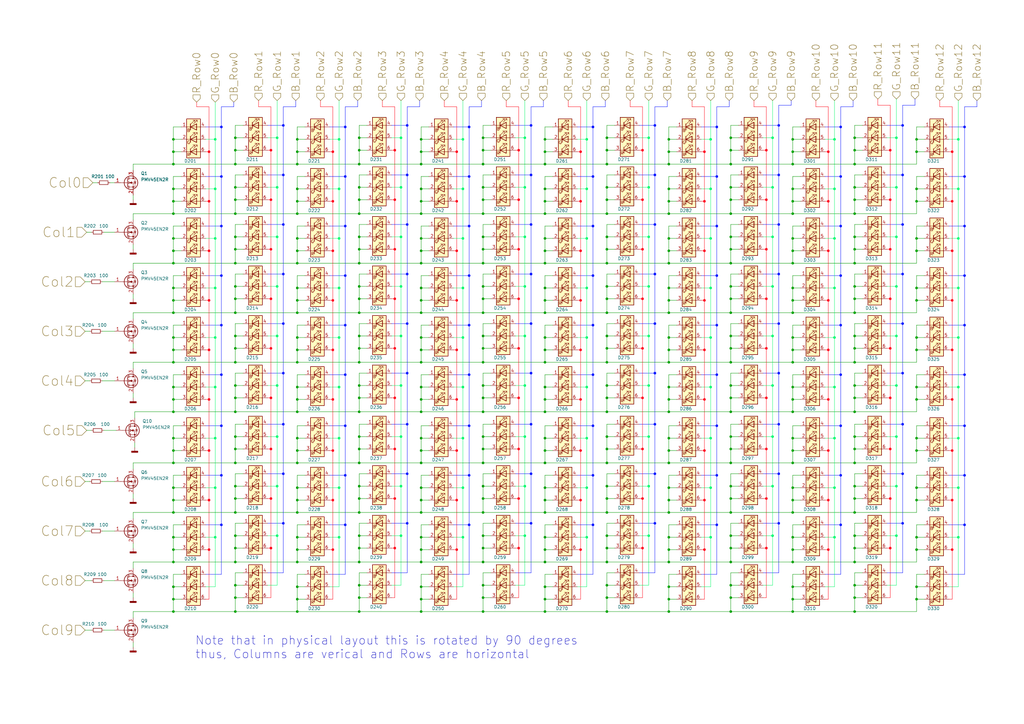
<source format=kicad_sch>
(kicad_sch (version 20211123) (generator eeschema)
  (paper "A3")
  (title_block (title "LED Matrix Display Panel") (date "2022-07-18") (rev "1.0") (company "InterElcom") (comment 1 "Matrix of LEDs 13x10 RGB"))
  (junction (at 325.12 82.55))
  (junction (at 390.525 184.785) (color 255 0 17 1))
  (junction (at 147.32 210.185))
  (junction (at 223.52 118.11))
  (junction (at 299.72 76.835))
  (junction (at 116.205 214.63) (color 0 11 255 1))
  (junction (at 299.72 56.515))
  (junction (at 121.92 138.43))
  (junction (at 161.925 184.15) (color 255 0 17 1))
  (junction (at 136.525 225.425) (color 255 0 17 1))
  (junction (at 238.125 82.55) (color 255 0 17 1))
  (junction (at 299.72 210.185))
  (junction (at 164.465 97.155) (color 0 247 100 1))
  (junction (at 223.52 67.31))
  (junction (at 136.525 163.83) (color 255 0 17 1))
  (junction (at 215.265 76.835) (color 0 247 100 1))
  (junction (at 111.125 122.555) (color 255 0 17 1))
  (junction (at 71.12 107.95))
  (junction (at 325.12 128.27))
  (junction (at 316.865 158.115) (color 0 247 100 1))
  (junction (at 393.065 77.47) (color 0 247 100 1))
  (junction (at 71.12 118.11))
  (junction (at 299.72 240.03))
  (junction (at 325.12 87.63))
  (junction (at 147.32 224.79))
  (junction (at 187.325 102.87) (color 255 0 17 1))
  (junction (at 187.325 62.23) (color 255 0 17 1))
  (junction (at 299.72 163.195))
  (junction (at 367.665 97.155) (color 0 247 100 1))
  (junction (at 344.805 92.71) (color 0 11 255 1))
  (junction (at 223.52 245.745))
  (junction (at 198.12 76.835))
  (junction (at 395.605 153.67) (color 0 11 255 1))
  (junction (at 96.52 102.235))
  (junction (at 243.205 174.625) (color 0 11 255 1))
  (junction (at 85.725 205.105) (color 255 0 17 1))
  (junction (at 88.265 158.75) (color 0 247 100 1))
  (junction (at 164.465 117.475) (color 0 247 100 1))
  (junction (at 325.12 240.665))
  (junction (at 325.12 67.31))
  (junction (at 248.92 102.235))
  (junction (at 390.525 62.23) (color 255 0 17 1))
  (junction (at 136.525 82.55) (color 255 0 17 1))
  (junction (at 350.52 204.47))
  (junction (at 223.52 57.15))
  (junction (at 375.92 158.75))
  (junction (at 248.92 230.505))
  (junction (at 325.12 205.105))
  (junction (at 325.12 168.91))
  (junction (at 172.72 102.87))
  (junction (at 147.32 61.595))
  (junction (at 390.525 163.83) (color 255 0 17 1))
  (junction (at 139.065 97.79) (color 0 247 100 1))
  (junction (at 147.32 250.825))
  (junction (at 167.005 92.075) (color 0 11 255 1))
  (junction (at 96.52 142.875))
  (junction (at 299.72 97.155))
  (junction (at 342.265 97.79) (color 0 247 100 1))
  (junction (at 248.92 158.115))
  (junction (at 274.32 158.75))
  (junction (at 375.92 205.105))
  (junction (at 342.265 179.705) (color 0 247 100 1))
  (junction (at 71.12 82.55))
  (junction (at 274.32 97.79))
  (junction (at 390.525 205.105) (color 255 0 17 1))
  (junction (at 294.005 92.71) (color 0 11 255 1))
  (junction (at 294.005 72.39) (color 0 11 255 1))
  (junction (at 395.605 113.03) (color 0 11 255 1))
  (junction (at 266.065 117.475) (color 0 247 100 1))
  (junction (at 393.065 118.11) (color 0 247 100 1))
  (junction (at 240.665 118.11) (color 0 247 100 1))
  (junction (at 121.92 57.15))
  (junction (at 172.72 168.91))
  (junction (at 240.665 97.79) (color 0 247 100 1))
  (junction (at 274.32 138.43))
  (junction (at 192.405 72.39) (color 0 11 255 1))
  (junction (at 88.265 57.15) (color 0 247 100 1))
  (junction (at 339.725 102.87) (color 255 0 17 1))
  (junction (at 167.005 194.31) (color 0 11 255 1))
  (junction (at 314.325 81.915) (color 255 0 17 1))
  (junction (at 223.52 97.79))
  (junction (at 147.32 204.47))
  (junction (at 395.605 133.35) (color 0 11 255 1))
  (junction (at 263.525 224.79) (color 255 0 17 1))
  (junction (at 294.005 153.67) (color 0 11 255 1))
  (junction (at 319.405 132.715) (color 0 11 255 1))
  (junction (at 365.125 61.595) (color 255 0 17 1))
  (junction (at 248.92 148.59))
  (junction (at 111.125 224.79) (color 255 0 17 1))
  (junction (at 274.32 67.31))
  (junction (at 339.725 205.105) (color 255 0 17 1))
  (junction (at 71.12 67.31))
  (junction (at 172.72 67.31))
  (junction (at 187.325 143.51) (color 255 0 17 1))
  (junction (at 395.605 72.39) (color 0 11 255 1))
  (junction (at 350.52 219.71))
  (junction (at 350.52 56.515))
  (junction (at 365.125 122.555) (color 255 0 17 1))
  (junction (at 121.92 200.025))
  (junction (at 147.32 184.15))
  (junction (at 375.92 245.745))
  (junction (at 116.205 71.755) (color 0 11 255 1))
  (junction (at 147.32 199.39))
  (junction (at 274.32 240.665))
  (junction (at 116.205 153.035) (color 0 11 255 1))
  (junction (at 263.525 142.875) (color 255 0 17 1))
  (junction (at 121.92 67.31))
  (junction (at 299.72 189.865))
  (junction (at 299.72 199.39))
  (junction (at 350.52 97.155))
  (junction (at 96.52 87.63))
  (junction (at 136.525 205.105) (color 255 0 17 1))
  (junction (at 121.92 179.705))
  (junction (at 223.52 123.19))
  (junction (at 375.92 200.025))
  (junction (at 393.065 158.75) (color 0 247 100 1))
  (junction (at 288.925 82.55) (color 255 0 17 1))
  (junction (at 217.805 132.715) (color 0 11 255 1))
  (junction (at 121.92 128.27))
  (junction (at 172.72 107.95))
  (junction (at 147.32 128.27))
  (junction (at 164.465 179.07) (color 0 247 100 1))
  (junction (at 350.52 250.825))
  (junction (at 274.32 205.105))
  (junction (at 212.725 61.595) (color 255 0 17 1))
  (junction (at 268.605 71.755) (color 0 11 255 1))
  (junction (at 116.205 51.435) (color 0 11 255 1))
  (junction (at 390.525 102.87) (color 255 0 17 1))
  (junction (at 344.805 52.07) (color 0 11 255 1))
  (junction (at 212.725 224.79) (color 255 0 17 1))
  (junction (at 71.12 57.15))
  (junction (at 198.12 219.71))
  (junction (at 198.12 97.155))
  (junction (at 215.265 117.475) (color 0 247 100 1))
  (junction (at 198.12 158.115))
  (junction (at 248.92 76.835))
  (junction (at 288.925 184.785) (color 255 0 17 1))
  (junction (at 248.92 97.155))
  (junction (at 350.52 230.505))
  (junction (at 96.52 158.115))
  (junction (at 288.925 225.425) (color 255 0 17 1))
  (junction (at 243.205 194.945) (color 0 11 255 1))
  (junction (at 274.32 220.345))
  (junction (at 367.665 219.71) (color 0 247 100 1))
  (junction (at 116.205 173.99) (color 0 11 255 1))
  (junction (at 248.92 210.185))
  (junction (at 240.665 158.75) (color 0 247 100 1))
  (junction (at 299.72 81.915))
  (junction (at 325.12 245.745))
  (junction (at 139.065 158.75) (color 0 247 100 1))
  (junction (at 316.865 137.795) (color 0 247 100 1))
  (junction (at 365.125 142.875) (color 255 0 17 1))
  (junction (at 139.065 118.11) (color 0 247 100 1))
  (junction (at 141.605 92.71) (color 0 11 255 1))
  (junction (at 85.725 102.87) (color 255 0 17 1))
  (junction (at 223.52 163.83))
  (junction (at 344.805 153.67) (color 0 11 255 1))
  (junction (at 299.72 142.875))
  (junction (at 325.12 118.11))
  (junction (at 121.92 97.79))
  (junction (at 192.405 174.625) (color 0 11 255 1))
  (junction (at 243.205 52.07) (color 0 11 255 1))
  (junction (at 299.72 107.95))
  (junction (at 370.205 71.755) (color 0 11 255 1))
  (junction (at 71.12 143.51))
  (junction (at 288.925 102.87) (color 255 0 17 1))
  (junction (at 121.92 87.63))
  (junction (at 319.405 194.31) (color 0 11 255 1))
  (junction (at 367.665 117.475) (color 0 247 100 1))
  (junction (at 274.32 225.425))
  (junction (at 113.665 179.07) (color 0 247 100 1))
  (junction (at 121.92 107.95))
  (junction (at 350.52 163.195))
  (junction (at 248.92 163.195))
  (junction (at 291.465 97.79) (color 0 247 100 1))
  (junction (at 243.205 133.35) (color 0 11 255 1))
  (junction (at 248.92 117.475))
  (junction (at 395.605 194.945) (color 0 11 255 1))
  (junction (at 291.465 118.11) (color 0 247 100 1))
  (junction (at 395.605 52.07) (color 0 11 255 1))
  (junction (at 268.605 92.075) (color 0 11 255 1))
  (junction (at 274.32 143.51))
  (junction (at 189.865 77.47) (color 0 247 100 1))
  (junction (at 192.405 215.265) (color 0 11 255 1))
  (junction (at 113.665 117.475) (color 0 247 100 1))
  (junction (at 88.265 77.47) (color 0 247 100 1))
  (junction (at 147.32 97.155))
  (junction (at 172.72 158.75))
  (junction (at 71.12 123.19))
  (junction (at 314.325 163.195) (color 255 0 17 1))
  (junction (at 299.72 117.475))
  (junction (at 187.325 82.55) (color 255 0 17 1))
  (junction (at 342.265 220.345) (color 0 247 100 1))
  (junction (at 172.72 200.025))
  (junction (at 198.12 142.875))
  (junction (at 238.125 205.105) (color 255 0 17 1))
  (junction (at 147.32 117.475))
  (junction (at 248.92 142.875))
  (junction (at 71.12 87.63))
  (junction (at 274.32 168.91))
  (junction (at 141.605 153.67) (color 0 11 255 1))
  (junction (at 325.12 220.345))
  (junction (at 350.52 148.59))
  (junction (at 288.925 163.83) (color 255 0 17 1))
  (junction (at 189.865 118.11) (color 0 247 100 1))
  (junction (at 266.065 56.515) (color 0 247 100 1))
  (junction (at 172.72 148.59))
  (junction (at 116.205 92.075) (color 0 11 255 1))
  (junction (at 350.52 137.795))
  (junction (at 96.52 184.15))
  (junction (at 215.265 219.71) (color 0 247 100 1))
  (junction (at 139.065 77.47) (color 0 247 100 1))
  (junction (at 96.52 163.195))
  (junction (at 198.12 107.95))
  (junction (at 248.92 219.71))
  (junction (at 141.605 215.265) (color 0 11 255 1))
  (junction (at 71.12 148.59))
  (junction (at 71.12 205.105))
  (junction (at 71.12 225.425))
  (junction (at 395.605 215.265) (color 0 11 255 1))
  (junction (at 266.065 76.835) (color 0 247 100 1))
  (junction (at 116.205 132.715) (color 0 11 255 1))
  (junction (at 121.92 62.23))
  (junction (at 96.52 76.835))
  (junction (at 164.465 199.39) (color 0 247 100 1))
  (junction (at 161.925 61.595) (color 255 0 17 1))
  (junction (at 350.52 168.91))
  (junction (at 147.32 179.07))
  (junction (at 96.52 199.39))
  (junction (at 121.92 245.745))
  (junction (at 121.92 163.83))
  (junction (at 339.725 62.23) (color 255 0 17 1))
  (junction (at 139.065 220.345) (color 0 247 100 1))
  (junction (at 339.725 163.83) (color 255 0 17 1))
  (junction (at 198.12 81.915))
  (junction (at 111.125 102.235) (color 255 0 17 1))
  (junction (at 198.12 128.27))
  (junction (at 113.665 219.71) (color 0 247 100 1))
  (junction (at 342.265 57.15) (color 0 247 100 1))
  (junction (at 198.12 61.595))
  (junction (at 325.12 230.505))
  (junction (at 223.52 143.51))
  (junction (at 316.865 76.835) (color 0 247 100 1))
  (junction (at 365.125 102.235) (color 255 0 17 1))
  (junction (at 90.805 153.67) (color 0 11 255 1))
  (junction (at 266.065 219.71) (color 0 247 100 1))
  (junction (at 96.52 128.27))
  (junction (at 187.325 123.19) (color 255 0 17 1))
  (junction (at 325.12 77.47))
  (junction (at 344.805 174.625) (color 0 11 255 1))
  (junction (at 71.12 184.785))
  (junction (at 395.605 174.625) (color 0 11 255 1))
  (junction (at 299.72 230.505))
  (junction (at 139.065 200.025) (color 0 247 100 1))
  (junction (at 172.72 77.47))
  (junction (at 350.52 240.03))
  (junction (at 274.32 210.185))
  (junction (at 268.605 132.715) (color 0 11 255 1))
  (junction (at 198.12 184.15))
  (junction (at 121.92 82.55))
  (junction (at 136.525 62.23) (color 255 0 17 1))
  (junction (at 299.72 87.63))
  (junction (at 248.92 137.795))
  (junction (at 240.665 57.15) (color 0 247 100 1))
  (junction (at 243.205 153.67) (color 0 11 255 1))
  (junction (at 367.665 179.07) (color 0 247 100 1))
  (junction (at 266.065 179.07) (color 0 247 100 1))
  (junction (at 167.005 71.755) (color 0 11 255 1))
  (junction (at 223.52 205.105))
  (junction (at 294.005 52.07) (color 0 11 255 1))
  (junction (at 291.465 77.47) (color 0 247 100 1))
  (junction (at 223.52 138.43))
  (junction (at 319.405 153.035) (color 0 11 255 1))
  (junction (at 365.125 81.915) (color 255 0 17 1))
  (junction (at 189.865 220.345) (color 0 247 100 1))
  (junction (at 161.925 122.555) (color 255 0 17 1))
  (junction (at 299.72 245.11))
  (junction (at 223.52 250.825))
  (junction (at 248.92 189.865))
  (junction (at 141.605 52.07) (color 0 11 255 1))
  (junction (at 325.12 225.425))
  (junction (at 266.065 158.115) (color 0 247 100 1))
  (junction (at 390.525 143.51) (color 255 0 17 1))
  (junction (at 121.92 220.345))
  (junction (at 350.52 81.915))
  (junction (at 274.32 82.55))
  (junction (at 198.12 102.235))
  (junction (at 344.805 113.03) (color 0 11 255 1))
  (junction (at 375.92 240.665))
  (junction (at 147.32 148.59))
  (junction (at 198.12 245.11))
  (junction (at 240.665 200.025) (color 0 247 100 1))
  (junction (at 266.065 97.155) (color 0 247 100 1))
  (junction (at 223.52 107.95))
  (junction (at 263.525 204.47) (color 255 0 17 1))
  (junction (at 212.725 163.195) (color 255 0 17 1))
  (junction (at 294.005 133.35) (color 0 11 255 1))
  (junction (at 291.465 179.705) (color 0 247 100 1))
  (junction (at 121.92 250.825))
  (junction (at 71.12 245.745))
  (junction (at 299.72 219.71))
  (junction (at 167.005 132.715) (color 0 11 255 1))
  (junction (at 319.405 92.075) (color 0 11 255 1))
  (junction (at 325.12 148.59))
  (junction (at 350.52 210.185))
  (junction (at 299.72 250.825))
  (junction (at 367.665 199.39) (color 0 247 100 1))
  (junction (at 350.52 122.555))
  (junction (at 248.92 107.95))
  (junction (at 243.205 72.39) (color 0 11 255 1))
  (junction (at 136.525 123.19) (color 255 0 17 1))
  (junction (at 223.52 189.865))
  (junction (at 172.72 189.865))
  (junction (at 198.12 122.555))
  (junction (at 161.925 81.915) (color 255 0 17 1))
  (junction (at 85.725 62.23) (color 255 0 17 1))
  (junction (at 90.805 92.71) (color 0 11 255 1))
  (junction (at 198.12 117.475))
  (junction (at 90.805 72.39) (color 0 11 255 1))
  (junction (at 147.32 142.875))
  (junction (at 147.32 137.795))
  (junction (at 263.525 122.555) (color 255 0 17 1))
  (junction (at 217.805 71.755) (color 0 11 255 1))
  (junction (at 198.12 148.59))
  (junction (at 172.72 250.825))
  (junction (at 299.72 148.59))
  (junction (at 161.925 142.875) (color 255 0 17 1))
  (junction (at 325.12 57.15))
  (junction (at 263.525 184.15) (color 255 0 17 1))
  (junction (at 71.12 128.27))
  (junction (at 121.92 102.87))
  (junction (at 96.52 245.11))
  (junction (at 316.865 56.515) (color 0 247 100 1))
  (junction (at 167.005 153.035) (color 0 11 255 1))
  (junction (at 316.865 219.71) (color 0 247 100 1))
  (junction (at 192.405 194.945) (color 0 11 255 1))
  (junction (at 393.065 220.345) (color 0 247 100 1))
  (junction (at 223.52 168.91))
  (junction (at 172.72 205.105))
  (junction (at 111.125 204.47) (color 255 0 17 1))
  (junction (at 325.12 143.51))
  (junction (at 71.12 250.825))
  (junction (at 71.12 230.505))
  (junction (at 147.32 158.115))
  (junction (at 288.925 205.105) (color 255 0 17 1))
  (junction (at 71.12 168.91))
  (junction (at 198.12 137.795))
  (junction (at 344.805 72.39) (color 0 11 255 1))
  (junction (at 136.525 143.51) (color 255 0 17 1))
  (junction (at 189.865 179.705) (color 0 247 100 1))
  (junction (at 116.205 112.395) (color 0 11 255 1))
  (junction (at 339.725 82.55) (color 255 0 17 1))
  (junction (at 223.52 225.425))
  (junction (at 71.12 189.865))
  (junction (at 96.52 56.515))
  (junction (at 325.12 107.95))
  (junction (at 274.32 163.83))
  (junction (at 121.92 240.665))
  (junction (at 240.665 179.705) (color 0 247 100 1))
  (junction (at 172.72 210.185))
  (junction (at 350.52 184.15))
  (junction (at 96.52 250.825))
  (junction (at 274.32 179.705))
  (junction (at 88.265 220.345) (color 0 247 100 1))
  (junction (at 223.52 200.025))
  (junction (at 121.92 184.785))
  (junction (at 217.805 112.395) (color 0 11 255 1))
  (junction (at 189.865 57.15) (color 0 247 100 1))
  (junction (at 375.92 163.83))
  (junction (at 299.72 67.31))
  (junction (at 147.32 240.03))
  (junction (at 96.52 189.865))
  (junction (at 172.72 82.55))
  (junction (at 111.125 81.915) (color 255 0 17 1))
  (junction (at 367.665 158.115) (color 0 247 100 1))
  (junction (at 288.925 123.19) (color 255 0 17 1))
  (junction (at 164.465 56.515) (color 0 247 100 1))
  (junction (at 71.12 200.025))
  (junction (at 344.805 194.945) (color 0 11 255 1))
  (junction (at 111.125 184.15) (color 255 0 17 1))
  (junction (at 167.005 51.435) (color 0 11 255 1))
  (junction (at 198.12 250.825))
  (junction (at 263.525 81.915) (color 255 0 17 1))
  (junction (at 370.205 153.035) (color 0 11 255 1))
  (junction (at 164.465 137.795) (color 0 247 100 1))
  (junction (at 223.52 184.785))
  (junction (at 375.92 102.87))
  (junction (at 111.125 163.195) (color 255 0 17 1))
  (junction (at 172.72 57.15))
  (junction (at 90.805 133.35) (color 0 11 255 1))
  (junction (at 294.005 194.945) (color 0 11 255 1))
  (junction (at 189.865 200.025) (color 0 247 100 1))
  (junction (at 113.665 158.115) (color 0 247 100 1))
  (junction (at 299.72 184.15))
  (junction (at 85.725 143.51) (color 255 0 17 1))
  (junction (at 342.265 158.75) (color 0 247 100 1))
  (junction (at 147.32 245.11))
  (junction (at 393.065 200.025) (color 0 247 100 1))
  (junction (at 238.125 102.87) (color 255 0 17 1))
  (junction (at 274.32 148.59))
  (junction (at 375.92 62.23))
  (junction (at 350.52 199.39))
  (junction (at 121.92 77.47))
  (junction (at 139.065 138.43) (color 0 247 100 1))
  (junction (at 344.805 133.35) (color 0 11 255 1))
  (junction (at 299.72 179.07))
  (junction (at 96.52 168.91))
  (junction (at 314.325 224.79) (color 255 0 17 1))
  (junction (at 223.52 77.47))
  (junction (at 339.725 225.425) (color 255 0 17 1))
  (junction (at 238.125 225.425) (color 255 0 17 1))
  (junction (at 370.205 112.395) (color 0 11 255 1))
  (junction (at 344.805 215.265) (color 0 11 255 1))
  (junction (at 223.52 102.87))
  (junction (at 370.205 173.99) (color 0 11 255 1))
  (junction (at 350.52 179.07))
  (junction (at 121.92 168.91))
  (junction (at 90.805 52.07) (color 0 11 255 1))
  (junction (at 187.325 205.105) (color 255 0 17 1))
  (junction (at 274.32 87.63))
  (junction (at 192.405 52.07) (color 0 11 255 1))
  (junction (at 319.405 112.395) (color 0 11 255 1))
  (junction (at 350.52 117.475))
  (junction (at 88.265 97.79) (color 0 247 100 1))
  (junction (at 198.12 56.515))
  (junction (at 248.92 179.07))
  (junction (at 172.72 118.11))
  (junction (at 172.72 138.43))
  (junction (at 172.72 179.705))
  (junction (at 172.72 87.63))
  (junction (at 147.32 168.91))
  (junction (at 96.52 97.155))
  (junction (at 316.865 179.07) (color 0 247 100 1))
  (junction (at 274.32 77.47))
  (junction (at 390.525 123.19) (color 255 0 17 1))
  (junction (at 325.12 138.43))
  (junction (at 113.665 199.39) (color 0 247 100 1))
  (junction (at 350.52 142.875))
  (junction (at 350.52 245.11))
  (junction (at 299.72 224.79))
  (junction (at 215.265 199.39) (color 0 247 100 1))
  (junction (at 223.52 158.75))
  (junction (at 299.72 137.795))
  (junction (at 248.92 184.15))
  (junction (at 217.805 51.435) (color 0 11 255 1))
  (junction (at 212.725 204.47) (color 255 0 17 1))
  (junction (at 212.725 122.555) (color 255 0 17 1))
  (junction (at 350.52 189.865))
  (junction (at 223.52 210.185))
  (junction (at 375.92 138.43))
  (junction (at 212.725 102.235) (color 255 0 17 1))
  (junction (at 274.32 102.87))
  (junction (at 274.32 250.825))
  (junction (at 370.205 92.075) (color 0 11 255 1))
  (junction (at 167.005 173.99) (color 0 11 255 1))
  (junction (at 367.665 76.835) (color 0 247 100 1))
  (junction (at 96.52 210.185))
  (junction (at 314.325 184.15) (color 255 0 17 1))
  (junction (at 85.725 184.785) (color 255 0 17 1))
  (junction (at 113.665 76.835) (color 0 247 100 1))
  (junction (at 172.72 225.425))
  (junction (at 325.12 102.87))
  (junction (at 71.12 77.47))
  (junction (at 96.52 179.07))
  (junction (at 223.52 82.55))
  (junction (at 121.92 189.865))
  (junction (at 147.32 189.865))
  (junction (at 172.72 163.83))
  (junction (at 71.12 138.43))
  (junction (at 198.12 163.195))
  (junction (at 350.52 61.595))
  (junction (at 365.125 184.15) (color 255 0 17 1))
  (junction (at 342.265 138.43) (color 0 247 100 1))
  (junction (at 121.92 205.105))
  (junction (at 342.265 200.025) (color 0 247 100 1))
  (junction (at 319.405 51.435) (color 0 11 255 1))
  (junction (at 393.065 57.15) (color 0 247 100 1))
  (junction (at 375.92 225.425))
  (junction (at 172.72 123.19))
  (junction (at 339.725 123.19) (color 255 0 17 1))
  (junction (at 187.325 225.425) (color 255 0 17 1))
  (junction (at 243.205 113.03) (color 0 11 255 1))
  (junction (at 223.52 148.59))
  (junction (at 90.805 174.625) (color 0 11 255 1))
  (junction (at 268.605 173.99) (color 0 11 255 1))
  (junction (at 192.405 153.67) (color 0 11 255 1))
  (junction (at 172.72 184.785))
  (junction (at 365.125 204.47) (color 255 0 17 1))
  (junction (at 288.925 143.51) (color 255 0 17 1))
  (junction (at 161.925 224.79) (color 255 0 17 1))
  (junction (at 274.32 189.865))
  (junction (at 71.12 102.87))
  (junction (at 90.805 215.265) (color 0 11 255 1))
  (junction (at 161.925 204.47) (color 255 0 17 1))
  (junction (at 375.92 118.11))
  (junction (at 212.725 81.915) (color 255 0 17 1))
  (junction (at 268.605 214.63) (color 0 11 255 1))
  (junction (at 223.52 62.23))
  (junction (at 370.205 194.31) (color 0 11 255 1))
  (junction (at 294.005 215.265) (color 0 11 255 1))
  (junction (at 215.265 137.795) (color 0 247 100 1))
  (junction (at 370.205 132.715) (color 0 11 255 1))
  (junction (at 167.005 214.63) (color 0 11 255 1))
  (junction (at 172.72 128.27))
  (junction (at 215.265 97.155) (color 0 247 100 1))
  (junction (at 350.52 224.79))
  (junction (at 325.12 163.83))
  (junction (at 96.52 67.31))
  (junction (at 238.125 62.23) (color 255 0 17 1))
  (junction (at 248.92 199.39))
  (junction (at 71.12 220.345))
  (junction (at 113.665 56.515) (color 0 247 100 1))
  (junction (at 136.525 184.785) (color 255 0 17 1))
  (junction (at 96.52 230.505))
  (junction (at 291.465 158.75) (color 0 247 100 1))
  (junction (at 71.12 158.75))
  (junction (at 96.52 107.95))
  (junction (at 248.92 250.825))
  (junction (at 243.205 215.265) (color 0 11 255 1))
  (junction (at 217.805 153.035) (color 0 11 255 1))
  (junction (at 223.52 179.705))
  (junction (at 198.12 210.185))
  (junction (at 96.52 240.03))
  (junction (at 365.125 224.79) (color 255 0 17 1))
  (junction (at 212.725 184.15) (color 255 0 17 1))
  (junction (at 88.265 200.025) (color 0 247 100 1))
  (junction (at 375.92 57.15))
  (junction (at 189.865 97.79) (color 0 247 100 1))
  (junction (at 198.12 230.505))
  (junction (at 161.925 163.195) (color 255 0 17 1))
  (junction (at 121.92 225.425))
  (junction (at 365.125 163.195) (color 255 0 17 1))
  (junction (at 367.665 56.515) (color 0 247 100 1))
  (junction (at 274.32 245.745))
  (junction (at 90.805 113.03) (color 0 11 255 1))
  (junction (at 223.52 128.27))
  (junction (at 263.525 163.195) (color 255 0 17 1))
  (junction (at 215.265 158.115) (color 0 247 100 1))
  (junction (at 172.72 220.345))
  (junction (at 164.465 219.71) (color 0 247 100 1))
  (junction (at 263.525 61.595) (color 255 0 17 1))
  (junction (at 370.205 214.63) (color 0 11 255 1))
  (junction (at 393.065 179.705) (color 0 247 100 1))
  (junction (at 393.065 97.79) (color 0 247 100 1))
  (junction (at 189.865 158.75) (color 0 247 100 1))
  (junction (at 113.665 137.795) (color 0 247 100 1))
  (junction (at 198.12 87.63))
  (junction (at 121.92 230.505))
  (junction (at 240.665 77.47) (color 0 247 100 1))
  (junction (at 325.12 97.79))
  (junction (at 325.12 62.23))
  (junction (at 147.32 122.555))
  (junction (at 350.52 107.95))
  (junction (at 248.92 81.915))
  (junction (at 96.52 61.595))
  (junction (at 164.465 158.115) (color 0 247 100 1))
  (junction (at 248.92 245.11))
  (junction (at 350.52 158.115))
  (junction (at 85.725 123.19) (color 255 0 17 1))
  (junction (at 172.72 240.665))
  (junction (at 395.605 92.71) (color 0 11 255 1))
  (junction (at 215.265 179.07) (color 0 247 100 1))
  (junction (at 248.92 67.31))
  (junction (at 215.265 56.515) (color 0 247 100 1))
  (junction (at 147.32 67.31))
  (junction (at 217.805 194.31) (color 0 11 255 1))
  (junction (at 268.605 51.435) (color 0 11 255 1))
  (junction (at 350.52 102.235))
  (junction (at 90.805 194.945) (color 0 11 255 1))
  (junction (at 147.32 87.63))
  (junction (at 375.92 184.785))
  (junction (at 266.065 199.39) (color 0 247 100 1))
  (junction (at 141.605 194.945) (color 0 11 255 1))
  (junction (at 248.92 128.27))
  (junction (at 314.325 61.595) (color 255 0 17 1))
  (junction (at 390.525 82.55) (color 255 0 17 1))
  (junction (at 319.405 71.755) (color 0 11 255 1))
  (junction (at 198.12 168.91))
  (junction (at 319.405 173.99) (color 0 11 255 1))
  (junction (at 299.72 128.27))
  (junction (at 172.72 62.23))
  (junction (at 314.325 122.555) (color 255 0 17 1))
  (junction (at 198.12 179.07))
  (junction (at 147.32 102.235))
  (junction (at 164.465 76.835) (color 0 247 100 1))
  (junction (at 350.52 128.27))
  (junction (at 192.405 92.71) (color 0 11 255 1))
  (junction (at 198.12 204.47))
  (junction (at 238.125 123.19) (color 255 0 17 1))
  (junction (at 274.32 128.27))
  (junction (at 139.065 179.705) (color 0 247 100 1))
  (junction (at 121.92 210.185))
  (junction (at 141.605 133.35) (color 0 11 255 1))
  (junction (at 121.92 143.51))
  (junction (at 187.325 163.83) (color 255 0 17 1))
  (junction (at 375.92 82.55))
  (junction (at 375.92 77.47))
  (junction (at 291.465 138.43) (color 0 247 100 1))
  (junction (at 274.32 184.785))
  (junction (at 299.72 102.235))
  (junction (at 121.92 118.11))
  (junction (at 161.925 102.235) (color 255 0 17 1))
  (junction (at 299.72 204.47))
  (junction (at 263.525 102.235) (color 255 0 17 1))
  (junction (at 223.52 240.665))
  (junction (at 390.525 225.425) (color 255 0 17 1))
  (junction (at 314.325 102.235) (color 255 0 17 1))
  (junction (at 198.12 67.31))
  (junction (at 238.125 143.51) (color 255 0 17 1))
  (junction (at 147.32 56.515))
  (junction (at 96.52 122.555))
  (junction (at 147.32 163.195))
  (junction (at 325.12 250.825))
  (junction (at 71.12 240.665))
  (junction (at 248.92 56.515))
  (junction (at 147.32 230.505))
  (junction (at 113.665 97.155) (color 0 247 100 1))
  (junction (at 291.465 57.15) (color 0 247 100 1))
  (junction (at 141.605 113.03) (color 0 11 255 1))
  (junction (at 367.665 137.795) (color 0 247 100 1))
  (junction (at 325.12 179.705))
  (junction (at 96.52 148.59))
  (junction (at 294.005 113.03) (color 0 11 255 1))
  (junction (at 248.92 240.03))
  (junction (at 167.005 112.395) (color 0 11 255 1))
  (junction (at 147.32 76.835))
  (junction (at 198.12 240.03))
  (junction (at 172.72 97.79))
  (junction (at 243.205 92.71) (color 0 11 255 1))
  (junction (at 96.52 224.79))
  (junction (at 299.72 158.115))
  (junction (at 136.525 102.87) (color 255 0 17 1))
  (junction (at 339.725 143.51) (color 255 0 17 1))
  (junction (at 96.52 219.71))
  (junction (at 111.125 142.875) (color 255 0 17 1))
  (junction (at 325.12 200.025))
  (junction (at 274.32 62.23))
  (junction (at 240.665 220.345) (color 0 247 100 1))
  (junction (at 299.72 61.595))
  (junction (at 274.32 200.025))
  (junction (at 268.605 194.31) (color 0 11 255 1))
  (junction (at 192.405 113.03) (color 0 11 255 1))
  (junction (at 299.72 168.91))
  (junction (at 223.52 230.505))
  (junction (at 325.12 158.75))
  (junction (at 88.265 138.43) (color 0 247 100 1))
  (junction (at 370.205 51.435) (color 0 11 255 1))
  (junction (at 85.725 225.425) (color 255 0 17 1))
  (junction (at 141.605 174.625) (color 0 11 255 1))
  (junction (at 316.865 97.155) (color 0 247 100 1))
  (junction (at 172.72 245.745))
  (junction (at 299.72 122.555))
  (junction (at 217.805 214.63) (color 0 11 255 1))
  (junction (at 325.12 189.865))
  (junction (at 238.125 163.83) (color 255 0 17 1))
  (junction (at 147.32 107.95))
  (junction (at 71.12 62.23))
  (junction (at 238.125 184.785) (color 255 0 17 1))
  (junction (at 172.72 143.51))
  (junction (at 325.12 123.19))
  (junction (at 111.125 61.595) (color 255 0 17 1))
  (junction (at 316.865 199.39) (color 0 247 100 1))
  (junction (at 248.92 61.595))
  (junction (at 71.12 179.705))
  (junction (at 223.52 220.345))
  (junction (at 268.605 112.395) (color 0 11 255 1))
  (junction (at 274.32 123.19))
  (junction (at 291.465 200.025) (color 0 247 100 1))
  (junction (at 375.92 179.705))
  (junction (at 274.32 57.15))
  (junction (at 342.265 118.11) (color 0 247 100 1))
  (junction (at 96.52 81.915))
  (junction (at 189.865 138.43) (color 0 247 100 1))
  (junction (at 240.665 138.43) (color 0 247 100 1))
  (junction (at 393.065 138.43) (color 0 247 100 1))
  (junction (at 198.12 189.865))
  (junction (at 248.92 204.47))
  (junction (at 217.805 92.075) (color 0 11 255 1))
  (junction (at 375.92 220.345))
  (junction (at 248.92 168.91))
  (junction (at 141.605 72.39) (color 0 11 255 1))
  (junction (at 96.52 137.795))
  (junction (at 192.405 133.35) (color 0 11 255 1))
  (junction (at 121.92 158.75))
  (junction (at 316.865 117.475) (color 0 247 100 1))
  (junction (at 375.92 143.51))
  (junction (at 88.265 118.11) (color 0 247 100 1))
  (junction (at 116.205 194.31) (color 0 11 255 1))
  (junction (at 85.725 163.83) (color 255 0 17 1))
  (junction (at 266.065 137.795) (color 0 247 100 1))
  (junction (at 274.32 230.505))
  (junction (at 274.32 118.11))
  (junction (at 212.725 142.875) (color 255 0 17 1))
  (junction (at 291.465 220.345) (color 0 247 100 1))
  (junction (at 314.325 142.875) (color 255 0 17 1))
  (junction (at 147.32 81.915))
  (junction (at 350.52 67.31))
  (junction (at 139.065 57.15) (color 0 247 100 1))
  (junction (at 268.605 153.035) (color 0 11 255 1))
  (junction (at 350.52 76.835))
  (junction (at 288.925 62.23) (color 255 0 17 1))
  (junction (at 325.12 184.785))
  (junction (at 121.92 148.59))
  (junction (at 96.52 204.47))
  (junction (at 198.12 224.79))
  (junction (at 375.92 97.79))
  (junction (at 147.32 219.71))
  (junction (at 342.265 77.47) (color 0 247 100 1))
  (junction (at 339.725 184.785) (color 255 0 17 1))
  (junction (at 325.12 210.185))
  (junction (at 248.92 87.63))
  (junction (at 350.52 87.63))
  (junction (at 375.92 123.19))
  (junction (at 71.12 163.83))
  (junction (at 172.72 230.505))
  (junction (at 314.325 204.47) (color 255 0 17 1))
  (junction (at 274.32 107.95))
  (junction (at 96.52 117.475))
  (junction (at 294.005 174.625) (color 0 11 255 1))
  (junction (at 198.12 199.39))
  (junction (at 121.92 123.19))
  (junction (at 248.92 224.79))
  (junction (at 88.265 179.705) (color 0 247 100 1))
  (junction (at 248.92 122.555))
  (junction (at 217.805 173.99) (color 0 11 255 1))
  (junction (at 71.12 97.79))
  (junction (at 319.405 214.63) (color 0 11 255 1))
  (junction (at 187.325 184.785) (color 255 0 17 1))
  (junction (at 85.725 82.55) (color 255 0 17 1))
  (junction (at 223.52 87.63))
  (junction (at 71.12 210.185))
  (wire (pts (xy 299.72 219.71) (xy 302.895 219.71)))
  (wire (pts (xy 288.925 143.51) (xy 288.925 163.83)) (stroke (width 0) (color 255 0 17 1)))
  (wire (pts (xy 172.72 118.11) (xy 172.72 123.19)))
  (wire (pts (xy 291.465 179.705) (xy 291.465 200.025)) (stroke (width 0) (color 0 247 100 1)))
  (wire (pts (xy 248.92 158.115) (xy 252.095 158.115)))
  (wire (pts (xy 338.455 245.745) (xy 339.725 245.745)) (stroke (width 0) (color 255 0 17 1)))
  (wire (pts (xy 325.12 194.945) (xy 325.12 200.025)))
  (wire (pts (xy 90.805 113.03) (xy 90.805 133.35)) (stroke (width 0) (color 0 11 255 1)))
  (wire (pts (xy 287.655 158.75) (xy 291.465 158.75)) (stroke (width 0) (color 0 247 100 1)))
  (wire (pts (xy 96.52 234.95) (xy 99.695 234.95)))
  (wire (pts (xy 299.72 179.07) (xy 302.895 179.07)))
  (wire (pts (xy 389.255 205.105) (xy 390.525 205.105)) (stroke (width 0) (color 255 0 17 1)))
  (wire (pts (xy 113.665 117.475) (xy 113.665 137.795)) (stroke (width 0) (color 0 247 100 1)))
  (wire (pts (xy 198.12 173.99) (xy 198.12 179.07)))
  (wire (pts (xy 350.52 240.03) (xy 350.52 245.11)))
  (wire (pts (xy 367.665 158.115) (xy 367.665 179.07)) (stroke (width 0) (color 0 247 100 1)))
  (wire (pts (xy 54.61 148.59) (xy 71.12 148.59)))
  (wire (pts (xy 161.925 204.47) (xy 161.925 224.79)) (stroke (width 0) (color 255 0 17 1)))
  (wire (pts (xy 198.12 148.59) (xy 223.52 148.59)))
  (wire (pts (xy 80.645 43.815) (xy 85.725 43.815)) (stroke (width 0) (color 255 0 17 1)))
  (wire (pts (xy 96.52 158.115) (xy 99.695 158.115)))
  (wire (pts (xy 223.52 179.705) (xy 223.52 184.785)))
  (wire (pts (xy 71.12 67.31) (xy 96.52 67.31)))
  (wire (pts (xy 363.855 158.115) (xy 367.665 158.115)) (stroke (width 0) (color 0 247 100 1)))
  (wire (pts (xy 198.12 112.395) (xy 198.12 117.475)))
  (wire (pts (xy 248.92 92.075) (xy 252.095 92.075)))
  (wire (pts (xy 211.455 56.515) (xy 215.265 56.515)) (stroke (width 0) (color 0 247 100 1)))
  (wire (pts (xy 96.52 153.035) (xy 99.695 153.035)))
  (wire (pts (xy 109.855 102.235) (xy 111.125 102.235)) (stroke (width 0) (color 255 0 17 1)))
  (wire (pts (xy 71.12 179.705) (xy 71.12 184.785)))
  (wire (pts (xy 136.525 102.87) (xy 136.525 123.19)) (stroke (width 0) (color 255 0 17 1)))
  (wire (pts (xy 363.855 102.235) (xy 365.125 102.235)) (stroke (width 0) (color 255 0 17 1)))
  (wire (pts (xy 266.065 56.515) (xy 266.065 76.835)) (stroke (width 0) (color 0 247 100 1)))
  (wire (pts (xy 262.255 184.15) (xy 263.525 184.15)) (stroke (width 0) (color 255 0 17 1)))
  (wire (pts (xy 393.065 118.11) (xy 393.065 138.43)) (stroke (width 0) (color 0 247 100 1)))
  (wire (pts (xy 338.455 92.71) (xy 344.805 92.71)) (stroke (width 0) (color 0 11 255 1)))
  (wire (pts (xy 325.12 210.185) (xy 350.52 210.185)))
  (wire (pts (xy 71.12 77.47) (xy 74.295 77.47)))
  (wire (pts (xy 54.61 151.13) (xy 54.61 148.59)))
  (wire (pts (xy 109.855 204.47) (xy 111.125 204.47)) (stroke (width 0) (color 255 0 17 1)))
  (wire (pts (xy 243.205 133.35) (xy 243.205 153.67)) (stroke (width 0) (color 0 11 255 1)))
  (wire (pts (xy 223.52 179.705) (xy 226.695 179.705)))
  (wire (pts (xy 147.32 189.865) (xy 172.72 189.865)))
  (wire (pts (xy 223.52 220.345) (xy 223.52 225.425)))
  (wire (pts (xy 109.855 81.915) (xy 111.125 81.915)) (stroke (width 0) (color 255 0 17 1)))
  (wire (pts (xy 350.52 194.31) (xy 350.52 199.39)))
  (wire (pts (xy 198.12 245.11) (xy 201.295 245.11)))
  (wire (pts (xy 262.255 92.075) (xy 268.605 92.075)) (stroke (width 0) (color 0 11 255 1)))
  (wire (pts (xy 274.32 72.39) (xy 277.495 72.39)))
  (wire (pts (xy 147.32 224.79) (xy 147.32 230.505)))
  (wire (pts (xy 109.855 92.075) (xy 116.205 92.075)) (stroke (width 0) (color 0 11 255 1)))
  (wire (pts (xy 316.865 97.155) (xy 316.865 117.475)) (stroke (width 0) (color 0 247 100 1)))
  (wire (pts (xy 192.405 174.625) (xy 192.405 194.945)) (stroke (width 0) (color 0 11 255 1)))
  (wire (pts (xy 172.72 113.03) (xy 175.895 113.03)))
  (wire (pts (xy 248.92 132.715) (xy 252.095 132.715)))
  (wire (pts (xy 198.12 230.505) (xy 223.52 230.505)))
  (wire (pts (xy 248.92 87.63) (xy 274.32 87.63)))
  (wire (pts (xy 121.92 215.265) (xy 125.095 215.265)))
  (wire (pts (xy 223.52 174.625) (xy 223.52 179.705)))
  (wire (pts (xy 248.92 122.555) (xy 252.095 122.555)))
  (wire (pts (xy 135.255 62.23) (xy 136.525 62.23)) (stroke (width 0) (color 255 0 17 1)))
  (wire (pts (xy 54.61 110.49) (xy 54.61 107.95)))
  (wire (pts (xy 274.32 92.71) (xy 277.495 92.71)))
  (wire (pts (xy 325.12 220.345) (xy 328.295 220.345)))
  (wire (pts (xy 274.32 133.35) (xy 274.32 138.43)))
  (wire (pts (xy 113.665 41.275) (xy 113.665 56.515)) (stroke (width 0) (color 0 247 100 1)))
  (wire (pts (xy 325.12 57.15) (xy 325.12 62.23)))
  (wire (pts (xy 172.72 240.665) (xy 175.895 240.665)))
  (wire (pts (xy 34.925 197.485) (xy 36.83 197.485)))
  (wire (pts (xy 389.255 184.785) (xy 390.525 184.785)) (stroke (width 0) (color 255 0 17 1)))
  (wire (pts (xy 274.32 215.265) (xy 277.495 215.265)))
  (wire (pts (xy 147.32 122.555) (xy 150.495 122.555)))
  (wire (pts (xy 172.72 235.585) (xy 172.72 240.665)))
  (wire (pts (xy 71.12 87.63) (xy 71.12 82.55)))
  (wire (pts (xy 211.455 224.79) (xy 212.725 224.79)) (stroke (width 0) (color 255 0 17 1)))
  (wire (pts (xy 325.12 240.665) (xy 328.295 240.665)))
  (wire (pts (xy 236.855 225.425) (xy 238.125 225.425)) (stroke (width 0) (color 255 0 17 1)))
  (wire (pts (xy 291.465 220.345) (xy 291.465 240.665)) (stroke (width 0) (color 0 247 100 1)))
  (wire (pts (xy 147.32 194.31) (xy 147.32 199.39)))
  (wire (pts (xy 287.655 174.625) (xy 294.005 174.625)) (stroke (width 0) (color 0 11 255 1)))
  (wire (pts (xy 121.92 189.865) (xy 121.92 184.785)))
  (wire (pts (xy 375.92 210.185) (xy 375.92 205.105)))
  (wire (pts (xy 316.865 199.39) (xy 316.865 219.71)) (stroke (width 0) (color 0 247 100 1)))
  (wire (pts (xy 80.645 41.91) (xy 80.645 43.815)) (stroke (width 0) (color 255 0 17 1)))
  (wire (pts (xy 342.265 77.47) (xy 342.265 97.79)) (stroke (width 0) (color 0 247 100 1)))
  (wire (pts (xy 363.855 61.595) (xy 365.125 61.595)) (stroke (width 0) (color 255 0 17 1)))
  (wire (pts (xy 211.455 112.395) (xy 217.805 112.395)) (stroke (width 0) (color 0 11 255 1)))
  (wire (pts (xy 299.72 92.075) (xy 299.72 97.155)))
  (wire (pts (xy 287.655 92.71) (xy 294.005 92.71)) (stroke (width 0) (color 0 11 255 1)))
  (wire (pts (xy 274.32 179.705) (xy 277.495 179.705)))
  (wire (pts (xy 338.455 240.665) (xy 342.265 240.665)) (stroke (width 0) (color 0 247 100 1)))
  (wire (pts (xy 147.32 234.95) (xy 150.495 234.95)))
  (wire (pts (xy 160.655 173.99) (xy 167.005 173.99)) (stroke (width 0) (color 0 11 255 1)))
  (wire (pts (xy 363.855 173.99) (xy 370.205 173.99)) (stroke (width 0) (color 0 11 255 1)))
  (wire (pts (xy 350.52 214.63) (xy 353.695 214.63)))
  (wire (pts (xy 248.92 240.03) (xy 252.095 240.03)))
  (wire (pts (xy 198.12 210.185) (xy 223.52 210.185)))
  (wire (pts (xy 147.32 219.71) (xy 147.32 224.79)))
  (wire (pts (xy 71.12 128.27) (xy 96.52 128.27)))
  (wire (pts (xy 299.72 179.07) (xy 299.72 184.15)))
  (wire (pts (xy 236.855 143.51) (xy 238.125 143.51)) (stroke (width 0) (color 255 0 17 1)))
  (wire (pts (xy 313.055 122.555) (xy 314.325 122.555)) (stroke (width 0) (color 255 0 17 1)))
  (wire (pts (xy 248.92 234.95) (xy 248.92 240.03)))
  (wire (pts (xy 160.655 112.395) (xy 167.005 112.395)) (stroke (width 0) (color 0 11 255 1)))
  (wire (pts (xy 299.72 76.835) (xy 299.72 81.915)))
  (wire (pts (xy 375.92 57.15) (xy 379.095 57.15)))
  (wire (pts (xy 375.92 194.945) (xy 379.095 194.945)))
  (wire (pts (xy 217.805 132.715) (xy 217.805 153.035)) (stroke (width 0) (color 0 11 255 1)))
  (wire (pts (xy 96.52 92.075) (xy 96.52 97.155)))
  (wire (pts (xy 344.805 43.815) (xy 344.805 52.07)) (stroke (width 0) (color 0 11 255 1)))
  (wire (pts (xy 71.12 240.665) (xy 74.295 240.665)))
  (wire (pts (xy 85.725 102.87) (xy 85.725 123.19)) (stroke (width 0) (color 255 0 17 1)))
  (wire (pts (xy 84.455 57.15) (xy 88.265 57.15)) (stroke (width 0) (color 0 247 100 1)))
  (wire (pts (xy 350.52 199.39) (xy 350.52 204.47)))
  (wire (pts (xy 350.52 92.075) (xy 353.695 92.075)))
  (wire (pts (xy 262.255 132.715) (xy 268.605 132.715)) (stroke (width 0) (color 0 11 255 1)))
  (wire (pts (xy 375.92 240.665) (xy 375.92 245.745)))
  (wire (pts (xy 375.92 200.025) (xy 375.92 205.105)))
  (wire (pts (xy 182.245 41.275) (xy 182.245 43.815)) (stroke (width 0) (color 255 0 17 1)))
  (wire (pts (xy 325.12 250.825) (xy 325.12 245.745)))
  (wire (pts (xy 389.255 77.47) (xy 393.065 77.47)) (stroke (width 0) (color 0 247 100 1)))
  (wire (pts (xy 273.685 41.275) (xy 273.685 43.815)) (stroke (width 0) (color 0 11 255 1)))
  (wire (pts (xy 316.865 117.475) (xy 316.865 137.795)) (stroke (width 0) (color 0 247 100 1)))
  (wire (pts (xy 236.855 133.35) (xy 243.205 133.35)) (stroke (width 0) (color 0 11 255 1)))
  (wire (pts (xy 319.405 51.435) (xy 319.405 71.755)) (stroke (width 0) (color 0 11 255 1)))
  (wire (pts (xy 370.205 194.31) (xy 370.205 214.63)) (stroke (width 0) (color 0 11 255 1)))
  (wire (pts (xy 316.865 219.71) (xy 316.865 240.03)) (stroke (width 0) (color 0 247 100 1)))
  (wire (pts (xy 96.52 224.79) (xy 99.695 224.79)))
  (wire (pts (xy 96.52 148.59) (xy 121.92 148.59)))
  (wire (pts (xy 299.72 214.63) (xy 302.895 214.63)))
  (wire (pts (xy 223.52 148.59) (xy 248.92 148.59)))
  (wire (pts (xy 274.32 163.83) (xy 277.495 163.83)))
  (wire (pts (xy 45.085 74.93) (xy 46.99 74.93)))
  (wire (pts (xy 121.92 245.745) (xy 125.095 245.745)))
  (wire (pts (xy 215.265 199.39) (xy 215.265 219.71)) (stroke (width 0) (color 0 247 100 1)))
  (wire (pts (xy 375.92 77.47) (xy 379.095 77.47)))
  (wire (pts (xy 274.32 220.345) (xy 277.495 220.345)))
  (wire (pts (xy 96.52 122.555) (xy 99.695 122.555)))
  (wire (pts (xy 198.12 56.515) (xy 201.295 56.515)))
  (wire (pts (xy 88.265 97.79) (xy 88.265 118.11)) (stroke (width 0) (color 0 247 100 1)))
  (wire (pts (xy 71.12 240.665) (xy 71.12 245.745)))
  (wire (pts (xy 116.205 214.63) (xy 116.205 234.95)) (stroke (width 0) (color 0 11 255 1)))
  (wire (pts (xy 360.045 40.64) (xy 360.045 43.18)) (stroke (width 0) (color 255 0 17 1)))
  (wire (pts (xy 111.125 204.47) (xy 111.125 224.79)) (stroke (width 0) (color 255 0 17 1)))
  (wire (pts (xy 313.055 102.235) (xy 314.325 102.235)) (stroke (width 0) (color 255 0 17 1)))
  (wire (pts (xy 135.255 133.35) (xy 141.605 133.35)) (stroke (width 0) (color 0 11 255 1)))
  (wire (pts (xy 96.52 112.395) (xy 96.52 117.475)))
  (wire (pts (xy 121.92 220.345) (xy 121.92 225.425)))
  (wire (pts (xy 248.92 142.875) (xy 248.92 148.59)))
  (wire (pts (xy 390.525 163.83) (xy 390.525 184.785)) (stroke (width 0) (color 255 0 17 1)))
  (wire (pts (xy 88.265 179.705) (xy 88.265 200.025)) (stroke (width 0) (color 0 247 100 1)))
  (wire (pts (xy 215.265 219.71) (xy 215.265 240.03)) (stroke (width 0) (color 0 247 100 1)))
  (wire (pts (xy 350.52 179.07) (xy 353.695 179.07)))
  (wire (pts (xy 136.525 143.51) (xy 136.525 163.83)) (stroke (width 0) (color 255 0 17 1)))
  (wire (pts (xy 198.12 179.07) (xy 198.12 184.15)))
  (wire (pts (xy 211.455 132.715) (xy 217.805 132.715)) (stroke (width 0) (color 0 11 255 1)))
  (wire (pts (xy 172.72 128.27) (xy 198.12 128.27)))
  (wire (pts (xy 274.32 168.91) (xy 274.32 163.83)))
  (wire (pts (xy 389.255 102.87) (xy 390.525 102.87)) (stroke (width 0) (color 255 0 17 1)))
  (wire (pts (xy 167.005 132.715) (xy 167.005 153.035)) (stroke (width 0) (color 0 11 255 1)))
  (wire (pts (xy 71.12 107.95) (xy 71.12 102.87)))
  (wire (pts (xy 96.52 71.755) (xy 99.695 71.755)))
  (wire (pts (xy 325.12 133.35) (xy 325.12 138.43)))
  (wire (pts (xy 385.445 41.275) (xy 385.445 43.815)) (stroke (width 0) (color 255 0 17 1)))
  (wire (pts (xy 198.12 168.91) (xy 223.52 168.91)))
  (wire (pts (xy 147.32 102.235) (xy 150.495 102.235)))
  (wire (pts (xy 147.32 92.075) (xy 150.495 92.075)))
  (wire (pts (xy 375.92 138.43) (xy 375.92 143.51)))
  (wire (pts (xy 338.455 153.67) (xy 344.805 153.67)) (stroke (width 0) (color 0 11 255 1)))
  (wire (pts (xy 294.005 43.815) (xy 299.085 43.815)) (stroke (width 0) (color 0 11 255 1)))
  (wire (pts (xy 223.52 118.11) (xy 223.52 123.19)))
  (wire (pts (xy 325.12 72.39) (xy 325.12 77.47)))
  (wire (pts (xy 313.055 112.395) (xy 319.405 112.395)) (stroke (width 0) (color 0 11 255 1)))
  (wire (pts (xy 84.455 102.87) (xy 85.725 102.87)) (stroke (width 0) (color 255 0 17 1)))
  (wire (pts (xy 274.32 153.67) (xy 277.495 153.67)))
  (wire (pts (xy 113.665 158.115) (xy 113.665 179.07)) (stroke (width 0) (color 0 247 100 1)))
  (wire (pts (xy 274.32 194.945) (xy 277.495 194.945)))
  (wire (pts (xy 342.265 41.275) (xy 342.265 57.15)) (stroke (width 0) (color 0 247 100 1)))
  (wire (pts (xy 147.32 51.435) (xy 150.495 51.435)))
  (wire (pts (xy 96.52 132.715) (xy 99.695 132.715)))
  (wire (pts (xy 274.32 133.35) (xy 277.495 133.35)))
  (wire (pts (xy 274.32 113.03) (xy 274.32 118.11)))
  (wire (pts (xy 71.12 230.505) (xy 96.52 230.505)))
  (wire (pts (xy 238.125 123.19) (xy 238.125 143.51)) (stroke (width 0) (color 255 0 17 1)))
  (wire (pts (xy 350.52 81.915) (xy 353.695 81.915)))
  (wire (pts (xy 172.72 215.265) (xy 172.72 220.345)))
  (wire (pts (xy 71.12 133.35) (xy 74.295 133.35)))
  (wire (pts (xy 223.52 52.07) (xy 226.695 52.07)))
  (wire (pts (xy 211.455 173.99) (xy 217.805 173.99)) (stroke (width 0) (color 0 11 255 1)))
  (wire (pts (xy 71.12 225.425) (xy 71.12 230.505)))
  (wire (pts (xy 313.055 173.99) (xy 319.405 173.99)) (stroke (width 0) (color 0 11 255 1)))
  (wire (pts (xy 236.855 123.19) (xy 238.125 123.19)) (stroke (width 0) (color 255 0 17 1)))
  (wire (pts (xy 172.72 179.705) (xy 172.72 184.785)))
  (wire (pts (xy 172.72 184.785) (xy 175.895 184.785)))
  (wire (pts (xy 135.255 174.625) (xy 141.605 174.625)) (stroke (width 0) (color 0 11 255 1)))
  (wire (pts (xy 236.855 57.15) (xy 240.665 57.15)) (stroke (width 0) (color 0 247 100 1)))
  (wire (pts (xy 313.055 219.71) (xy 316.865 219.71)) (stroke (width 0) (color 0 247 100 1)))
  (wire (pts (xy 164.465 41.275) (xy 164.465 56.515)) (stroke (width 0) (color 0 247 100 1)))
  (wire (pts (xy 147.32 67.31) (xy 172.72 67.31)))
  (wire (pts (xy 274.32 107.95) (xy 274.32 102.87)))
  (wire (pts (xy 164.465 97.155) (xy 164.465 117.475)) (stroke (width 0) (color 0 247 100 1)))
  (wire (pts (xy 248.92 173.99) (xy 248.92 179.07)))
  (wire (pts (xy 211.455 163.195) (xy 212.725 163.195)) (stroke (width 0) (color 255 0 17 1)))
  (wire (pts (xy 198.12 128.27) (xy 223.52 128.27)))
  (wire (pts (xy 141.605 174.625) (xy 141.605 194.945)) (stroke (width 0) (color 0 11 255 1)))
  (wire (pts (xy 187.325 123.19) (xy 187.325 143.51)) (stroke (width 0) (color 255 0 17 1)))
  (wire (pts (xy 375.92 77.47) (xy 375.92 82.55)))
  (wire (pts (xy 350.52 67.31) (xy 375.92 67.31)))
  (wire (pts (xy 71.12 235.585) (xy 71.12 240.665)))
  (wire (pts (xy 121.92 102.87) (xy 125.095 102.87)))
  (wire (pts (xy 147.32 168.91) (xy 172.72 168.91)))
  (wire (pts (xy 96.52 117.475) (xy 96.52 122.555)))
  (wire (pts (xy 395.605 113.03) (xy 395.605 133.35)) (stroke (width 0) (color 0 11 255 1)))
  (wire (pts (xy 121.92 148.59) (xy 147.32 148.59)))
  (wire (pts (xy 198.12 142.875) (xy 201.295 142.875)))
  (wire (pts (xy 121.92 118.11) (xy 121.92 123.19)))
  (wire (pts (xy 370.205 43.18) (xy 370.205 51.435)) (stroke (width 0) (color 0 11 255 1)))
  (wire (pts (xy 236.855 92.71) (xy 243.205 92.71)) (stroke (width 0) (color 0 11 255 1)))
  (wire (pts (xy 160.655 132.715) (xy 167.005 132.715)) (stroke (width 0) (color 0 11 255 1)))
  (wire (pts (xy 109.855 199.39) (xy 113.665 199.39)) (stroke (width 0) (color 0 247 100 1)))
  (wire (pts (xy 390.525 102.87) (xy 390.525 123.19)) (stroke (width 0) (color 255 0 17 1)))
  (wire (pts (xy 236.855 194.945) (xy 243.205 194.945)) (stroke (width 0) (color 0 11 255 1)))
  (wire (pts (xy 212.725 184.15) (xy 212.725 204.47)) (stroke (width 0) (color 255 0 17 1)))
  (wire (pts (xy 325.12 138.43) (xy 325.12 143.51)))
  (wire (pts (xy 274.32 77.47) (xy 274.32 82.55)))
  (wire (pts (xy 146.685 41.275) (xy 146.685 43.815)) (stroke (width 0) (color 0 11 255 1)))
  (wire (pts (xy 186.055 194.945) (xy 192.405 194.945)) (stroke (width 0) (color 0 11 255 1)))
  (wire (pts (xy 375.92 220.345) (xy 379.095 220.345)))
  (wire (pts (xy 233.045 41.275) (xy 233.045 43.815)) (stroke (width 0) (color 255 0 17 1)))
  (wire (pts (xy 96.52 92.075) (xy 99.695 92.075)))
  (wire (pts (xy 147.32 112.395) (xy 150.495 112.395)))
  (wire (pts (xy 54.61 102.235) (xy 54.61 100.33)))
  (wire (pts (xy 198.12 240.03) (xy 198.12 245.11)))
  (wire (pts (xy 365.125 163.195) (xy 365.125 184.15)) (stroke (width 0) (color 255 0 17 1)))
  (wire (pts (xy 121.92 52.07) (xy 121.92 57.15)))
  (wire (pts (xy 147.32 153.035) (xy 150.495 153.035)))
  (wire (pts (xy 116.205 43.815) (xy 121.285 43.815)) (stroke (width 0) (color 0 11 255 1)))
  (wire (pts (xy 238.125 102.87) (xy 238.125 123.19)) (stroke (width 0) (color 255 0 17 1)))
  (wire (pts (xy 84.455 113.03) (xy 90.805 113.03)) (stroke (width 0) (color 0 11 255 1)))
  (wire (pts (xy 338.455 133.35) (xy 344.805 133.35)) (stroke (width 0) (color 0 11 255 1)))
  (wire (pts (xy 187.325 205.105) (xy 187.325 225.425)) (stroke (width 0) (color 255 0 17 1)))
  (wire (pts (xy 136.525 82.55) (xy 136.525 102.87)) (stroke (width 0) (color 255 0 17 1)))
  (wire (pts (xy 147.32 97.155) (xy 147.32 102.235)))
  (wire (pts (xy 274.32 220.345) (xy 274.32 225.425)))
  (wire (pts (xy 313.055 163.195) (xy 314.325 163.195)) (stroke (width 0) (color 255 0 17 1)))
  (wire (pts (xy 248.92 173.99) (xy 252.095 173.99)))
  (wire (pts (xy 96.52 61.595) (xy 99.695 61.595)))
  (wire (pts (xy 294.005 43.815) (xy 294.005 52.07)) (stroke (width 0) (color 0 11 255 1)))
  (wire (pts (xy 350.52 56.515) (xy 353.695 56.515)))
  (wire (pts (xy 54.61 233.045) (xy 54.61 230.505)))
  (wire (pts (xy 217.805 214.63) (xy 217.805 234.95)) (stroke (width 0) (color 0 11 255 1)))
  (wire (pts (xy 350.52 173.99) (xy 350.52 179.07)))
  (wire (pts (xy 363.855 214.63) (xy 370.205 214.63)) (stroke (width 0) (color 0 11 255 1)))
  (wire (pts (xy 350.52 234.95) (xy 350.52 240.03)))
  (wire (pts (xy 299.72 234.95) (xy 302.895 234.95)))
  (wire (pts (xy 223.52 189.865) (xy 223.52 184.785)))
  (wire (pts (xy 299.72 245.11) (xy 299.72 250.825)))
  (wire (pts (xy 147.32 240.03) (xy 150.495 240.03)))
  (wire (pts (xy 136.525 43.815) (xy 136.525 62.23)) (stroke (width 0) (color 255 0 17 1)))
  (wire (pts (xy 172.72 77.47) (xy 175.895 77.47)))
  (wire (pts (xy 363.855 224.79) (xy 365.125 224.79)) (stroke (width 0) (color 255 0 17 1)))
  (wire (pts (xy 299.72 194.31) (xy 299.72 199.39)))
  (wire (pts (xy 164.465 117.475) (xy 164.465 137.795)) (stroke (width 0) (color 0 247 100 1)))
  (wire (pts (xy 389.255 215.265) (xy 395.605 215.265)) (stroke (width 0) (color 0 11 255 1)))
  (wire (pts (xy 71.12 189.865) (xy 96.52 189.865)))
  (wire (pts (xy 325.12 113.03) (xy 328.295 113.03)))
  (wire (pts (xy 316.865 56.515) (xy 316.865 76.835)) (stroke (width 0) (color 0 247 100 1)))
  (wire (pts (xy 84.455 194.945) (xy 90.805 194.945)) (stroke (width 0) (color 0 11 255 1)))
  (wire (pts (xy 172.72 52.07) (xy 172.72 57.15)))
  (wire (pts (xy 363.855 97.155) (xy 367.665 97.155)) (stroke (width 0) (color 0 247 100 1)))
  (wire (pts (xy 160.655 122.555) (xy 161.925 122.555)) (stroke (width 0) (color 255 0 17 1)))
  (wire (pts (xy 248.92 230.505) (xy 274.32 230.505)))
  (wire (pts (xy 186.055 245.745) (xy 187.325 245.745)) (stroke (width 0) (color 255 0 17 1)))
  (wire (pts (xy 147.32 163.195) (xy 147.32 168.91)))
  (wire (pts (xy 223.52 200.025) (xy 223.52 205.105)))
  (wire (pts (xy 294.005 113.03) (xy 294.005 133.35)) (stroke (width 0) (color 0 11 255 1)))
  (wire (pts (xy 299.72 224.79) (xy 299.72 230.505)))
  (wire (pts (xy 189.865 138.43) (xy 189.865 158.75)) (stroke (width 0) (color 0 247 100 1)))
  (wire (pts (xy 55.245 183.515) (xy 55.245 181.61)))
  (wire (pts (xy 161.925 163.195) (xy 161.925 184.15)) (stroke (width 0) (color 255 0 17 1)))
  (wire (pts (xy 283.845 41.275) (xy 283.845 43.815)) (stroke (width 0) (color 255 0 17 1)))
  (wire (pts (xy 339.725 143.51) (xy 339.725 163.83)) (stroke (width 0) (color 255 0 17 1)))
  (wire (pts (xy 96.52 137.795) (xy 96.52 142.875)))
  (wire (pts (xy 291.465 158.75) (xy 291.465 179.705)) (stroke (width 0) (color 0 247 100 1)))
  (wire (pts (xy 121.92 123.19) (xy 125.095 123.19)))
  (wire (pts (xy 236.855 97.79) (xy 240.665 97.79)) (stroke (width 0) (color 0 247 100 1)))
  (wire (pts (xy 121.92 240.665) (xy 125.095 240.665)))
  (wire (pts (xy 172.72 158.75) (xy 172.72 163.83)))
  (wire (pts (xy 268.605 92.075) (xy 268.605 112.395)) (stroke (width 0) (color 0 11 255 1)))
  (wire (pts (xy 215.265 97.155) (xy 215.265 117.475)) (stroke (width 0) (color 0 247 100 1)))
  (wire (pts (xy 287.655 163.83) (xy 288.925 163.83)) (stroke (width 0) (color 255 0 17 1)))
  (wire (pts (xy 223.52 215.265) (xy 226.695 215.265)))
  (wire (pts (xy 350.52 245.11) (xy 350.52 250.825)))
  (wire (pts (xy 375.92 82.55) (xy 379.095 82.55)))
  (wire (pts (xy 299.72 168.91) (xy 325.12 168.91)))
  (wire (pts (xy 299.72 56.515) (xy 299.72 61.595)))
  (wire (pts (xy 324.485 41.275) (xy 324.485 43.18)) (stroke (width 0) (color 0 11 255 1)))
  (wire (pts (xy 223.52 250.825) (xy 248.92 250.825)))
  (wire (pts (xy 350.52 179.07) (xy 350.52 184.15)))
  (wire (pts (xy 135.255 72.39) (xy 141.605 72.39)) (stroke (width 0) (color 0 11 255 1)))
  (wire (pts (xy 325.12 72.39) (xy 328.295 72.39)))
  (wire (pts (xy 389.255 225.425) (xy 390.525 225.425)) (stroke (width 0) (color 255 0 17 1)))
  (wire (pts (xy 274.32 230.505) (xy 299.72 230.505)))
  (wire (pts (xy 198.12 92.075) (xy 201.295 92.075)))
  (wire (pts (xy 375.92 97.79) (xy 375.92 102.87)))
  (wire (pts (xy 274.32 57.15) (xy 274.32 62.23)))
  (wire (pts (xy 116.205 153.035) (xy 116.205 173.99)) (stroke (width 0) (color 0 11 255 1)))
  (wire (pts (xy 121.92 235.585) (xy 125.095 235.585)))
  (wire (pts (xy 121.92 113.03) (xy 121.92 118.11)))
  (wire (pts (xy 186.055 133.35) (xy 192.405 133.35)) (stroke (width 0) (color 0 11 255 1)))
  (wire (pts (xy 339.725 225.425) (xy 339.725 245.745)) (stroke (width 0) (color 255 0 17 1)))
  (wire (pts (xy 350.52 122.555) (xy 353.695 122.555)))
  (wire (pts (xy 240.665 97.79) (xy 240.665 118.11)) (stroke (width 0) (color 0 247 100 1)))
  (wire (pts (xy 109.855 173.99) (xy 116.205 173.99)) (stroke (width 0) (color 0 11 255 1)))
  (wire (pts (xy 223.52 118.11) (xy 226.695 118.11)))
  (wire (pts (xy 350.52 240.03) (xy 353.695 240.03)))
  (wire (pts (xy 172.72 200.025) (xy 172.72 205.105)))
  (wire (pts (xy 172.72 62.23) (xy 175.895 62.23)))
  (wire (pts (xy 274.32 148.59) (xy 274.32 143.51)))
  (wire (pts (xy 248.92 122.555) (xy 248.92 128.27)))
  (wire (pts (xy 96.52 214.63) (xy 99.695 214.63)))
  (wire (pts (xy 262.255 153.035) (xy 268.605 153.035)) (stroke (width 0) (color 0 11 255 1)))
  (wire (pts (xy 198.12 61.595) (xy 198.12 67.31)))
  (wire (pts (xy 172.72 153.67) (xy 172.72 158.75)))
  (wire (pts (xy 109.855 71.755) (xy 116.205 71.755)) (stroke (width 0) (color 0 11 255 1)))
  (wire (pts (xy 325.12 92.71) (xy 325.12 97.79)))
  (wire (pts (xy 365.125 61.595) (xy 365.125 81.915)) (stroke (width 0) (color 255 0 17 1)))
  (wire (pts (xy 212.725 61.595) (xy 212.725 81.915)) (stroke (width 0) (color 255 0 17 1)))
  (wire (pts (xy 96.52 56.515) (xy 99.695 56.515)))
  (wire (pts (xy 198.12 194.31) (xy 198.12 199.39)))
  (wire (pts (xy 350.52 112.395) (xy 350.52 117.475)))
  (wire (pts (xy 375.92 128.27) (xy 375.92 123.19)))
  (wire (pts (xy 109.855 117.475) (xy 113.665 117.475)) (stroke (width 0) (color 0 247 100 1)))
  (wire (pts (xy 389.255 72.39) (xy 395.605 72.39)) (stroke (width 0) (color 0 11 255 1)))
  (wire (pts (xy 350.52 219.71) (xy 353.695 219.71)))
  (wire (pts (xy 147.32 210.185) (xy 172.72 210.185)))
  (wire (pts (xy 84.455 92.71) (xy 90.805 92.71)) (stroke (width 0) (color 0 11 255 1)))
  (wire (pts (xy 121.92 128.27) (xy 147.32 128.27)))
  (wire (pts (xy 262.255 51.435) (xy 268.605 51.435)) (stroke (width 0) (color 0 11 255 1)))
  (wire (pts (xy 135.255 245.745) (xy 136.525 245.745)) (stroke (width 0) (color 255 0 17 1)))
  (wire (pts (xy 71.12 184.785) (xy 74.295 184.785)))
  (wire (pts (xy 248.92 250.825) (xy 274.32 250.825)))
  (wire (pts (xy 389.255 82.55) (xy 390.525 82.55)) (stroke (width 0) (color 255 0 17 1)))
  (wire (pts (xy 389.255 138.43) (xy 393.065 138.43)) (stroke (width 0) (color 0 247 100 1)))
  (wire (pts (xy 248.92 199.39) (xy 252.095 199.39)))
  (wire (pts (xy 248.92 112.395) (xy 252.095 112.395)))
  (wire (pts (xy 109.855 240.03) (xy 113.665 240.03)) (stroke (width 0) (color 0 247 100 1)))
  (wire (pts (xy 160.655 117.475) (xy 164.465 117.475)) (stroke (width 0) (color 0 247 100 1)))
  (wire (pts (xy 223.52 72.39) (xy 226.695 72.39)))
  (wire (pts (xy 135.255 158.75) (xy 139.065 158.75)) (stroke (width 0) (color 0 247 100 1)))
  (wire (pts (xy 263.525 163.195) (xy 263.525 184.15)) (stroke (width 0) (color 255 0 17 1)))
  (wire (pts (xy 160.655 71.755) (xy 167.005 71.755)) (stroke (width 0) (color 0 11 255 1)))
  (wire (pts (xy 96.52 240.03) (xy 96.52 245.11)))
  (wire (pts (xy 215.265 117.475) (xy 215.265 137.795)) (stroke (width 0) (color 0 247 100 1)))
  (wire (pts (xy 198.12 219.71) (xy 198.12 224.79)))
  (wire (pts (xy 109.855 122.555) (xy 111.125 122.555)) (stroke (width 0) (color 255 0 17 1)))
  (wire (pts (xy 172.72 163.83) (xy 175.895 163.83)))
  (wire (pts (xy 223.52 77.47) (xy 223.52 82.55)))
  (wire (pts (xy 198.12 122.555) (xy 198.12 128.27)))
  (wire (pts (xy 186.055 158.75) (xy 189.865 158.75)) (stroke (width 0) (color 0 247 100 1)))
  (wire (pts (xy 121.92 92.71) (xy 125.095 92.71)))
  (wire (pts (xy 71.12 133.35) (xy 71.12 138.43)))
  (wire (pts (xy 339.725 82.55) (xy 339.725 102.87)) (stroke (width 0) (color 255 0 17 1)))
  (wire (pts (xy 375.92 118.11) (xy 379.095 118.11)))
  (wire (pts (xy 160.655 245.11) (xy 161.925 245.11)) (stroke (width 0) (color 255 0 17 1)))
  (wire (pts (xy 325.12 123.19) (xy 328.295 123.19)))
  (wire (pts (xy 375.92 189.865) (xy 375.92 184.785)))
  (wire (pts (xy 147.32 204.47) (xy 147.32 210.185)))
  (wire (pts (xy 71.12 92.71) (xy 74.295 92.71)))
  (wire (pts (xy 389.255 194.945) (xy 395.605 194.945)) (stroke (width 0) (color 0 11 255 1)))
  (wire (pts (xy 287.655 77.47) (xy 291.465 77.47)) (stroke (width 0) (color 0 247 100 1)))
  (wire (pts (xy 350.52 158.115) (xy 353.695 158.115)))
  (wire (pts (xy 325.12 87.63) (xy 325.12 82.55)))
  (wire (pts (xy 274.32 92.71) (xy 274.32 97.79)))
  (wire (pts (xy 212.725 43.815) (xy 212.725 61.595)) (stroke (width 0) (color 255 0 17 1)))
  (wire (pts (xy 248.92 97.155) (xy 248.92 102.235)))
  (wire (pts (xy 211.455 137.795) (xy 215.265 137.795)) (stroke (width 0) (color 0 247 100 1)))
  (wire (pts (xy 172.72 240.665) (xy 172.72 245.745)))
  (wire (pts (xy 121.92 215.265) (xy 121.92 220.345)))
  (wire (pts (xy 71.12 82.55) (xy 74.295 82.55)))
  (wire (pts (xy 262.255 102.235) (xy 263.525 102.235)) (stroke (width 0) (color 255 0 17 1)))
  (wire (pts (xy 186.055 113.03) (xy 192.405 113.03)) (stroke (width 0) (color 0 11 255 1)))
  (wire (pts (xy 96.52 173.99) (xy 99.695 173.99)))
  (wire (pts (xy 54.61 90.17) (xy 54.61 87.63)))
  (wire (pts (xy 236.855 205.105) (xy 238.125 205.105)) (stroke (width 0) (color 255 0 17 1)))
  (wire (pts (xy 198.12 199.39) (xy 201.295 199.39)))
  (wire (pts (xy 147.32 214.63) (xy 150.495 214.63)))
  (wire (pts (xy 121.92 82.55) (xy 125.095 82.55)))
  (wire (pts (xy 217.805 51.435) (xy 217.805 71.755)) (stroke (width 0) (color 0 11 255 1)))
  (wire (pts (xy 274.32 153.67) (xy 274.32 158.75)))
  (wire (pts (xy 172.72 82.55) (xy 175.895 82.55)))
  (wire (pts (xy 198.12 97.155) (xy 198.12 102.235)))
  (wire (pts (xy 90.805 153.67) (xy 90.805 174.625)) (stroke (width 0) (color 0 11 255 1)))
  (wire (pts (xy 319.405 43.18) (xy 319.405 51.435)) (stroke (width 0) (color 0 11 255 1)))
  (wire (pts (xy 248.92 51.435) (xy 252.095 51.435)))
  (wire (pts (xy 71.12 210.185) (xy 71.12 205.105)))
  (wire (pts (xy 109.855 245.11) (xy 111.125 245.11)) (stroke (width 0) (color 255 0 17 1)))
  (wire (pts (xy 287.655 72.39) (xy 294.005 72.39)) (stroke (width 0) (color 0 11 255 1)))
  (wire (pts (xy 84.455 235.585) (xy 90.805 235.585)) (stroke (width 0) (color 0 11 255 1)))
  (wire (pts (xy 147.32 199.39) (xy 150.495 199.39)))
  (wire (pts (xy 121.92 77.47) (xy 125.095 77.47)))
  (wire (pts (xy 325.12 97.79) (xy 328.295 97.79)))
  (wire (pts (xy 262.255 142.875) (xy 263.525 142.875)) (stroke (width 0) (color 255 0 17 1)))
  (wire (pts (xy 299.72 67.31) (xy 325.12 67.31)))
  (wire (pts (xy 71.12 118.11) (xy 71.12 123.19)))
  (wire (pts (xy 299.72 97.155) (xy 302.895 97.155)))
  (wire (pts (xy 160.655 61.595) (xy 161.925 61.595)) (stroke (width 0) (color 255 0 17 1)))
  (wire (pts (xy 84.455 220.345) (xy 88.265 220.345)) (stroke (width 0) (color 0 247 100 1)))
  (wire (pts (xy 350.52 199.39) (xy 353.695 199.39)))
  (wire (pts (xy 262.255 122.555) (xy 263.525 122.555)) (stroke (width 0) (color 255 0 17 1)))
  (wire (pts (xy 71.12 153.67) (xy 74.295 153.67)))
  (wire (pts (xy 319.405 194.31) (xy 319.405 214.63)) (stroke (width 0) (color 0 11 255 1)))
  (wire (pts (xy 266.065 219.71) (xy 266.065 240.03)) (stroke (width 0) (color 0 247 100 1)))
  (wire (pts (xy 338.455 82.55) (xy 339.725 82.55)) (stroke (width 0) (color 255 0 17 1)))
  (wire (pts (xy 288.925 43.815) (xy 288.925 62.23)) (stroke (width 0) (color 255 0 17 1)))
  (wire (pts (xy 96.52 97.155) (xy 96.52 102.235)))
  (wire (pts (xy 147.32 245.11) (xy 150.495 245.11)))
  (wire (pts (xy 223.52 215.265) (xy 223.52 220.345)))
  (wire (pts (xy 344.805 174.625) (xy 344.805 194.945)) (stroke (width 0) (color 0 11 255 1)))
  (wire (pts (xy 325.12 77.47) (xy 328.295 77.47)))
  (wire (pts (xy 84.455 245.745) (xy 85.725 245.745)) (stroke (width 0) (color 255 0 17 1)))
  (wire (pts (xy 96.52 240.03) (xy 99.695 240.03)))
  (wire (pts (xy 90.805 92.71) (xy 90.805 113.03)) (stroke (width 0) (color 0 11 255 1)))
  (wire (pts (xy 238.125 184.785) (xy 238.125 205.105)) (stroke (width 0) (color 255 0 17 1)))
  (wire (pts (xy 223.52 97.79) (xy 226.695 97.79)))
  (wire (pts (xy 287.655 205.105) (xy 288.925 205.105)) (stroke (width 0) (color 255 0 17 1)))
  (wire (pts (xy 172.72 102.87) (xy 175.895 102.87)))
  (wire (pts (xy 223.52 97.79) (xy 223.52 102.87)))
  (wire (pts (xy 147.32 76.835) (xy 147.32 81.915)))
  (wire (pts (xy 223.52 57.15) (xy 223.52 62.23)))
  (wire (pts (xy 135.255 92.71) (xy 141.605 92.71)) (stroke (width 0) (color 0 11 255 1)))
  (wire (pts (xy 325.12 148.59) (xy 350.52 148.59)))
  (wire (pts (xy 96.52 56.515) (xy 96.52 61.595)))
  (wire (pts (xy 236.855 163.83) (xy 238.125 163.83)) (stroke (width 0) (color 255 0 17 1)))
  (wire (pts (xy 375.92 230.505) (xy 375.92 225.425)))
  (wire (pts (xy 350.52 112.395) (xy 353.695 112.395)))
  (wire (pts (xy 350.52 153.035) (xy 353.695 153.035)))
  (wire (pts (xy 96.52 142.875) (xy 96.52 148.59)))
  (wire (pts (xy 393.065 41.275) (xy 393.065 57.15)) (stroke (width 0) (color 0 247 100 1)))
  (wire (pts (xy 375.92 235.585) (xy 375.92 240.665)))
  (wire (pts (xy 223.52 220.345) (xy 226.695 220.345)))
  (wire (pts (xy 189.865 77.47) (xy 189.865 97.79)) (stroke (width 0) (color 0 247 100 1)))
  (wire (pts (xy 147.32 56.515) (xy 147.32 61.595)))
  (wire (pts (xy 274.32 87.63) (xy 299.72 87.63)))
  (wire (pts (xy 71.12 87.63) (xy 96.52 87.63)))
  (wire (pts (xy 172.72 168.91) (xy 172.72 163.83)))
  (wire (pts (xy 189.865 97.79) (xy 189.865 118.11)) (stroke (width 0) (color 0 247 100 1)))
  (wire (pts (xy 90.805 133.35) (xy 90.805 153.67)) (stroke (width 0) (color 0 11 255 1)))
  (wire (pts (xy 136.525 163.83) (xy 136.525 184.785)) (stroke (width 0) (color 255 0 17 1)))
  (wire (pts (xy 167.005 92.075) (xy 167.005 112.395)) (stroke (width 0) (color 0 11 255 1)))
  (wire (pts (xy 121.92 250.825) (xy 147.32 250.825)))
  (wire (pts (xy 198.12 153.035) (xy 201.295 153.035)))
  (wire (pts (xy 160.655 184.15) (xy 161.925 184.15)) (stroke (width 0) (color 255 0 17 1)))
  (wire (pts (xy 287.655 113.03) (xy 294.005 113.03)) (stroke (width 0) (color 0 11 255 1)))
  (wire (pts (xy 236.855 72.39) (xy 243.205 72.39)) (stroke (width 0) (color 0 11 255 1)))
  (wire (pts (xy 147.32 179.07) (xy 147.32 184.15)))
  (wire (pts (xy 395.605 133.35) (xy 395.605 153.67)) (stroke (width 0) (color 0 11 255 1)))
  (wire (pts (xy 113.665 219.71) (xy 113.665 240.03)) (stroke (width 0) (color 0 247 100 1)))
  (wire (pts (xy 217.805 71.755) (xy 217.805 92.075)) (stroke (width 0) (color 0 11 255 1)))
  (wire (pts (xy 316.865 158.115) (xy 316.865 179.07)) (stroke (width 0) (color 0 247 100 1)))
  (wire (pts (xy 217.805 153.035) (xy 217.805 173.99)) (stroke (width 0) (color 0 11 255 1)))
  (wire (pts (xy 367.665 179.07) (xy 367.665 199.39)) (stroke (width 0) (color 0 247 100 1)))
  (wire (pts (xy 350.52 234.95) (xy 353.695 234.95)))
  (wire (pts (xy 338.455 77.47) (xy 342.265 77.47)) (stroke (width 0) (color 0 247 100 1)))
  (wire (pts (xy 375.92 52.07) (xy 379.095 52.07)))
  (wire (pts (xy 198.12 117.475) (xy 201.295 117.475)))
  (wire (pts (xy 299.72 122.555) (xy 302.895 122.555)))
  (wire (pts (xy 344.805 153.67) (xy 344.805 174.625)) (stroke (width 0) (color 0 11 255 1)))
  (wire (pts (xy 287.655 240.665) (xy 291.465 240.665)) (stroke (width 0) (color 0 247 100 1)))
  (wire (pts (xy 198.12 179.07) (xy 201.295 179.07)))
  (wire (pts (xy 389.255 240.665) (xy 393.065 240.665)) (stroke (width 0) (color 0 247 100 1)))
  (wire (pts (xy 109.855 132.715) (xy 116.205 132.715)) (stroke (width 0) (color 0 11 255 1)))
  (wire (pts (xy 263.525 43.815) (xy 263.525 61.595)) (stroke (width 0) (color 255 0 17 1)))
  (wire (pts (xy 54.61 87.63) (xy 71.12 87.63)))
  (wire (pts (xy 116.205 132.715) (xy 116.205 153.035)) (stroke (width 0) (color 0 11 255 1)))
  (wire (pts (xy 147.32 97.155) (xy 150.495 97.155)))
  (wire (pts (xy 121.92 138.43) (xy 125.095 138.43)))
  (wire (pts (xy 393.065 57.15) (xy 393.065 77.47)) (stroke (width 0) (color 0 247 100 1)))
  (wire (pts (xy 389.255 52.07) (xy 395.605 52.07)) (stroke (width 0) (color 0 11 255 1)))
  (wire (pts (xy 147.32 158.115) (xy 150.495 158.115)))
  (wire (pts (xy 71.12 215.265) (xy 71.12 220.345)))
  (wire (pts (xy 160.655 137.795) (xy 164.465 137.795)) (stroke (width 0) (color 0 247 100 1)))
  (wire (pts (xy 135.255 57.15) (xy 139.065 57.15)) (stroke (width 0) (color 0 247 100 1)))
  (wire (pts (xy 198.12 56.515) (xy 198.12 61.595)))
  (wire (pts (xy 287.655 102.87) (xy 288.925 102.87)) (stroke (width 0) (color 255 0 17 1)))
  (wire (pts (xy 136.525 225.425) (xy 136.525 245.745)) (stroke (width 0) (color 255 0 17 1)))
  (wire (pts (xy 223.52 128.27) (xy 223.52 123.19)))
  (wire (pts (xy 96.52 51.435) (xy 99.695 51.435)))
  (wire (pts (xy 266.065 179.07) (xy 266.065 199.39)) (stroke (width 0) (color 0 247 100 1)))
  (wire (pts (xy 313.055 51.435) (xy 319.405 51.435)) (stroke (width 0) (color 0 11 255 1)))
  (wire (pts (xy 147.32 240.03) (xy 147.32 245.11)))
  (wire (pts (xy 161.925 142.875) (xy 161.925 163.195)) (stroke (width 0) (color 255 0 17 1)))
  (wire (pts (xy 325.12 240.665) (xy 325.12 245.745)))
  (wire (pts (xy 215.265 56.515) (xy 215.265 76.835)) (stroke (width 0) (color 0 247 100 1)))
  (wire (pts (xy 350.52 142.875) (xy 350.52 148.59)))
  (wire (pts (xy 147.32 234.95) (xy 147.32 240.03)))
  (wire (pts (xy 339.725 102.87) (xy 339.725 123.19)) (stroke (width 0) (color 255 0 17 1)))
  (wire (pts (xy 121.92 168.91) (xy 147.32 168.91)))
  (wire (pts (xy 299.72 184.15) (xy 299.72 189.865)))
  (wire (pts (xy 299.72 128.27) (xy 325.12 128.27)))
  (wire (pts (xy 54.61 250.825) (xy 71.12 250.825)))
  (wire (pts (xy 223.52 87.63) (xy 248.92 87.63)))
  (wire (pts (xy 211.455 76.835) (xy 215.265 76.835)) (stroke (width 0) (color 0 247 100 1)))
  (wire (pts (xy 262.255 199.39) (xy 266.065 199.39)) (stroke (width 0) (color 0 247 100 1)))
  (wire (pts (xy 325.12 215.265) (xy 328.295 215.265)))
  (wire (pts (xy 186.055 97.79) (xy 189.865 97.79)) (stroke (width 0) (color 0 247 100 1)))
  (wire (pts (xy 375.92 235.585) (xy 379.095 235.585)))
  (wire (pts (xy 223.52 133.35) (xy 226.695 133.35)))
  (wire (pts (xy 187.325 225.425) (xy 187.325 245.745)) (stroke (width 0) (color 255 0 17 1)))
  (wire (pts (xy 248.92 107.95) (xy 274.32 107.95)))
  (wire (pts (xy 71.12 102.87) (xy 74.295 102.87)))
  (wire (pts (xy 342.265 179.705) (xy 342.265 200.025)) (stroke (width 0) (color 0 247 100 1)))
  (wire (pts (xy 96.52 102.235) (xy 96.52 107.95)))
  (wire (pts (xy 325.12 168.91) (xy 325.12 163.83)))
  (wire (pts (xy 299.72 117.475) (xy 302.895 117.475)))
  (wire (pts (xy 187.325 184.785) (xy 187.325 205.105)) (stroke (width 0) (color 255 0 17 1)))
  (wire (pts (xy 147.32 194.31) (xy 150.495 194.31)))
  (wire (pts (xy 198.12 245.11) (xy 198.12 250.825)))
  (wire (pts (xy 248.92 245.11) (xy 248.92 250.825)))
  (wire (pts (xy 192.405 43.815) (xy 192.405 52.07)) (stroke (width 0) (color 0 11 255 1)))
  (wire (pts (xy 338.455 225.425) (xy 339.725 225.425)) (stroke (width 0) (color 255 0 17 1)))
  (wire (pts (xy 96.52 214.63) (xy 96.52 219.71)))
  (wire (pts (xy 186.055 52.07) (xy 192.405 52.07)) (stroke (width 0) (color 0 11 255 1)))
  (wire (pts (xy 299.72 204.47) (xy 302.895 204.47)))
  (wire (pts (xy 274.32 230.505) (xy 274.32 225.425)))
  (wire (pts (xy 172.72 97.79) (xy 175.895 97.79)))
  (wire (pts (xy 389.255 158.75) (xy 393.065 158.75)) (stroke (width 0) (color 0 247 100 1)))
  (wire (pts (xy 41.91 115.57) (xy 46.99 115.57)))
  (wire (pts (xy 363.855 204.47) (xy 365.125 204.47)) (stroke (width 0) (color 255 0 17 1)))
  (wire (pts (xy 121.92 235.585) (xy 121.92 240.665)))
  (wire (pts (xy 186.055 77.47) (xy 189.865 77.47)) (stroke (width 0) (color 0 247 100 1)))
  (wire (pts (xy 172.72 210.185) (xy 198.12 210.185)))
  (wire (pts (xy 291.465 200.025) (xy 291.465 220.345)) (stroke (width 0) (color 0 247 100 1)))
  (wire (pts (xy 121.92 179.705) (xy 121.92 184.785)))
  (wire (pts (xy 109.855 51.435) (xy 116.205 51.435)) (stroke (width 0) (color 0 11 255 1)))
  (wire (pts (xy 109.855 194.31) (xy 116.205 194.31)) (stroke (width 0) (color 0 11 255 1)))
  (wire (pts (xy 314.325 224.79) (xy 314.325 245.11)) (stroke (width 0) (color 255 0 17 1)))
  (wire (pts (xy 35.56 176.53) (xy 37.465 176.53)))
  (wire (pts (xy 274.32 210.185) (xy 299.72 210.185)))
  (wire (pts (xy 121.92 184.785) (xy 125.095 184.785)))
  (wire (pts (xy 299.72 153.035) (xy 299.72 158.115)))
  (wire (pts (xy 248.92 128.27) (xy 274.32 128.27)))
  (wire (pts (xy 342.265 118.11) (xy 342.265 138.43)) (stroke (width 0) (color 0 247 100 1)))
  (wire (pts (xy 71.12 184.785) (xy 71.12 189.865)))
  (wire (pts (xy 248.92 67.31) (xy 274.32 67.31)))
  (wire (pts (xy 325.12 77.47) (xy 325.12 82.55)))
  (wire (pts (xy 236.855 220.345) (xy 240.665 220.345)) (stroke (width 0) (color 0 247 100 1)))
  (wire (pts (xy 88.265 41.91) (xy 88.265 57.15)) (stroke (width 0) (color 0 247 100 1)))
  (wire (pts (xy 338.455 123.19) (xy 339.725 123.19)) (stroke (width 0) (color 255 0 17 1)))
  (wire (pts (xy 240.665 220.345) (xy 240.665 240.665)) (stroke (width 0) (color 0 247 100 1)))
  (wire (pts (xy 338.455 62.23) (xy 339.725 62.23)) (stroke (width 0) (color 255 0 17 1)))
  (wire (pts (xy 211.455 102.235) (xy 212.725 102.235)) (stroke (width 0) (color 255 0 17 1)))
  (wire (pts (xy 287.655 97.79) (xy 291.465 97.79)) (stroke (width 0) (color 0 247 100 1)))
  (wire (pts (xy 299.72 250.825) (xy 325.12 250.825)))
  (wire (pts (xy 198.12 234.95) (xy 201.295 234.95)))
  (wire (pts (xy 172.72 67.31) (xy 172.72 62.23)))
  (wire (pts (xy 236.855 82.55) (xy 238.125 82.55)) (stroke (width 0) (color 255 0 17 1)))
  (wire (pts (xy 287.655 184.785) (xy 288.925 184.785)) (stroke (width 0) (color 255 0 17 1)))
  (wire (pts (xy 71.12 72.39) (xy 71.12 77.47)))
  (wire (pts (xy 96.52 234.95) (xy 96.52 240.03)))
  (wire (pts (xy 325.12 92.71) (xy 328.295 92.71)))
  (wire (pts (xy 111.125 81.915) (xy 111.125 102.235)) (stroke (width 0) (color 255 0 17 1)))
  (wire (pts (xy 325.12 97.79) (xy 325.12 102.87)))
  (wire (pts (xy 160.655 179.07) (xy 164.465 179.07)) (stroke (width 0) (color 0 247 100 1)))
  (wire (pts (xy 136.525 205.105) (xy 136.525 225.425)) (stroke (width 0) (color 255 0 17 1)))
  (wire (pts (xy 288.925 82.55) (xy 288.925 102.87)) (stroke (width 0) (color 255 0 17 1)))
  (wire (pts (xy 390.525 143.51) (xy 390.525 163.83)) (stroke (width 0) (color 255 0 17 1)))
  (wire (pts (xy 121.92 87.63) (xy 121.92 82.55)))
  (wire (pts (xy 344.805 215.265) (xy 344.805 235.585)) (stroke (width 0) (color 0 11 255 1)))
  (wire (pts (xy 147.32 184.15) (xy 150.495 184.15)))
  (wire (pts (xy 363.855 245.11) (xy 365.125 245.11)) (stroke (width 0) (color 255 0 17 1)))
  (wire (pts (xy 223.52 153.67) (xy 223.52 158.75)))
  (wire (pts (xy 236.855 77.47) (xy 240.665 77.47)) (stroke (width 0) (color 0 247 100 1)))
  (wire (pts (xy 147.32 250.825) (xy 172.72 250.825)))
  (wire (pts (xy 375.92 107.95) (xy 375.92 102.87)))
  (wire (pts (xy 135.255 220.345) (xy 139.065 220.345)) (stroke (width 0) (color 0 247 100 1)))
  (wire (pts (xy 375.92 97.79) (xy 379.095 97.79)))
  (wire (pts (xy 325.12 215.265) (xy 325.12 220.345)))
  (wire (pts (xy 161.925 102.235) (xy 161.925 122.555)) (stroke (width 0) (color 255 0 17 1)))
  (wire (pts (xy 274.32 200.025) (xy 277.495 200.025)))
  (wire (pts (xy 375.92 174.625) (xy 379.095 174.625)))
  (wire (pts (xy 198.12 234.95) (xy 198.12 240.03)))
  (wire (pts (xy 198.12 163.195) (xy 201.295 163.195)))
  (wire (pts (xy 319.405 43.18) (xy 324.485 43.18)) (stroke (width 0) (color 0 11 255 1)))
  (wire (pts (xy 54.61 245.11) (xy 54.61 243.205)))
  (wire (pts (xy 375.92 72.39) (xy 379.095 72.39)))
  (wire (pts (xy 160.655 102.235) (xy 161.925 102.235)) (stroke (width 0) (color 255 0 17 1)))
  (wire (pts (xy 299.72 234.95) (xy 299.72 240.03)))
  (wire (pts (xy 236.855 235.585) (xy 243.205 235.585)) (stroke (width 0) (color 0 11 255 1)))
  (wire (pts (xy 96.52 132.715) (xy 96.52 137.795)))
  (wire (pts (xy 274.32 240.665) (xy 274.32 245.745)))
  (wire (pts (xy 192.405 43.815) (xy 197.485 43.815)) (stroke (width 0) (color 0 11 255 1)))
  (wire (pts (xy 350.52 51.435) (xy 353.695 51.435)))
  (wire (pts (xy 54.61 69.85) (xy 54.61 67.31)))
  (wire (pts (xy 274.32 67.31) (xy 274.32 62.23)))
  (wire (pts (xy 248.92 184.15) (xy 252.095 184.15)))
  (wire (pts (xy 363.855 199.39) (xy 367.665 199.39)) (stroke (width 0) (color 0 247 100 1)))
  (wire (pts (xy 113.665 97.155) (xy 113.665 117.475)) (stroke (width 0) (color 0 247 100 1)))
  (wire (pts (xy 121.285 41.275) (xy 121.285 43.815)) (stroke (width 0) (color 0 11 255 1)))
  (wire (pts (xy 211.455 179.07) (xy 215.265 179.07)) (stroke (width 0) (color 0 247 100 1)))
  (wire (pts (xy 223.52 123.19) (xy 226.695 123.19)))
  (wire (pts (xy 248.92 102.235) (xy 248.92 107.95)))
  (wire (pts (xy 342.265 220.345) (xy 342.265 240.665)) (stroke (width 0) (color 0 247 100 1)))
  (wire (pts (xy 198.12 132.715) (xy 201.295 132.715)))
  (wire (pts (xy 71.12 250.825) (xy 71.12 245.745)))
  (wire (pts (xy 363.855 132.715) (xy 370.205 132.715)) (stroke (width 0) (color 0 11 255 1)))
  (wire (pts (xy 274.32 113.03) (xy 277.495 113.03)))
  (wire (pts (xy 274.32 168.91) (xy 299.72 168.91)))
  (wire (pts (xy 54.61 163.195) (xy 54.61 161.29)))
  (wire (pts (xy 299.72 240.03) (xy 302.895 240.03)))
  (wire (pts (xy 223.52 92.71) (xy 223.52 97.79)))
  (wire (pts (xy 350.52 61.595) (xy 350.52 67.31)))
  (wire (pts (xy 350.52 230.505) (xy 375.92 230.505)))
  (wire (pts (xy 223.52 82.55) (xy 226.695 82.55)))
  (wire (pts (xy 274.32 128.27) (xy 299.72 128.27)))
  (wire (pts (xy 121.92 118.11) (xy 125.095 118.11)))
  (wire (pts (xy 71.12 72.39) (xy 74.295 72.39)))
  (wire (pts (xy 189.865 158.75) (xy 189.865 179.705)) (stroke (width 0) (color 0 247 100 1)))
  (wire (pts (xy 314.325 61.595) (xy 314.325 81.915)) (stroke (width 0) (color 255 0 17 1)))
  (wire (pts (xy 350.52 168.91) (xy 375.92 168.91)))
  (wire (pts (xy 325.12 230.505) (xy 350.52 230.505)))
  (wire (pts (xy 325.12 158.75) (xy 325.12 163.83)))
  (wire (pts (xy 164.465 56.515) (xy 164.465 76.835)) (stroke (width 0) (color 0 247 100 1)))
  (wire (pts (xy 223.52 107.95) (xy 248.92 107.95)))
  (wire (pts (xy 223.52 77.47) (xy 226.695 77.47)))
  (wire (pts (xy 211.455 51.435) (xy 217.805 51.435)) (stroke (width 0) (color 0 11 255 1)))
  (wire (pts (xy 243.205 72.39) (xy 243.205 92.71)) (stroke (width 0) (color 0 11 255 1)))
  (wire (pts (xy 325.12 168.91) (xy 350.52 168.91)))
  (wire (pts (xy 367.665 76.835) (xy 367.665 97.155)) (stroke (width 0) (color 0 247 100 1)))
  (wire (pts (xy 299.72 132.715) (xy 299.72 137.795)))
  (wire (pts (xy 211.455 240.03) (xy 215.265 240.03)) (stroke (width 0) (color 0 247 100 1)))
  (wire (pts (xy 198.12 92.075) (xy 198.12 97.155)))
  (wire (pts (xy 186.055 220.345) (xy 189.865 220.345)) (stroke (width 0) (color 0 247 100 1)))
  (wire (pts (xy 314.325 81.915) (xy 314.325 102.235)) (stroke (width 0) (color 255 0 17 1)))
  (wire (pts (xy 243.205 92.71) (xy 243.205 113.03)) (stroke (width 0) (color 0 11 255 1)))
  (wire (pts (xy 135.255 143.51) (xy 136.525 143.51)) (stroke (width 0) (color 255 0 17 1)))
  (wire (pts (xy 262.255 204.47) (xy 263.525 204.47)) (stroke (width 0) (color 255 0 17 1)))
  (wire (pts (xy 389.255 220.345) (xy 393.065 220.345)) (stroke (width 0) (color 0 247 100 1)))
  (wire (pts (xy 84.455 97.79) (xy 88.265 97.79)) (stroke (width 0) (color 0 247 100 1)))
  (wire (pts (xy 334.645 43.815) (xy 339.725 43.815)) (stroke (width 0) (color 255 0 17 1)))
  (wire (pts (xy 88.265 57.15) (xy 88.265 77.47)) (stroke (width 0) (color 0 247 100 1)))
  (wire (pts (xy 274.32 72.39) (xy 274.32 77.47)))
  (wire (pts (xy 389.255 92.71) (xy 395.605 92.71)) (stroke (width 0) (color 0 11 255 1)))
  (wire (pts (xy 223.52 235.585) (xy 223.52 240.665)))
  (wire (pts (xy 325.12 113.03) (xy 325.12 118.11)))
  (wire (pts (xy 325.12 67.31) (xy 350.52 67.31)))
  (wire (pts (xy 71.12 138.43) (xy 71.12 143.51)))
  (wire (pts (xy 71.12 62.23) (xy 71.12 67.31)))
  (wire (pts (xy 375.92 143.51) (xy 379.095 143.51)))
  (wire (pts (xy 223.52 230.505) (xy 223.52 225.425)))
  (wire (pts (xy 121.92 225.425) (xy 125.095 225.425)))
  (wire (pts (xy 325.12 245.745) (xy 328.295 245.745)))
  (wire (pts (xy 262.255 71.755) (xy 268.605 71.755)) (stroke (width 0) (color 0 11 255 1)))
  (wire (pts (xy 198.12 97.155) (xy 201.295 97.155)))
  (wire (pts (xy 54.61 67.31) (xy 71.12 67.31)))
  (wire (pts (xy 243.205 52.07) (xy 243.205 72.39)) (stroke (width 0) (color 0 11 255 1)))
  (wire (pts (xy 338.455 57.15) (xy 342.265 57.15)) (stroke (width 0) (color 0 247 100 1)))
  (wire (pts (xy 96.52 61.595) (xy 96.52 67.31)))
  (wire (pts (xy 198.12 122.555) (xy 201.295 122.555)))
  (wire (pts (xy 71.12 107.95) (xy 96.52 107.95)))
  (wire (pts (xy 96.52 163.195) (xy 96.52 168.91)))
  (wire (pts (xy 262.255 179.07) (xy 266.065 179.07)) (stroke (width 0) (color 0 247 100 1)))
  (wire (pts (xy 248.92 163.195) (xy 252.095 163.195)))
  (wire (pts (xy 90.805 43.815) (xy 90.805 52.07)) (stroke (width 0) (color 0 11 255 1)))
  (wire (pts (xy 350.52 71.755) (xy 353.695 71.755)))
  (wire (pts (xy 375.92 72.39) (xy 375.92 77.47)))
  (wire (pts (xy 389.255 62.23) (xy 390.525 62.23)) (stroke (width 0) (color 255 0 17 1)))
  (wire (pts (xy 325.12 200.025) (xy 325.12 205.105)))
  (wire (pts (xy 344.805 92.71) (xy 344.805 113.03)) (stroke (width 0) (color 0 11 255 1)))
  (wire (pts (xy 294.005 194.945) (xy 294.005 215.265)) (stroke (width 0) (color 0 11 255 1)))
  (wire (pts (xy 350.52 184.15) (xy 350.52 189.865)))
  (wire (pts (xy 319.405 132.715) (xy 319.405 153.035)) (stroke (width 0) (color 0 11 255 1)))
  (wire (pts (xy 198.12 102.235) (xy 201.295 102.235)))
  (wire (pts (xy 211.455 199.39) (xy 215.265 199.39)) (stroke (width 0) (color 0 247 100 1)))
  (wire (pts (xy 41.91 156.21) (xy 46.99 156.21)))
  (wire (pts (xy 147.32 87.63) (xy 172.72 87.63)))
  (wire (pts (xy 90.805 43.815) (xy 95.885 43.815)) (stroke (width 0) (color 0 11 255 1)))
  (wire (pts (xy 363.855 76.835) (xy 367.665 76.835)) (stroke (width 0) (color 0 247 100 1)))
  (wire (pts (xy 147.32 142.875) (xy 150.495 142.875)))
  (wire (pts (xy 223.52 143.51) (xy 226.695 143.51)))
  (wire (pts (xy 299.72 87.63) (xy 325.12 87.63)))
  (wire (pts (xy 363.855 112.395) (xy 370.205 112.395)) (stroke (width 0) (color 0 11 255 1)))
  (wire (pts (xy 147.32 163.195) (xy 150.495 163.195)))
  (wire (pts (xy 370.205 92.075) (xy 370.205 112.395)) (stroke (width 0) (color 0 11 255 1)))
  (wire (pts (xy 375.92 133.35) (xy 375.92 138.43)))
  (wire (pts (xy 287.655 153.67) (xy 294.005 153.67)) (stroke (width 0) (color 0 11 255 1)))
  (wire (pts (xy 365.125 43.18) (xy 365.125 61.595)) (stroke (width 0) (color 255 0 17 1)))
  (wire (pts (xy 274.32 97.79) (xy 277.495 97.79)))
  (wire (pts (xy 96.52 204.47) (xy 96.52 210.185)))
  (wire (pts (xy 338.455 138.43) (xy 342.265 138.43)) (stroke (width 0) (color 0 247 100 1)))
  (wire (pts (xy 325.12 210.185) (xy 325.12 205.105)))
  (wire (pts (xy 325.12 189.865) (xy 325.12 184.785)))
  (wire (pts (xy 172.72 235.585) (xy 175.895 235.585)))
  (wire (pts (xy 363.855 194.31) (xy 370.205 194.31)) (stroke (width 0) (color 0 11 255 1)))
  (wire (pts (xy 167.005 214.63) (xy 167.005 234.95)) (stroke (width 0) (color 0 11 255 1)))
  (wire (pts (xy 325.12 107.95) (xy 325.12 102.87)))
  (wire (pts (xy 274.32 189.865) (xy 299.72 189.865)))
  (wire (pts (xy 215.265 76.835) (xy 215.265 97.155)) (stroke (width 0) (color 0 247 100 1)))
  (wire (pts (xy 160.655 219.71) (xy 164.465 219.71)) (stroke (width 0) (color 0 247 100 1)))
  (wire (pts (xy 287.655 220.345) (xy 291.465 220.345)) (stroke (width 0) (color 0 247 100 1)))
  (wire (pts (xy 71.12 148.59) (xy 71.12 143.51)))
  (wire (pts (xy 111.125 43.815) (xy 111.125 61.595)) (stroke (width 0) (color 255 0 17 1)))
  (wire (pts (xy 198.12 184.15) (xy 198.12 189.865)))
  (wire (pts (xy 172.72 138.43) (xy 175.895 138.43)))
  (wire (pts (xy 248.92 76.835) (xy 248.92 81.915)))
  (wire (pts (xy 109.855 61.595) (xy 111.125 61.595)) (stroke (width 0) (color 255 0 17 1)))
  (wire (pts (xy 96.52 204.47) (xy 99.695 204.47)))
  (wire (pts (xy 223.52 133.35) (xy 223.52 138.43)))
  (wire (pts (xy 135.255 240.665) (xy 139.065 240.665)) (stroke (width 0) (color 0 247 100 1)))
  (wire (pts (xy 121.92 153.67) (xy 121.92 158.75)))
  (wire (pts (xy 147.32 81.915) (xy 147.32 87.63)))
  (wire (pts (xy 263.525 122.555) (xy 263.525 142.875)) (stroke (width 0) (color 255 0 17 1)))
  (wire (pts (xy 299.72 173.99) (xy 299.72 179.07)))
  (wire (pts (xy 172.72 194.945) (xy 175.895 194.945)))
  (wire (pts (xy 274.32 184.785) (xy 277.495 184.785)))
  (wire (pts (xy 96.52 199.39) (xy 99.695 199.39)))
  (wire (pts (xy 121.92 230.505) (xy 121.92 225.425)))
  (wire (pts (xy 211.455 142.875) (xy 212.725 142.875)) (stroke (width 0) (color 255 0 17 1)))
  (wire (pts (xy 325.12 67.31) (xy 325.12 62.23)))
  (wire (pts (xy 350.52 163.195) (xy 350.52 168.91)))
  (wire (pts (xy 113.665 76.835) (xy 113.665 97.155)) (stroke (width 0) (color 0 247 100 1)))
  (wire (pts (xy 121.92 240.665) (xy 121.92 245.745)))
  (wire (pts (xy 71.12 200.025) (xy 74.295 200.025)))
  (wire (pts (xy 248.92 81.915) (xy 252.095 81.915)))
  (wire (pts (xy 319.405 173.99) (xy 319.405 194.31)) (stroke (width 0) (color 0 11 255 1)))
  (wire (pts (xy 121.92 67.31) (xy 147.32 67.31)))
  (wire (pts (xy 121.92 92.71) (xy 121.92 97.79)))
  (wire (pts (xy 350.52 92.075) (xy 350.52 97.155)))
  (wire (pts (xy 172.72 123.19) (xy 175.895 123.19)))
  (wire (pts (xy 350.52 219.71) (xy 350.52 224.79)))
  (wire (pts (xy 248.92 199.39) (xy 248.92 204.47)))
  (wire (pts (xy 121.92 220.345) (xy 125.095 220.345)))
  (wire (pts (xy 389.255 245.745) (xy 390.525 245.745)) (stroke (width 0) (color 255 0 17 1)))
  (wire (pts (xy 223.52 250.825) (xy 223.52 245.745)))
  (wire (pts (xy 164.465 179.07) (xy 164.465 199.39)) (stroke (width 0) (color 0 247 100 1)))
  (wire (pts (xy 263.525 61.595) (xy 263.525 81.915)) (stroke (width 0) (color 255 0 17 1)))
  (wire (pts (xy 339.725 163.83) (xy 339.725 184.785)) (stroke (width 0) (color 255 0 17 1)))
  (wire (pts (xy 299.72 92.075) (xy 302.895 92.075)))
  (wire (pts (xy 121.92 97.79) (xy 121.92 102.87)))
  (wire (pts (xy 350.52 204.47) (xy 353.695 204.47)))
  (wire (pts (xy 274.32 210.185) (xy 274.32 205.105)))
  (wire (pts (xy 172.72 133.35) (xy 172.72 138.43)))
  (wire (pts (xy 375.92 200.025) (xy 379.095 200.025)))
  (wire (pts (xy 198.12 71.755) (xy 201.295 71.755)))
  (wire (pts (xy 325.12 174.625) (xy 328.295 174.625)))
  (wire (pts (xy 223.52 174.625) (xy 226.695 174.625)))
  (wire (pts (xy 288.925 184.785) (xy 288.925 205.105)) (stroke (width 0) (color 255 0 17 1)))
  (wire (pts (xy 198.12 76.835) (xy 198.12 81.915)))
  (wire (pts (xy 262.255 56.515) (xy 266.065 56.515)) (stroke (width 0) (color 0 247 100 1)))
  (wire (pts (xy 223.52 163.83) (xy 226.695 163.83)))
  (wire (pts (xy 84.455 153.67) (xy 90.805 153.67)) (stroke (width 0) (color 0 11 255 1)))
  (wire (pts (xy 198.12 214.63) (xy 198.12 219.71)))
  (wire (pts (xy 96.52 184.15) (xy 96.52 189.865)))
  (wire (pts (xy 370.205 71.755) (xy 370.205 92.075)) (stroke (width 0) (color 0 11 255 1)))
  (wire (pts (xy 96.52 245.11) (xy 99.695 245.11)))
  (wire (pts (xy 325.12 220.345) (xy 325.12 225.425)))
  (wire (pts (xy 198.12 173.99) (xy 201.295 173.99)))
  (wire (pts (xy 223.52 113.03) (xy 223.52 118.11)))
  (wire (pts (xy 299.72 163.195) (xy 299.72 168.91)))
  (wire (pts (xy 344.805 52.07) (xy 344.805 72.39)) (stroke (width 0) (color 0 11 255 1)))
  (wire (pts (xy 121.92 174.625) (xy 125.095 174.625)))
  (wire (pts (xy 365.125 81.915) (xy 365.125 102.235)) (stroke (width 0) (color 255 0 17 1)))
  (wire (pts (xy 85.725 163.83) (xy 85.725 184.785)) (stroke (width 0) (color 255 0 17 1)))
  (wire (pts (xy 198.12 81.915) (xy 198.12 87.63)))
  (wire (pts (xy 172.72 250.825) (xy 172.72 245.745)))
  (wire (pts (xy 172.72 230.505) (xy 172.72 225.425)))
  (wire (pts (xy 262.255 61.595) (xy 263.525 61.595)) (stroke (width 0) (color 255 0 17 1)))
  (wire (pts (xy 274.32 225.425) (xy 277.495 225.425)))
  (wire (pts (xy 262.255 214.63) (xy 268.605 214.63)) (stroke (width 0) (color 0 11 255 1)))
  (wire (pts (xy 147.32 117.475) (xy 150.495 117.475)))
  (wire (pts (xy 147.32 71.755) (xy 150.495 71.755)))
  (wire (pts (xy 71.12 194.945) (xy 71.12 200.025)))
  (wire (pts (xy 375.92 205.105) (xy 379.095 205.105)))
  (wire (pts (xy 90.805 194.945) (xy 90.805 215.265)) (stroke (width 0) (color 0 11 255 1)))
  (wire (pts (xy 248.92 153.035) (xy 252.095 153.035)))
  (wire (pts (xy 313.055 199.39) (xy 316.865 199.39)) (stroke (width 0) (color 0 247 100 1)))
  (wire (pts (xy 395.605 153.67) (xy 395.605 174.625)) (stroke (width 0) (color 0 11 255 1)))
  (wire (pts (xy 248.92 158.115) (xy 248.92 163.195)))
  (wire (pts (xy 147.32 81.915) (xy 150.495 81.915)))
  (wire (pts (xy 238.125 62.23) (xy 238.125 82.55)) (stroke (width 0) (color 255 0 17 1)))
  (wire (pts (xy 186.055 57.15) (xy 189.865 57.15)) (stroke (width 0) (color 0 247 100 1)))
  (wire (pts (xy 135.255 52.07) (xy 141.605 52.07)) (stroke (width 0) (color 0 11 255 1)))
  (wire (pts (xy 96.52 224.79) (xy 96.52 230.505)))
  (wire (pts (xy 141.605 43.815) (xy 141.605 52.07)) (stroke (width 0) (color 0 11 255 1)))
  (wire (pts (xy 121.92 189.865) (xy 147.32 189.865)))
  (wire (pts (xy 147.32 132.715) (xy 150.495 132.715)))
  (wire (pts (xy 350.52 173.99) (xy 353.695 173.99)))
  (wire (pts (xy 309.245 43.815) (xy 314.325 43.815)) (stroke (width 0) (color 255 0 17 1)))
  (wire (pts (xy 147.32 112.395) (xy 147.32 117.475)))
  (wire (pts (xy 325.12 235.585) (xy 328.295 235.585)))
  (wire (pts (xy 71.12 138.43) (xy 74.295 138.43)))
  (wire (pts (xy 215.265 41.275) (xy 215.265 56.515)) (stroke (width 0) (color 0 247 100 1)))
  (wire (pts (xy 147.32 245.11) (xy 147.32 250.825)))
  (wire (pts (xy 389.255 174.625) (xy 395.605 174.625)) (stroke (width 0) (color 0 11 255 1)))
  (wire (pts (xy 274.32 179.705) (xy 274.32 184.785)))
  (wire (pts (xy 313.055 97.155) (xy 316.865 97.155)) (stroke (width 0) (color 0 247 100 1)))
  (wire (pts (xy 299.72 102.235) (xy 302.895 102.235)))
  (wire (pts (xy 325.12 148.59) (xy 325.12 143.51)))
  (wire (pts (xy 274.32 128.27) (xy 274.32 123.19)))
  (wire (pts (xy 71.12 113.03) (xy 71.12 118.11)))
  (wire (pts (xy 268.605 153.035) (xy 268.605 173.99)) (stroke (width 0) (color 0 11 255 1)))
  (wire (pts (xy 325.12 52.07) (xy 328.295 52.07)))
  (wire (pts (xy 121.92 179.705) (xy 125.095 179.705)))
  (wire (pts (xy 121.92 205.105) (xy 125.095 205.105)))
  (wire (pts (xy 211.455 219.71) (xy 215.265 219.71)) (stroke (width 0) (color 0 247 100 1)))
  (wire (pts (xy 172.72 92.71) (xy 175.895 92.71)))
  (wire (pts (xy 325.12 52.07) (xy 325.12 57.15)))
  (wire (pts (xy 243.205 153.67) (xy 243.205 174.625)) (stroke (width 0) (color 0 11 255 1)))
  (wire (pts (xy 147.32 173.99) (xy 150.495 173.99)))
  (wire (pts (xy 236.855 245.745) (xy 238.125 245.745)) (stroke (width 0) (color 255 0 17 1)))
  (wire (pts (xy 344.805 194.945) (xy 344.805 215.265)) (stroke (width 0) (color 0 11 255 1)))
  (wire (pts (xy 266.065 158.115) (xy 266.065 179.07)) (stroke (width 0) (color 0 247 100 1)))
  (wire (pts (xy 139.065 179.705) (xy 139.065 200.025)) (stroke (width 0) (color 0 247 100 1)))
  (wire (pts (xy 325.12 189.865) (xy 350.52 189.865)))
  (wire (pts (xy 147.32 137.795) (xy 150.495 137.795)))
  (wire (pts (xy 299.72 61.595) (xy 302.895 61.595)))
  (wire (pts (xy 313.055 245.11) (xy 314.325 245.11)) (stroke (width 0) (color 255 0 17 1)))
  (wire (pts (xy 268.605 112.395) (xy 268.605 132.715)) (stroke (width 0) (color 0 11 255 1)))
  (wire (pts (xy 338.455 205.105) (xy 339.725 205.105)) (stroke (width 0) (color 255 0 17 1)))
  (wire (pts (xy 223.52 210.185) (xy 223.52 205.105)))
  (wire (pts (xy 299.72 97.155) (xy 299.72 102.235)))
  (wire (pts (xy 192.405 215.265) (xy 192.405 235.585)) (stroke (width 0) (color 0 11 255 1)))
  (wire (pts (xy 84.455 179.705) (xy 88.265 179.705)) (stroke (width 0) (color 0 247 100 1)))
  (wire (pts (xy 54.61 253.365) (xy 54.61 250.825)))
  (wire (pts (xy 198.12 132.715) (xy 198.12 137.795)))
  (wire (pts (xy 71.12 194.945) (xy 74.295 194.945)))
  (wire (pts (xy 96.52 76.835) (xy 96.52 81.915)))
  (wire (pts (xy 198.12 250.825) (xy 223.52 250.825)))
  (wire (pts (xy 96.52 107.95) (xy 121.92 107.95)))
  (wire (pts (xy 71.12 62.23) (xy 71.12 57.15)))
  (wire (pts (xy 182.245 43.815) (xy 187.325 43.815)) (stroke (width 0) (color 255 0 17 1)))
  (wire (pts (xy 375.92 179.705) (xy 379.095 179.705)))
  (wire (pts (xy 223.52 240.665) (xy 223.52 245.745)))
  (wire (pts (xy 299.72 245.11) (xy 302.895 245.11)))
  (wire (pts (xy 274.32 138.43) (xy 274.32 143.51)))
  (wire (pts (xy 350.52 189.865) (xy 375.92 189.865)))
  (wire (pts (xy 147.32 199.39) (xy 147.32 204.47)))
  (wire (pts (xy 187.325 62.23) (xy 187.325 82.55)) (stroke (width 0) (color 255 0 17 1)))
  (wire (pts (xy 350.52 61.595) (xy 353.695 61.595)))
  (wire (pts (xy 274.32 118.11) (xy 274.32 123.19)))
  (wire (pts (xy 147.32 132.715) (xy 147.32 137.795)))
  (wire (pts (xy 262.255 219.71) (xy 266.065 219.71)) (stroke (width 0) (color 0 247 100 1)))
  (wire (pts (xy 111.125 184.15) (xy 111.125 204.47)) (stroke (width 0) (color 255 0 17 1)))
  (wire (pts (xy 365.125 184.15) (xy 365.125 204.47)) (stroke (width 0) (color 255 0 17 1)))
  (wire (pts (xy 135.255 123.19) (xy 136.525 123.19)) (stroke (width 0) (color 255 0 17 1)))
  (wire (pts (xy 313.055 224.79) (xy 314.325 224.79)) (stroke (width 0) (color 255 0 17 1)))
  (wire (pts (xy 160.655 97.155) (xy 164.465 97.155)) (stroke (width 0) (color 0 247 100 1)))
  (wire (pts (xy 42.545 176.53) (xy 47.625 176.53)))
  (wire (pts (xy 299.72 112.395) (xy 302.895 112.395)))
  (wire (pts (xy 172.72 168.91) (xy 198.12 168.91)))
  (wire (pts (xy 350.52 245.11) (xy 353.695 245.11)))
  (wire (pts (xy 393.065 77.47) (xy 393.065 97.79)) (stroke (width 0) (color 0 247 100 1)))
  (wire (pts (xy 223.52 189.865) (xy 248.92 189.865)))
  (wire (pts (xy 71.12 220.345) (xy 71.12 225.425)))
  (wire (pts (xy 375.92 240.665) (xy 379.095 240.665)))
  (wire (pts (xy 172.72 205.105) (xy 175.895 205.105)))
  (wire (pts (xy 248.92 137.795) (xy 248.92 142.875)))
  (wire (pts (xy 365.125 204.47) (xy 365.125 224.79)) (stroke (width 0) (color 255 0 17 1)))
  (wire (pts (xy 375.92 118.11) (xy 375.92 123.19)))
  (wire (pts (xy 96.52 230.505) (xy 121.92 230.505)))
  (wire (pts (xy 240.665 158.75) (xy 240.665 179.705)) (stroke (width 0) (color 0 247 100 1)))
  (wire (pts (xy 167.005 194.31) (xy 167.005 214.63)) (stroke (width 0) (color 0 11 255 1)))
  (wire (pts (xy 274.32 148.59) (xy 299.72 148.59)))
  (wire (pts (xy 248.92 210.185) (xy 274.32 210.185)))
  (wire (pts (xy 198.12 67.31) (xy 223.52 67.31)))
  (wire (pts (xy 186.055 163.83) (xy 187.325 163.83)) (stroke (width 0) (color 255 0 17 1)))
  (wire (pts (xy 393.065 179.705) (xy 393.065 200.025)) (stroke (width 0) (color 0 247 100 1)))
  (wire (pts (xy 121.92 158.75) (xy 121.92 163.83)))
  (wire (pts (xy 299.72 219.71) (xy 299.72 224.79)))
  (wire (pts (xy 96.52 179.07) (xy 99.695 179.07)))
  (wire (pts (xy 71.12 97.79) (xy 74.295 97.79)))
  (wire (pts (xy 172.72 87.63) (xy 198.12 87.63)))
  (wire (pts (xy 139.065 200.025) (xy 139.065 220.345)) (stroke (width 0) (color 0 247 100 1)))
  (wire (pts (xy 84.455 158.75) (xy 88.265 158.75)) (stroke (width 0) (color 0 247 100 1)))
  (wire (pts (xy 71.12 118.11) (xy 74.295 118.11)))
  (wire (pts (xy 161.925 81.915) (xy 161.925 102.235)) (stroke (width 0) (color 255 0 17 1)))
  (wire (pts (xy 236.855 240.665) (xy 240.665 240.665)) (stroke (width 0) (color 0 247 100 1)))
  (wire (pts (xy 135.255 113.03) (xy 141.605 113.03)) (stroke (width 0) (color 0 11 255 1)))
  (wire (pts (xy 54.61 128.27) (xy 71.12 128.27)))
  (wire (pts (xy 375.92 87.63) (xy 375.92 82.55)))
  (wire (pts (xy 147.32 117.475) (xy 147.32 122.555)))
  (wire (pts (xy 274.32 174.625) (xy 277.495 174.625)))
  (wire (pts (xy 147.32 61.595) (xy 147.32 67.31)))
  (wire (pts (xy 96.52 245.11) (xy 96.52 250.825)))
  (wire (pts (xy 266.065 117.475) (xy 266.065 137.795)) (stroke (width 0) (color 0 247 100 1)))
  (wire (pts (xy 121.92 163.83) (xy 125.095 163.83)))
  (wire (pts (xy 375.92 67.31) (xy 375.92 62.23)))
  (wire (pts (xy 223.52 107.95) (xy 223.52 102.87)))
  (wire (pts (xy 248.92 102.235) (xy 252.095 102.235)))
  (wire (pts (xy 338.455 97.79) (xy 342.265 97.79)) (stroke (width 0) (color 0 247 100 1)))
  (wire (pts (xy 262.255 224.79) (xy 263.525 224.79)) (stroke (width 0) (color 255 0 17 1)))
  (wire (pts (xy 147.32 137.795) (xy 147.32 142.875)))
  (wire (pts (xy 365.125 142.875) (xy 365.125 163.195)) (stroke (width 0) (color 255 0 17 1)))
  (wire (pts (xy 113.665 56.515) (xy 113.665 76.835)) (stroke (width 0) (color 0 247 100 1)))
  (wire (pts (xy 263.525 102.235) (xy 263.525 122.555)) (stroke (width 0) (color 255 0 17 1)))
  (wire (pts (xy 248.92 194.31) (xy 252.095 194.31)))
  (wire (pts (xy 198.12 51.435) (xy 198.12 56.515)))
  (wire (pts (xy 299.72 71.755) (xy 299.72 76.835)))
  (wire (pts (xy 262.255 158.115) (xy 266.065 158.115)) (stroke (width 0) (color 0 247 100 1)))
  (wire (pts (xy 71.12 205.105) (xy 74.295 205.105)))
  (wire (pts (xy 370.205 112.395) (xy 370.205 132.715)) (stroke (width 0) (color 0 11 255 1)))
  (wire (pts (xy 262.255 76.835) (xy 266.065 76.835)) (stroke (width 0) (color 0 247 100 1)))
  (wire (pts (xy 375.92 168.91) (xy 375.92 163.83)))
  (wire (pts (xy 84.455 240.665) (xy 88.265 240.665)) (stroke (width 0) (color 0 247 100 1)))
  (wire (pts (xy 223.52 200.025) (xy 226.695 200.025)))
  (wire (pts (xy 314.325 142.875) (xy 314.325 163.195)) (stroke (width 0) (color 255 0 17 1)))
  (wire (pts (xy 313.055 117.475) (xy 316.865 117.475)) (stroke (width 0) (color 0 247 100 1)))
  (wire (pts (xy 96.52 210.185) (xy 121.92 210.185)))
  (wire (pts (xy 263.525 184.15) (xy 263.525 204.47)) (stroke (width 0) (color 255 0 17 1)))
  (wire (pts (xy 147.32 219.71) (xy 150.495 219.71)))
  (wire (pts (xy 172.72 128.27) (xy 172.72 123.19)))
  (wire (pts (xy 350.52 184.15) (xy 353.695 184.15)))
  (wire (pts (xy 211.455 214.63) (xy 217.805 214.63)) (stroke (width 0) (color 0 11 255 1)))
  (wire (pts (xy 71.12 174.625) (xy 74.295 174.625)))
  (wire (pts (xy 211.455 245.11) (xy 212.725 245.11)) (stroke (width 0) (color 255 0 17 1)))
  (wire (pts (xy 121.92 230.505) (xy 147.32 230.505)))
  (wire (pts (xy 363.855 234.95) (xy 370.205 234.95)) (stroke (width 0) (color 0 11 255 1)))
  (wire (pts (xy 217.805 43.815) (xy 222.885 43.815)) (stroke (width 0) (color 0 11 255 1)))
  (wire (pts (xy 389.255 118.11) (xy 393.065 118.11)) (stroke (width 0) (color 0 247 100 1)))
  (wire (pts (xy 274.32 200.025) (xy 274.32 205.105)))
  (wire (pts (xy 172.72 138.43) (xy 172.72 143.51)))
  (wire (pts (xy 287.655 123.19) (xy 288.925 123.19)) (stroke (width 0) (color 255 0 17 1)))
  (wire (pts (xy 85.725 82.55) (xy 85.725 102.87)) (stroke (width 0) (color 255 0 17 1)))
  (wire (pts (xy 172.72 174.625) (xy 172.72 179.705)))
  (wire (pts (xy 299.72 102.235) (xy 299.72 107.95)))
  (wire (pts (xy 294.005 92.71) (xy 294.005 113.03)) (stroke (width 0) (color 0 11 255 1)))
  (wire (pts (xy 187.325 143.51) (xy 187.325 163.83)) (stroke (width 0) (color 255 0 17 1)))
  (wire (pts (xy 395.605 43.815) (xy 395.605 52.07)) (stroke (width 0) (color 0 11 255 1)))
  (wire (pts (xy 147.32 71.755) (xy 147.32 76.835)))
  (wire (pts (xy 223.52 128.27) (xy 248.92 128.27)))
  (wire (pts (xy 360.045 43.18) (xy 365.125 43.18)) (stroke (width 0) (color 255 0 17 1)))
  (wire (pts (xy 160.655 199.39) (xy 164.465 199.39)) (stroke (width 0) (color 0 247 100 1)))
  (wire (pts (xy 243.205 113.03) (xy 243.205 133.35)) (stroke (width 0) (color 0 11 255 1)))
  (wire (pts (xy 236.855 179.705) (xy 240.665 179.705)) (stroke (width 0) (color 0 247 100 1)))
  (wire (pts (xy 223.52 235.585) (xy 226.695 235.585)))
  (wire (pts (xy 71.12 92.71) (xy 71.12 97.79)))
  (wire (pts (xy 240.665 118.11) (xy 240.665 138.43)) (stroke (width 0) (color 0 247 100 1)))
  (wire (pts (xy 84.455 77.47) (xy 88.265 77.47)) (stroke (width 0) (color 0 247 100 1)))
  (wire (pts (xy 243.205 43.815) (xy 243.205 52.07)) (stroke (width 0) (color 0 11 255 1)))
  (wire (pts (xy 274.32 118.11) (xy 277.495 118.11)))
  (wire (pts (xy 211.455 92.075) (xy 217.805 92.075)) (stroke (width 0) (color 0 11 255 1)))
  (wire (pts (xy 287.655 215.265) (xy 294.005 215.265)) (stroke (width 0) (color 0 11 255 1)))
  (wire (pts (xy 350.52 81.915) (xy 350.52 87.63)))
  (wire (pts (xy 160.655 81.915) (xy 161.925 81.915)) (stroke (width 0) (color 255 0 17 1)))
  (wire (pts (xy 390.525 225.425) (xy 390.525 245.745)) (stroke (width 0) (color 255 0 17 1)))
  (wire (pts (xy 287.655 200.025) (xy 291.465 200.025)) (stroke (width 0) (color 0 247 100 1)))
  (wire (pts (xy 223.52 67.31) (xy 248.92 67.31)))
  (wire (pts (xy 375.92 148.59) (xy 375.92 143.51)))
  (wire (pts (xy 299.72 230.505) (xy 325.12 230.505)))
  (wire (pts (xy 325.12 158.75) (xy 328.295 158.75)))
  (wire (pts (xy 274.32 57.15) (xy 277.495 57.15)))
  (wire (pts (xy 223.52 230.505) (xy 248.92 230.505)))
  (wire (pts (xy 313.055 184.15) (xy 314.325 184.15)) (stroke (width 0) (color 255 0 17 1)))
  (wire (pts (xy 139.065 77.47) (xy 139.065 97.79)) (stroke (width 0) (color 0 247 100 1)))
  (wire (pts (xy 338.455 52.07) (xy 344.805 52.07)) (stroke (width 0) (color 0 11 255 1)))
  (wire (pts (xy 121.92 133.35) (xy 125.095 133.35)))
  (wire (pts (xy 121.92 72.39) (xy 125.095 72.39)))
  (wire (pts (xy 121.92 153.67) (xy 125.095 153.67)))
  (wire (pts (xy 262.255 234.95) (xy 268.605 234.95)) (stroke (width 0) (color 0 11 255 1)))
  (wire (pts (xy 262.255 194.31) (xy 268.605 194.31)) (stroke (width 0) (color 0 11 255 1)))
  (wire (pts (xy 96.52 194.31) (xy 99.695 194.31)))
  (wire (pts (xy 95.885 41.91) (xy 95.885 43.815)) (stroke (width 0) (color 0 11 255 1)))
  (wire (pts (xy 147.32 224.79) (xy 150.495 224.79)))
  (wire (pts (xy 96.52 168.91) (xy 121.92 168.91)))
  (wire (pts (xy 236.855 113.03) (xy 243.205 113.03)) (stroke (width 0) (color 0 11 255 1)))
  (wire (pts (xy 111.125 122.555) (xy 111.125 142.875)) (stroke (width 0) (color 255 0 17 1)))
  (wire (pts (xy 156.845 43.815) (xy 161.925 43.815)) (stroke (width 0) (color 255 0 17 1)))
  (wire (pts (xy 313.055 179.07) (xy 316.865 179.07)) (stroke (width 0) (color 0 247 100 1)))
  (wire (pts (xy 375.92 153.67) (xy 375.92 158.75)))
  (wire (pts (xy 240.665 138.43) (xy 240.665 158.75)) (stroke (width 0) (color 0 247 100 1)))
  (wire (pts (xy 121.92 107.95) (xy 121.92 102.87)))
  (wire (pts (xy 325.12 57.15) (xy 328.295 57.15)))
  (wire (pts (xy 139.065 97.79) (xy 139.065 118.11)) (stroke (width 0) (color 0 247 100 1)))
  (wire (pts (xy 96.52 194.31) (xy 96.52 199.39)))
  (wire (pts (xy 84.455 62.23) (xy 85.725 62.23)) (stroke (width 0) (color 255 0 17 1)))
  (wire (pts (xy 262.255 137.795) (xy 266.065 137.795)) (stroke (width 0) (color 0 247 100 1)))
  (wire (pts (xy 139.065 41.275) (xy 139.065 57.15)) (stroke (width 0) (color 0 247 100 1)))
  (wire (pts (xy 85.725 184.785) (xy 85.725 205.105)) (stroke (width 0) (color 255 0 17 1)))
  (wire (pts (xy 135.255 102.87) (xy 136.525 102.87)) (stroke (width 0) (color 255 0 17 1)))
  (wire (pts (xy 370.205 214.63) (xy 370.205 234.95)) (stroke (width 0) (color 0 11 255 1)))
  (wire (pts (xy 147.32 61.595) (xy 150.495 61.595)))
  (wire (pts (xy 288.925 163.83) (xy 288.925 184.785)) (stroke (width 0) (color 255 0 17 1)))
  (wire (pts (xy 90.805 72.39) (xy 90.805 92.71)) (stroke (width 0) (color 0 11 255 1)))
  (wire (pts (xy 262.255 97.155) (xy 266.065 97.155)) (stroke (width 0) (color 0 247 100 1)))
  (wire (pts (xy 248.92 168.91) (xy 274.32 168.91)))
  (wire (pts (xy 266.065 199.39) (xy 266.065 219.71)) (stroke (width 0) (color 0 247 100 1)))
  (wire (pts (xy 84.455 200.025) (xy 88.265 200.025)) (stroke (width 0) (color 0 247 100 1)))
  (wire (pts (xy 217.805 92.075) (xy 217.805 112.395)) (stroke (width 0) (color 0 11 255 1)))
  (wire (pts (xy 263.525 81.915) (xy 263.525 102.235)) (stroke (width 0) (color 255 0 17 1)))
  (wire (pts (xy 223.52 138.43) (xy 223.52 143.51)))
  (wire (pts (xy 299.72 210.185) (xy 325.12 210.185)))
  (wire (pts (xy 248.92 56.515) (xy 252.095 56.515)))
  (wire (pts (xy 109.855 76.835) (xy 113.665 76.835)) (stroke (width 0) (color 0 247 100 1)))
  (wire (pts (xy 109.855 158.115) (xy 113.665 158.115)) (stroke (width 0) (color 0 247 100 1)))
  (wire (pts (xy 71.12 179.705) (xy 74.295 179.705)))
  (wire (pts (xy 212.725 81.915) (xy 212.725 102.235)) (stroke (width 0) (color 255 0 17 1)))
  (wire (pts (xy 395.605 72.39) (xy 395.605 92.71)) (stroke (width 0) (color 0 11 255 1)))
  (wire (pts (xy 135.255 235.585) (xy 141.605 235.585)) (stroke (width 0) (color 0 11 255 1)))
  (wire (pts (xy 236.855 153.67) (xy 243.205 153.67)) (stroke (width 0) (color 0 11 255 1)))
  (wire (pts (xy 135.255 82.55) (xy 136.525 82.55)) (stroke (width 0) (color 255 0 17 1)))
  (wire (pts (xy 139.065 220.345) (xy 139.065 240.665)) (stroke (width 0) (color 0 247 100 1)))
  (wire (pts (xy 375.92 245.745) (xy 379.095 245.745)))
  (wire (pts (xy 198.12 184.15) (xy 201.295 184.15)))
  (wire (pts (xy 198.12 71.755) (xy 198.12 76.835)))
  (wire (pts (xy 274.32 194.945) (xy 274.32 200.025)))
  (wire (pts (xy 236.855 184.785) (xy 238.125 184.785)) (stroke (width 0) (color 255 0 17 1)))
  (wire (pts (xy 187.325 163.83) (xy 187.325 184.785)) (stroke (width 0) (color 255 0 17 1)))
  (wire (pts (xy 84.455 225.425) (xy 85.725 225.425)) (stroke (width 0) (color 255 0 17 1)))
  (wire (pts (xy 167.005 153.035) (xy 167.005 173.99)) (stroke (width 0) (color 0 11 255 1)))
  (wire (pts (xy 160.655 158.115) (xy 164.465 158.115)) (stroke (width 0) (color 0 247 100 1)))
  (wire (pts (xy 164.465 76.835) (xy 164.465 97.155)) (stroke (width 0) (color 0 247 100 1)))
  (wire (pts (xy 375.92 62.23) (xy 379.095 62.23)))
  (wire (pts (xy 96.52 81.915) (xy 96.52 87.63)))
  (wire (pts (xy 147.32 230.505) (xy 172.72 230.505)))
  (wire (pts (xy 223.52 225.425) (xy 226.695 225.425)))
  (wire (pts (xy 172.72 230.505) (xy 198.12 230.505)))
  (wire (pts (xy 71.12 250.825) (xy 96.52 250.825)))
  (wire (pts (xy 314.325 204.47) (xy 314.325 224.79)) (stroke (width 0) (color 255 0 17 1)))
  (wire (pts (xy 375.92 113.03) (xy 379.095 113.03)))
  (wire (pts (xy 71.12 158.75) (xy 71.12 163.83)))
  (wire (pts (xy 223.52 210.185) (xy 248.92 210.185)))
  (wire (pts (xy 223.52 158.75) (xy 223.52 163.83)))
  (wire (pts (xy 248.92 219.71) (xy 252.095 219.71)))
  (wire (pts (xy 186.055 102.87) (xy 187.325 102.87)) (stroke (width 0) (color 255 0 17 1)))
  (wire (pts (xy 198.12 102.235) (xy 198.12 107.95)))
  (wire (pts (xy 363.855 122.555) (xy 365.125 122.555)) (stroke (width 0) (color 255 0 17 1)))
  (wire (pts (xy 262.255 81.915) (xy 263.525 81.915)) (stroke (width 0) (color 255 0 17 1)))
  (wire (pts (xy 71.12 158.75) (xy 74.295 158.75)))
  (wire (pts (xy 71.12 210.185) (xy 96.52 210.185)))
  (wire (pts (xy 96.52 122.555) (xy 96.52 128.27)))
  (wire (pts (xy 211.455 204.47) (xy 212.725 204.47)) (stroke (width 0) (color 255 0 17 1)))
  (wire (pts (xy 189.865 200.025) (xy 189.865 220.345)) (stroke (width 0) (color 0 247 100 1)))
  (wire (pts (xy 344.805 43.815) (xy 349.885 43.815)) (stroke (width 0) (color 0 11 255 1)))
  (wire (pts (xy 54.61 142.875) (xy 54.61 140.97)))
  (wire (pts (xy 85.725 225.425) (xy 85.725 245.745)) (stroke (width 0) (color 255 0 17 1)))
  (wire (pts (xy 198.12 153.035) (xy 198.12 158.115)))
  (wire (pts (xy 121.92 113.03) (xy 125.095 113.03)))
  (wire (pts (xy 243.205 43.815) (xy 248.285 43.815)) (stroke (width 0) (color 0 11 255 1)))
  (wire (pts (xy 268.605 43.815) (xy 273.685 43.815)) (stroke (width 0) (color 0 11 255 1)))
  (wire (pts (xy 223.52 194.945) (xy 223.52 200.025)))
  (wire (pts (xy 54.61 189.865) (xy 71.12 189.865)))
  (wire (pts (xy 217.805 43.815) (xy 217.805 51.435)) (stroke (width 0) (color 0 11 255 1)))
  (wire (pts (xy 283.845 43.815) (xy 288.925 43.815)) (stroke (width 0) (color 255 0 17 1)))
  (wire (pts (xy 299.72 142.875) (xy 302.895 142.875)))
  (wire (pts (xy 325.12 82.55) (xy 328.295 82.55)))
  (wire (pts (xy 263.525 142.875) (xy 263.525 163.195)) (stroke (width 0) (color 255 0 17 1)))
  (wire (pts (xy 71.12 52.07) (xy 71.12 57.15)))
  (wire (pts (xy 198.12 224.79) (xy 198.12 230.505)))
  (wire (pts (xy 96.52 67.31) (xy 121.92 67.31)))
  (wire (pts (xy 147.32 102.235) (xy 147.32 107.95)))
  (wire (pts (xy 121.92 57.15) (xy 125.095 57.15)))
  (wire (pts (xy 299.72 189.865) (xy 325.12 189.865)))
  (wire (pts (xy 211.455 184.15) (xy 212.725 184.15)) (stroke (width 0) (color 255 0 17 1)))
  (wire (pts (xy 90.805 174.625) (xy 90.805 194.945)) (stroke (width 0) (color 0 11 255 1)))
  (wire (pts (xy 274.32 97.79) (xy 274.32 102.87)))
  (wire (pts (xy 325.12 87.63) (xy 350.52 87.63)))
  (wire (pts (xy 54.61 230.505) (xy 71.12 230.505)))
  (wire (pts (xy 186.055 138.43) (xy 189.865 138.43)) (stroke (width 0) (color 0 247 100 1)))
  (wire (pts (xy 186.055 235.585) (xy 192.405 235.585)) (stroke (width 0) (color 0 11 255 1)))
  (wire (pts (xy 299.085 41.275) (xy 299.085 43.815)) (stroke (width 0) (color 0 11 255 1)))
  (wire (pts (xy 274.32 138.43) (xy 277.495 138.43)))
  (wire (pts (xy 319.405 92.075) (xy 319.405 112.395)) (stroke (width 0) (color 0 11 255 1)))
  (wire (pts (xy 223.52 102.87) (xy 226.695 102.87)))
  (wire (pts (xy 291.465 97.79) (xy 291.465 118.11)) (stroke (width 0) (color 0 247 100 1)))
  (wire (pts (xy 223.52 87.63) (xy 223.52 82.55)))
  (wire (pts (xy 160.655 56.515) (xy 164.465 56.515)) (stroke (width 0) (color 0 247 100 1)))
  (wire (pts (xy 222.885 41.275) (xy 222.885 43.815)) (stroke (width 0) (color 0 11 255 1)))
  (wire (pts (xy 248.92 71.755) (xy 252.095 71.755)))
  (wire (pts (xy 141.605 194.945) (xy 141.605 215.265)) (stroke (width 0) (color 0 11 255 1)))
  (wire (pts (xy 248.92 224.79) (xy 252.095 224.79)))
  (wire (pts (xy 248.92 117.475) (xy 248.92 122.555)))
  (wire (pts (xy 160.655 214.63) (xy 167.005 214.63)) (stroke (width 0) (color 0 11 255 1)))
  (wire (pts (xy 198.12 137.795) (xy 201.295 137.795)))
  (wire (pts (xy 299.72 137.795) (xy 299.72 142.875)))
  (wire (pts (xy 339.725 184.785) (xy 339.725 205.105)) (stroke (width 0) (color 255 0 17 1)))
  (wire (pts (xy 164.465 199.39) (xy 164.465 219.71)) (stroke (width 0) (color 0 247 100 1)))
  (wire (pts (xy 350.52 250.825) (xy 375.92 250.825)))
  (wire (pts (xy 147.32 184.15) (xy 147.32 189.865)))
  (wire (pts (xy 350.52 117.475) (xy 353.695 117.475)))
  (wire (pts (xy 248.92 112.395) (xy 248.92 117.475)))
  (wire (pts (xy 375.92 194.945) (xy 375.92 200.025)))
  (wire (pts (xy 236.855 102.87) (xy 238.125 102.87)) (stroke (width 0) (color 255 0 17 1)))
  (wire (pts (xy 121.92 210.185) (xy 121.92 205.105)))
  (wire (pts (xy 113.665 137.795) (xy 113.665 158.115)) (stroke (width 0) (color 0 247 100 1)))
  (wire (pts (xy 55.245 171.45) (xy 55.245 168.91)))
  (wire (pts (xy 135.255 200.025) (xy 139.065 200.025)) (stroke (width 0) (color 0 247 100 1)))
  (wire (pts (xy 338.455 200.025) (xy 342.265 200.025)) (stroke (width 0) (color 0 247 100 1)))
  (wire (pts (xy 223.52 184.785) (xy 226.695 184.785)))
  (wire (pts (xy 186.055 92.71) (xy 192.405 92.71)) (stroke (width 0) (color 0 11 255 1)))
  (wire (pts (xy 223.52 138.43) (xy 226.695 138.43)))
  (wire (pts (xy 274.32 52.07) (xy 277.495 52.07)))
  (wire (pts (xy 342.265 57.15) (xy 342.265 77.47)) (stroke (width 0) (color 0 247 100 1)))
  (wire (pts (xy 325.12 128.27) (xy 350.52 128.27)))
  (wire (pts (xy 90.805 215.265) (xy 90.805 235.585)) (stroke (width 0) (color 0 11 255 1)))
  (wire (pts (xy 172.72 72.39) (xy 175.895 72.39)))
  (wire (pts (xy 38.1 74.93) (xy 40.005 74.93)))
  (wire (pts (xy 389.255 97.79) (xy 393.065 97.79)) (stroke (width 0) (color 0 247 100 1)))
  (wire (pts (xy 389.255 123.19) (xy 390.525 123.19)) (stroke (width 0) (color 255 0 17 1)))
  (wire (pts (xy 365.125 122.555) (xy 365.125 142.875)) (stroke (width 0) (color 255 0 17 1)))
  (wire (pts (xy 325.12 235.585) (xy 325.12 240.665)))
  (wire (pts (xy 287.655 138.43) (xy 291.465 138.43)) (stroke (width 0) (color 0 247 100 1)))
  (wire (pts (xy 139.065 118.11) (xy 139.065 138.43)) (stroke (width 0) (color 0 247 100 1)))
  (wire (pts (xy 34.925 156.21) (xy 36.83 156.21)))
  (wire (pts (xy 189.865 220.345) (xy 189.865 240.665)) (stroke (width 0) (color 0 247 100 1)))
  (wire (pts (xy 71.12 97.79) (xy 71.12 102.87)))
  (wire (pts (xy 350.52 56.515) (xy 350.52 61.595)))
  (wire (pts (xy 167.005 71.755) (xy 167.005 92.075)) (stroke (width 0) (color 0 11 255 1)))
  (wire (pts (xy 274.32 240.665) (xy 277.495 240.665)))
  (wire (pts (xy 325.12 62.23) (xy 328.295 62.23)))
  (wire (pts (xy 211.455 194.31) (xy 217.805 194.31)) (stroke (width 0) (color 0 11 255 1)))
  (wire (pts (xy 139.065 57.15) (xy 139.065 77.47)) (stroke (width 0) (color 0 247 100 1)))
  (wire (pts (xy 186.055 118.11) (xy 189.865 118.11)) (stroke (width 0) (color 0 247 100 1)))
  (wire (pts (xy 248.92 179.07) (xy 248.92 184.15)))
  (wire (pts (xy 287.655 57.15) (xy 291.465 57.15)) (stroke (width 0) (color 0 247 100 1)))
  (wire (pts (xy 34.925 135.89) (xy 36.83 135.89)))
  (wire (pts (xy 96.52 71.755) (xy 96.52 76.835)))
  (wire (pts (xy 121.92 77.47) (xy 121.92 82.55)))
  (wire (pts (xy 192.405 72.39) (xy 192.405 92.71)) (stroke (width 0) (color 0 11 255 1)))
  (wire (pts (xy 135.255 194.945) (xy 141.605 194.945)) (stroke (width 0) (color 0 11 255 1)))
  (wire (pts (xy 243.205 194.945) (xy 243.205 215.265)) (stroke (width 0) (color 0 11 255 1)))
  (wire (pts (xy 299.72 117.475) (xy 299.72 122.555)))
  (wire (pts (xy 111.125 224.79) (xy 111.125 245.11)) (stroke (width 0) (color 255 0 17 1)))
  (wire (pts (xy 375.92 52.07) (xy 375.92 57.15)))
  (wire (pts (xy 287.655 118.11) (xy 291.465 118.11)) (stroke (width 0) (color 0 247 100 1)))
  (wire (pts (xy 350.52 71.755) (xy 350.52 76.835)))
  (wire (pts (xy 109.855 224.79) (xy 111.125 224.79)) (stroke (width 0) (color 255 0 17 1)))
  (wire (pts (xy 147.32 148.59) (xy 172.72 148.59)))
  (wire (pts (xy 240.665 200.025) (xy 240.665 220.345)) (stroke (width 0) (color 0 247 100 1)))
  (wire (pts (xy 363.855 117.475) (xy 367.665 117.475)) (stroke (width 0) (color 0 247 100 1)))
  (wire (pts (xy 135.255 225.425) (xy 136.525 225.425)) (stroke (width 0) (color 255 0 17 1)))
  (wire (pts (xy 375.92 102.87) (xy 379.095 102.87)))
  (wire (pts (xy 198.12 158.115) (xy 201.295 158.115)))
  (wire (pts (xy 109.855 184.15) (xy 111.125 184.15)) (stroke (width 0) (color 255 0 17 1)))
  (wire (pts (xy 236.855 62.23) (xy 238.125 62.23)) (stroke (width 0) (color 255 0 17 1)))
  (wire (pts (xy 71.12 163.83) (xy 74.295 163.83)))
  (wire (pts (xy 240.665 77.47) (xy 240.665 97.79)) (stroke (width 0) (color 0 247 100 1)))
  (wire (pts (xy 238.125 82.55) (xy 238.125 102.87)) (stroke (width 0) (color 255 0 17 1)))
  (wire (pts (xy 389.255 179.705) (xy 393.065 179.705)) (stroke (width 0) (color 0 247 100 1)))
  (wire (pts (xy 35.56 95.25) (xy 37.465 95.25)))
  (wire (pts (xy 198.12 194.31) (xy 201.295 194.31)))
  (wire (pts (xy 121.92 52.07) (xy 125.095 52.07)))
  (wire (pts (xy 313.055 61.595) (xy 314.325 61.595)) (stroke (width 0) (color 255 0 17 1)))
  (wire (pts (xy 121.92 138.43) (xy 121.92 143.51)))
  (wire (pts (xy 85.725 143.51) (xy 85.725 163.83)) (stroke (width 0) (color 255 0 17 1)))
  (wire (pts (xy 71.12 235.585) (xy 74.295 235.585)))
  (wire (pts (xy 309.245 41.275) (xy 309.245 43.815)) (stroke (width 0) (color 255 0 17 1)))
  (wire (pts (xy 350.52 204.47) (xy 350.52 210.185)))
  (wire (pts (xy 96.52 219.71) (xy 99.695 219.71)))
  (wire (pts (xy 96.52 189.865) (xy 121.92 189.865)))
  (wire (pts (xy 316.865 179.07) (xy 316.865 199.39)) (stroke (width 0) (color 0 247 100 1)))
  (wire (pts (xy 223.52 205.105) (xy 226.695 205.105)))
  (wire (pts (xy 223.52 57.15) (xy 226.695 57.15)))
  (wire (pts (xy 187.325 82.55) (xy 187.325 102.87)) (stroke (width 0) (color 255 0 17 1)))
  (wire (pts (xy 375.92 113.03) (xy 375.92 118.11)))
  (wire (pts (xy 198.12 199.39) (xy 198.12 204.47)))
  (wire (pts (xy 344.805 133.35) (xy 344.805 153.67)) (stroke (width 0) (color 0 11 255 1)))
  (wire (pts (xy 338.455 118.11) (xy 342.265 118.11)) (stroke (width 0) (color 0 247 100 1)))
  (wire (pts (xy 42.545 258.445) (xy 46.99 258.445)))
  (wire (pts (xy 365.125 224.79) (xy 365.125 245.11)) (stroke (width 0) (color 255 0 17 1)))
  (wire (pts (xy 71.12 168.91) (xy 96.52 168.91)))
  (wire (pts (xy 141.605 72.39) (xy 141.605 92.71)) (stroke (width 0) (color 0 11 255 1)))
  (wire (pts (xy 288.925 225.425) (xy 288.925 245.745)) (stroke (width 0) (color 255 0 17 1)))
  (wire (pts (xy 274.32 174.625) (xy 274.32 179.705)))
  (wire (pts (xy 71.12 148.59) (xy 96.52 148.59)))
  (wire (pts (xy 147.32 142.875) (xy 147.32 148.59)))
  (wire (pts (xy 85.725 62.23) (xy 85.725 82.55)) (stroke (width 0) (color 255 0 17 1)))
  (wire (pts (xy 350.52 87.63) (xy 375.92 87.63)))
  (wire (pts (xy 375.92 184.785) (xy 379.095 184.785)))
  (wire (pts (xy 299.72 224.79) (xy 302.895 224.79)))
  (wire (pts (xy 109.855 112.395) (xy 116.205 112.395)) (stroke (width 0) (color 0 11 255 1)))
  (wire (pts (xy 287.655 245.745) (xy 288.925 245.745)) (stroke (width 0) (color 255 0 17 1)))
  (wire (pts (xy 240.665 179.705) (xy 240.665 200.025)) (stroke (width 0) (color 0 247 100 1)))
  (wire (pts (xy 313.055 158.115) (xy 316.865 158.115)) (stroke (width 0) (color 0 247 100 1)))
  (wire (pts (xy 96.52 158.115) (xy 96.52 163.195)))
  (wire (pts (xy 294.005 72.39) (xy 294.005 92.71)) (stroke (width 0) (color 0 11 255 1)))
  (wire (pts (xy 34.925 115.57) (xy 36.83 115.57)))
  (wire (pts (xy 172.72 210.185) (xy 172.72 205.105)))
  (wire (pts (xy 288.925 123.19) (xy 288.925 143.51)) (stroke (width 0) (color 255 0 17 1)))
  (wire (pts (xy 363.855 71.755) (xy 370.205 71.755)) (stroke (width 0) (color 0 11 255 1)))
  (wire (pts (xy 248.92 245.11) (xy 252.095 245.11)))
  (wire (pts (xy 291.465 77.47) (xy 291.465 97.79)) (stroke (width 0) (color 0 247 100 1)))
  (wire (pts (xy 274.32 158.75) (xy 277.495 158.75)))
  (wire (pts (xy 375.92 225.425) (xy 379.095 225.425)))
  (wire (pts (xy 367.665 97.155) (xy 367.665 117.475)) (stroke (width 0) (color 0 247 100 1)))
  (wire (pts (xy 141.605 113.03) (xy 141.605 133.35)) (stroke (width 0) (color 0 11 255 1)))
  (wire (pts (xy 198.12 214.63) (xy 201.295 214.63)))
  (wire (pts (xy 350.52 97.155) (xy 353.695 97.155)))
  (wire (pts (xy 90.805 52.07) (xy 90.805 72.39)) (stroke (width 0) (color 0 11 255 1)))
  (wire (pts (xy 192.405 194.945) (xy 192.405 215.265)) (stroke (width 0) (color 0 11 255 1)))
  (wire (pts (xy 313.055 137.795) (xy 316.865 137.795)) (stroke (width 0) (color 0 247 100 1)))
  (wire (pts (xy 84.455 184.785) (xy 85.725 184.785)) (stroke (width 0) (color 255 0 17 1)))
  (wire (pts (xy 287.655 143.51) (xy 288.925 143.51)) (stroke (width 0) (color 255 0 17 1)))
  (wire (pts (xy 96.52 97.155) (xy 99.695 97.155)))
  (wire (pts (xy 325.12 205.105) (xy 328.295 205.105)))
  (wire (pts (xy 121.92 72.39) (xy 121.92 77.47)))
  (wire (pts (xy 198.12 224.79) (xy 201.295 224.79)))
  (wire (pts (xy 121.92 168.91) (xy 121.92 163.83)))
  (wire (pts (xy 299.72 153.035) (xy 302.895 153.035)))
  (wire (pts (xy 274.32 250.825) (xy 274.32 245.745)))
  (wire (pts (xy 299.72 137.795) (xy 302.895 137.795)))
  (wire (pts (xy 54.61 122.555) (xy 54.61 120.65)))
  (wire (pts (xy 121.92 62.23) (xy 125.095 62.23)))
  (wire (pts (xy 167.005 43.815) (xy 172.085 43.815)) (stroke (width 0) (color 0 11 255 1)))
  (wire (pts (xy 172.72 174.625) (xy 175.895 174.625)))
  (wire (pts (xy 109.855 234.95) (xy 116.205 234.95)) (stroke (width 0) (color 0 11 255 1)))
  (wire (pts (xy 111.125 102.235) (xy 111.125 122.555)) (stroke (width 0) (color 255 0 17 1)))
  (wire (pts (xy 186.055 62.23) (xy 187.325 62.23)) (stroke (width 0) (color 255 0 17 1)))
  (wire (pts (xy 325.12 200.025) (xy 328.295 200.025)))
  (wire (pts (xy 96.52 51.435) (xy 96.52 56.515)))
  (wire (pts (xy 316.865 41.275) (xy 316.865 56.515)) (stroke (width 0) (color 0 247 100 1)))
  (wire (pts (xy 186.055 82.55) (xy 187.325 82.55)) (stroke (width 0) (color 255 0 17 1)))
  (wire (pts (xy 212.725 204.47) (xy 212.725 224.79)) (stroke (width 0) (color 255 0 17 1)))
  (wire (pts (xy 172.72 225.425) (xy 175.895 225.425)))
  (wire (pts (xy 299.72 112.395) (xy 299.72 117.475)))
  (wire (pts (xy 316.865 137.795) (xy 316.865 158.115)) (stroke (width 0) (color 0 247 100 1)))
  (wire (pts (xy 121.92 200.025) (xy 121.92 205.105)))
  (wire (pts (xy 363.855 51.435) (xy 370.205 51.435)) (stroke (width 0) (color 0 11 255 1)))
  (wire (pts (xy 109.855 214.63) (xy 116.205 214.63)) (stroke (width 0) (color 0 11 255 1)))
  (wire (pts (xy 211.455 61.595) (xy 212.725 61.595)) (stroke (width 0) (color 255 0 17 1)))
  (wire (pts (xy 400.685 41.275) (xy 400.685 43.815)) (stroke (width 0) (color 0 11 255 1)))
  (wire (pts (xy 192.405 113.03) (xy 192.405 133.35)) (stroke (width 0) (color 0 11 255 1)))
  (wire (pts (xy 344.805 113.03) (xy 344.805 133.35)) (stroke (width 0) (color 0 11 255 1)))
  (wire (pts (xy 266.065 137.795) (xy 266.065 158.115)) (stroke (width 0) (color 0 247 100 1)))
  (wire (pts (xy 71.12 82.55) (xy 71.12 77.47)))
  (wire (pts (xy 121.92 194.945) (xy 121.92 200.025)))
  (wire (pts (xy 338.455 72.39) (xy 344.805 72.39)) (stroke (width 0) (color 0 11 255 1)))
  (wire (pts (xy 314.325 43.815) (xy 314.325 61.595)) (stroke (width 0) (color 255 0 17 1)))
  (wire (pts (xy 367.665 56.515) (xy 367.665 76.835)) (stroke (width 0) (color 0 247 100 1)))
  (wire (pts (xy 186.055 72.39) (xy 192.405 72.39)) (stroke (width 0) (color 0 11 255 1)))
  (wire (pts (xy 389.255 113.03) (xy 395.605 113.03)) (stroke (width 0) (color 0 11 255 1)))
  (wire (pts (xy 248.92 204.47) (xy 248.92 210.185)))
  (wire (pts (xy 291.465 41.275) (xy 291.465 57.15)) (stroke (width 0) (color 0 247 100 1)))
  (wire (pts (xy 325.12 250.825) (xy 350.52 250.825)))
  (wire (pts (xy 299.72 71.755) (xy 302.895 71.755)))
  (wire (pts (xy 88.265 118.11) (xy 88.265 138.43)) (stroke (width 0) (color 0 247 100 1)))
  (wire (pts (xy 248.92 132.715) (xy 248.92 137.795)))
  (wire (pts (xy 313.055 153.035) (xy 319.405 153.035)) (stroke (width 0) (color 0 11 255 1)))
  (wire (pts (xy 172.72 220.345) (xy 172.72 225.425)))
  (wire (pts (xy 223.52 113.03) (xy 226.695 113.03)))
  (wire (pts (xy 207.645 41.275) (xy 207.645 43.815)) (stroke (width 0) (color 255 0 17 1)))
  (wire (pts (xy 313.055 204.47) (xy 314.325 204.47)) (stroke (width 0) (color 255 0 17 1)))
  (wire (pts (xy 172.72 143.51) (xy 175.895 143.51)))
  (wire (pts (xy 389.255 133.35) (xy 395.605 133.35)) (stroke (width 0) (color 0 11 255 1)))
  (wire (pts (xy 172.72 107.95) (xy 172.72 102.87)))
  (wire (pts (xy 172.72 220.345) (xy 175.895 220.345)))
  (wire (pts (xy 172.72 189.865) (xy 172.72 184.785)))
  (wire (pts (xy 198.12 142.875) (xy 198.12 148.59)))
  (wire (pts (xy 258.445 43.815) (xy 263.525 43.815)) (stroke (width 0) (color 255 0 17 1)))
  (wire (pts (xy 84.455 82.55) (xy 85.725 82.55)) (stroke (width 0) (color 255 0 17 1)))
  (wire (pts (xy 389.255 200.025) (xy 393.065 200.025)) (stroke (width 0) (color 0 247 100 1)))
  (wire (pts (xy 147.32 92.075) (xy 147.32 97.155)))
  (wire (pts (xy 350.52 132.715) (xy 353.695 132.715)))
  (wire (pts (xy 390.525 82.55) (xy 390.525 102.87)) (stroke (width 0) (color 255 0 17 1)))
  (wire (pts (xy 172.72 52.07) (xy 175.895 52.07)))
  (wire (pts (xy 186.055 179.705) (xy 189.865 179.705)) (stroke (width 0) (color 0 247 100 1)))
  (wire (pts (xy 109.855 56.515) (xy 113.665 56.515)) (stroke (width 0) (color 0 247 100 1)))
  (wire (pts (xy 71.12 220.345) (xy 74.295 220.345)))
  (wire (pts (xy 365.125 102.235) (xy 365.125 122.555)) (stroke (width 0) (color 255 0 17 1)))
  (wire (pts (xy 299.72 51.435) (xy 302.895 51.435)))
  (wire (pts (xy 111.125 142.875) (xy 111.125 163.195)) (stroke (width 0) (color 255 0 17 1)))
  (wire (pts (xy 350.52 117.475) (xy 350.52 122.555)))
  (wire (pts (xy 223.52 148.59) (xy 223.52 143.51)))
  (wire (pts (xy 135.255 179.705) (xy 139.065 179.705)) (stroke (width 0) (color 0 247 100 1)))
  (wire (pts (xy 274.32 82.55) (xy 277.495 82.55)))
  (wire (pts (xy 172.72 250.825) (xy 198.12 250.825)))
  (wire (pts (xy 211.455 153.035) (xy 217.805 153.035)) (stroke (width 0) (color 0 11 255 1)))
  (wire (pts (xy 248.92 61.595) (xy 248.92 67.31)))
  (wire (pts (xy 135.255 205.105) (xy 136.525 205.105)) (stroke (width 0) (color 255 0 17 1)))
  (wire (pts (xy 211.455 117.475) (xy 215.265 117.475)) (stroke (width 0) (color 0 247 100 1)))
  (wire (pts (xy 325.12 107.95) (xy 350.52 107.95)))
  (wire (pts (xy 389.255 57.15) (xy 393.065 57.15)) (stroke (width 0) (color 0 247 100 1)))
  (wire (pts (xy 54.61 81.915) (xy 54.61 80.01)))
  (wire (pts (xy 135.255 118.11) (xy 139.065 118.11)) (stroke (width 0) (color 0 247 100 1)))
  (wire (pts (xy 172.72 133.35) (xy 175.895 133.35)))
  (wire (pts (xy 268.605 194.31) (xy 268.605 214.63)) (stroke (width 0) (color 0 11 255 1)))
  (wire (pts (xy 147.32 153.035) (xy 147.32 158.115)))
  (wire (pts (xy 248.92 92.075) (xy 248.92 97.155)))
  (wire (pts (xy 350.52 158.115) (xy 350.52 163.195)))
  (wire (pts (xy 236.855 174.625) (xy 243.205 174.625)) (stroke (width 0) (color 0 11 255 1)))
  (wire (pts (xy 96.52 199.39) (xy 96.52 204.47)))
  (wire (pts (xy 96.52 219.71) (xy 96.52 224.79)))
  (wire (pts (xy 109.855 179.07) (xy 113.665 179.07)) (stroke (width 0) (color 0 247 100 1)))
  (wire (pts (xy 291.465 118.11) (xy 291.465 138.43)) (stroke (width 0) (color 0 247 100 1)))
  (wire (pts (xy 243.205 174.625) (xy 243.205 194.945)) (stroke (width 0) (color 0 11 255 1)))
  (wire (pts (xy 85.725 43.815) (xy 85.725 62.23)) (stroke (width 0) (color 255 0 17 1)))
  (wire (pts (xy 113.665 199.39) (xy 113.665 219.71)) (stroke (width 0) (color 0 247 100 1)))
  (wire (pts (xy 325.12 128.27) (xy 325.12 123.19)))
  (wire (pts (xy 160.655 51.435) (xy 167.005 51.435)) (stroke (width 0) (color 0 11 255 1)))
  (wire (pts (xy 375.92 215.265) (xy 375.92 220.345)))
  (wire (pts (xy 54.61 204.47) (xy 54.61 202.565)))
  (wire (pts (xy 294.005 52.07) (xy 294.005 72.39)) (stroke (width 0) (color 0 11 255 1)))
  (wire (pts (xy 274.32 250.825) (xy 299.72 250.825)))
  (wire (pts (xy 111.125 61.595) (xy 111.125 81.915)) (stroke (width 0) (color 255 0 17 1)))
  (wire (pts (xy 172.085 41.275) (xy 172.085 43.815)) (stroke (width 0) (color 0 11 255 1)))
  (wire (pts (xy 212.725 102.235) (xy 212.725 122.555)) (stroke (width 0) (color 255 0 17 1)))
  (wire (pts (xy 319.405 153.035) (xy 319.405 173.99)) (stroke (width 0) (color 0 11 255 1)))
  (wire (pts (xy 109.855 142.875) (xy 111.125 142.875)) (stroke (width 0) (color 255 0 17 1)))
  (wire (pts (xy 160.655 234.95) (xy 167.005 234.95)) (stroke (width 0) (color 0 11 255 1)))
  (wire (pts (xy 299.72 204.47) (xy 299.72 210.185)))
  (wire (pts (xy 172.72 158.75) (xy 175.895 158.75)))
  (wire (pts (xy 71.12 200.025) (xy 71.12 205.105)))
  (wire (pts (xy 274.32 123.19) (xy 277.495 123.19)))
  (wire (pts (xy 238.125 43.815) (xy 238.125 62.23)) (stroke (width 0) (color 255 0 17 1)))
  (wire (pts (xy 350.52 132.715) (xy 350.52 137.795)))
  (wire (pts (xy 198.12 163.195) (xy 198.12 168.91)))
  (wire (pts (xy 139.065 138.43) (xy 139.065 158.75)) (stroke (width 0) (color 0 247 100 1)))
  (wire (pts (xy 186.055 215.265) (xy 192.405 215.265)) (stroke (width 0) (color 0 11 255 1)))
  (wire (pts (xy 287.655 235.585) (xy 294.005 235.585)) (stroke (width 0) (color 0 11 255 1)))
  (wire (pts (xy 96.52 102.235) (xy 99.695 102.235)))
  (wire (pts (xy 186.055 153.67) (xy 192.405 153.67)) (stroke (width 0) (color 0 11 255 1)))
  (wire (pts (xy 338.455 143.51) (xy 339.725 143.51)) (stroke (width 0) (color 255 0 17 1)))
  (wire (pts (xy 96.52 117.475) (xy 99.695 117.475)))
  (wire (pts (xy 161.925 61.595) (xy 161.925 81.915)) (stroke (width 0) (color 255 0 17 1)))
  (wire (pts (xy 266.065 41.275) (xy 266.065 56.515)) (stroke (width 0) (color 0 247 100 1)))
  (wire (pts (xy 325.12 225.425) (xy 328.295 225.425)))
  (wire (pts (xy 84.455 143.51) (xy 85.725 143.51)) (stroke (width 0) (color 255 0 17 1)))
  (wire (pts (xy 299.72 240.03) (xy 299.72 245.11)))
  (wire (pts (xy 375.92 153.67) (xy 379.095 153.67)))
  (wire (pts (xy 299.72 56.515) (xy 302.895 56.515)))
  (wire (pts (xy 262.255 240.03) (xy 266.065 240.03)) (stroke (width 0) (color 0 247 100 1)))
  (wire (pts (xy 248.92 148.59) (xy 274.32 148.59)))
  (wire (pts (xy 198.12 158.115) (xy 198.12 163.195)))
  (wire (pts (xy 393.065 97.79) (xy 393.065 118.11)) (stroke (width 0) (color 0 247 100 1)))
  (wire (pts (xy 116.205 71.755) (xy 116.205 92.075)) (stroke (width 0) (color 0 11 255 1)))
  (wire (pts (xy 363.855 163.195) (xy 365.125 163.195)) (stroke (width 0) (color 255 0 17 1)))
  (wire (pts (xy 313.055 234.95) (xy 319.405 234.95)) (stroke (width 0) (color 0 11 255 1)))
  (wire (pts (xy 314.325 163.195) (xy 314.325 184.15)) (stroke (width 0) (color 255 0 17 1)))
  (wire (pts (xy 313.055 214.63) (xy 319.405 214.63)) (stroke (width 0) (color 0 11 255 1)))
  (wire (pts (xy 71.12 245.745) (xy 74.295 245.745)))
  (wire (pts (xy 71.12 225.425) (xy 74.295 225.425)))
  (wire (pts (xy 299.72 158.115) (xy 302.895 158.115)))
  (wire (pts (xy 186.055 200.025) (xy 189.865 200.025)) (stroke (width 0) (color 0 247 100 1)))
  (wire (pts (xy 274.32 158.75) (xy 274.32 163.83)))
  (wire (pts (xy 223.52 194.945) (xy 226.695 194.945)))
  (wire (pts (xy 131.445 41.275) (xy 131.445 43.815)) (stroke (width 0) (color 255 0 17 1)))
  (wire (pts (xy 287.655 133.35) (xy 294.005 133.35)) (stroke (width 0) (color 0 11 255 1)))
  (wire (pts (xy 299.72 158.115) (xy 299.72 163.195)))
  (wire (pts (xy 54.61 210.185) (xy 71.12 210.185)))
  (wire (pts (xy 325.12 174.625) (xy 325.12 179.705)))
  (wire (pts (xy 109.855 137.795) (xy 113.665 137.795)) (stroke (width 0) (color 0 247 100 1)))
  (wire (pts (xy 84.455 205.105) (xy 85.725 205.105)) (stroke (width 0) (color 255 0 17 1)))
  (wire (pts (xy 274.32 62.23) (xy 277.495 62.23)))
  (wire (pts (xy 96.52 87.63) (xy 121.92 87.63)))
  (wire (pts (xy 41.91 197.485) (xy 46.99 197.485)))
  (wire (pts (xy 238.125 205.105) (xy 238.125 225.425)) (stroke (width 0) (color 255 0 17 1)))
  (wire (pts (xy 135.255 97.79) (xy 139.065 97.79)) (stroke (width 0) (color 0 247 100 1)))
  (wire (pts (xy 375.285 40.64) (xy 375.285 43.18)) (stroke (width 0) (color 0 11 255 1)))
  (wire (pts (xy 375.92 92.71) (xy 375.92 97.79)))
  (wire (pts (xy 116.205 43.815) (xy 116.205 51.435)) (stroke (width 0) (color 0 11 255 1)))
  (wire (pts (xy 172.72 57.15) (xy 175.895 57.15)))
  (wire (pts (xy 71.12 153.67) (xy 71.12 158.75)))
  (wire (pts (xy 141.605 153.67) (xy 141.605 174.625)) (stroke (width 0) (color 0 11 255 1)))
  (wire (pts (xy 338.455 163.83) (xy 339.725 163.83)) (stroke (width 0) (color 255 0 17 1)))
  (wire (pts (xy 375.92 158.75) (xy 375.92 163.83)))
  (wire (pts (xy 350.52 137.795) (xy 353.695 137.795)))
  (wire (pts (xy 274.32 107.95) (xy 299.72 107.95)))
  (wire (pts (xy 198.12 204.47) (xy 201.295 204.47)))
  (wire (pts (xy 274.32 77.47) (xy 277.495 77.47)))
  (wire (pts (xy 338.455 102.87) (xy 339.725 102.87)) (stroke (width 0) (color 255 0 17 1)))
  (wire (pts (xy 88.265 77.47) (xy 88.265 97.79)) (stroke (width 0) (color 0 247 100 1)))
  (wire (pts (xy 299.72 132.715) (xy 302.895 132.715)))
  (wire (pts (xy 85.725 123.19) (xy 85.725 143.51)) (stroke (width 0) (color 255 0 17 1)))
  (wire (pts (xy 339.725 205.105) (xy 339.725 225.425)) (stroke (width 0) (color 255 0 17 1)))
  (wire (pts (xy 319.405 214.63) (xy 319.405 234.95)) (stroke (width 0) (color 0 11 255 1)))
  (wire (pts (xy 96.52 250.825) (xy 121.92 250.825)))
  (wire (pts (xy 223.52 72.39) (xy 223.52 77.47)))
  (wire (pts (xy 313.055 240.03) (xy 316.865 240.03)) (stroke (width 0) (color 0 247 100 1)))
  (wire (pts (xy 135.255 184.785) (xy 136.525 184.785)) (stroke (width 0) (color 255 0 17 1)))
  (wire (pts (xy 207.645 43.815) (xy 212.725 43.815)) (stroke (width 0) (color 255 0 17 1)))
  (wire (pts (xy 299.72 81.915) (xy 302.895 81.915)))
  (wire (pts (xy 84.455 133.35) (xy 90.805 133.35)) (stroke (width 0) (color 0 11 255 1)))
  (wire (pts (xy 88.265 138.43) (xy 88.265 158.75)) (stroke (width 0) (color 0 247 100 1)))
  (wire (pts (xy 243.205 215.265) (xy 243.205 235.585)) (stroke (width 0) (color 0 11 255 1)))
  (wire (pts (xy 299.72 122.555) (xy 299.72 128.27)))
  (wire (pts (xy 248.92 234.95) (xy 252.095 234.95)))
  (wire (pts (xy 299.72 107.95) (xy 325.12 107.95)))
  (wire (pts (xy 172.72 107.95) (xy 198.12 107.95)))
  (wire (pts (xy 248.92 142.875) (xy 252.095 142.875)))
  (wire (pts (xy 363.855 56.515) (xy 367.665 56.515)) (stroke (width 0) (color 0 247 100 1)))
  (wire (pts (xy 338.455 215.265) (xy 344.805 215.265)) (stroke (width 0) (color 0 11 255 1)))
  (wire (pts (xy 248.92 97.155) (xy 252.095 97.155)))
  (wire (pts (xy 198.12 117.475) (xy 198.12 122.555)))
  (wire (pts (xy 84.455 163.83) (xy 85.725 163.83)) (stroke (width 0) (color 255 0 17 1)))
  (wire (pts (xy 375.92 163.83) (xy 379.095 163.83)))
  (wire (pts (xy 161.925 184.15) (xy 161.925 204.47)) (stroke (width 0) (color 255 0 17 1)))
  (wire (pts (xy 367.665 40.64) (xy 367.665 56.515)) (stroke (width 0) (color 0 247 100 1)))
  (wire (pts (xy 84.455 118.11) (xy 88.265 118.11)) (stroke (width 0) (color 0 247 100 1)))
  (wire (pts (xy 141.605 92.71) (xy 141.605 113.03)) (stroke (width 0) (color 0 11 255 1)))
  (wire (pts (xy 236.855 138.43) (xy 240.665 138.43)) (stroke (width 0) (color 0 247 100 1)))
  (wire (pts (xy 135.255 215.265) (xy 141.605 215.265)) (stroke (width 0) (color 0 11 255 1)))
  (wire (pts (xy 338.455 174.625) (xy 344.805 174.625)) (stroke (width 0) (color 0 11 255 1)))
  (wire (pts (xy 325.12 138.43) (xy 328.295 138.43)))
  (wire (pts (xy 236.855 118.11) (xy 240.665 118.11)) (stroke (width 0) (color 0 247 100 1)))
  (wire (pts (xy 375.92 179.705) (xy 375.92 184.785)))
  (wire (pts (xy 389.255 235.585) (xy 395.605 235.585)) (stroke (width 0) (color 0 11 255 1)))
  (wire (pts (xy 339.725 62.23) (xy 339.725 82.55)) (stroke (width 0) (color 255 0 17 1)))
  (wire (pts (xy 223.52 92.71) (xy 226.695 92.71)))
  (wire (pts (xy 248.285 41.275) (xy 248.285 43.815)) (stroke (width 0) (color 0 11 255 1)))
  (wire (pts (xy 71.12 143.51) (xy 74.295 143.51)))
  (wire (pts (xy 236.855 52.07) (xy 243.205 52.07)) (stroke (width 0) (color 0 11 255 1)))
  (wire (pts (xy 274.32 87.63) (xy 274.32 82.55)))
  (wire (pts (xy 172.72 148.59) (xy 198.12 148.59)))
  (wire (pts (xy 350.52 210.185) (xy 375.92 210.185)))
  (wire (pts (xy 240.665 41.275) (xy 240.665 57.15)) (stroke (width 0) (color 0 247 100 1)))
  (wire (pts (xy 363.855 137.795) (xy 367.665 137.795)) (stroke (width 0) (color 0 247 100 1)))
  (wire (pts (xy 325.12 102.87) (xy 328.295 102.87)))
  (wire (pts (xy 268.605 132.715) (xy 268.605 153.035)) (stroke (width 0) (color 0 11 255 1)))
  (wire (pts (xy 164.465 219.71) (xy 164.465 240.03)) (stroke (width 0) (color 0 247 100 1)))
  (wire (pts (xy 135.255 163.83) (xy 136.525 163.83)) (stroke (width 0) (color 255 0 17 1)))
  (wire (pts (xy 299.72 148.59) (xy 325.12 148.59)))
  (wire (pts (xy 55.245 168.91) (xy 71.12 168.91)))
  (wire (pts (xy 350.52 102.235) (xy 350.52 107.95)))
  (wire (pts (xy 109.855 97.155) (xy 113.665 97.155)) (stroke (width 0) (color 0 247 100 1)))
  (wire (pts (xy 338.455 194.945) (xy 344.805 194.945)) (stroke (width 0) (color 0 11 255 1)))
  (wire (pts (xy 223.52 52.07) (xy 223.52 57.15)))
  (wire (pts (xy 223.52 245.745) (xy 226.695 245.745)))
  (wire (pts (xy 136.525 123.19) (xy 136.525 143.51)) (stroke (width 0) (color 255 0 17 1)))
  (wire (pts (xy 147.32 107.95) (xy 172.72 107.95)))
  (wire (pts (xy 84.455 138.43) (xy 88.265 138.43)) (stroke (width 0) (color 0 247 100 1)))
  (wire (pts (xy 197.485 41.275) (xy 197.485 43.815)) (stroke (width 0) (color 0 11 255 1)))
  (wire (pts (xy 274.32 235.585) (xy 277.495 235.585)))
  (wire (pts (xy 172.72 200.025) (xy 175.895 200.025)))
  (wire (pts (xy 325.12 153.67) (xy 328.295 153.67)))
  (wire (pts (xy 212.725 163.195) (xy 212.725 184.15)) (stroke (width 0) (color 255 0 17 1)))
  (wire (pts (xy 363.855 184.15) (xy 365.125 184.15)) (stroke (width 0) (color 255 0 17 1)))
  (wire (pts (xy 96.52 81.915) (xy 99.695 81.915)))
  (wire (pts (xy 248.92 194.31) (xy 248.92 199.39)))
  (wire (pts (xy 248.92 117.475) (xy 252.095 117.475)))
  (wire (pts (xy 350.52 128.27) (xy 375.92 128.27)))
  (wire (pts (xy 274.32 189.865) (xy 274.32 184.785)))
  (wire (pts (xy 248.92 179.07) (xy 252.095 179.07)))
  (wire (pts (xy 54.61 265.43) (xy 54.61 263.525)))
  (wire (pts (xy 215.265 179.07) (xy 215.265 199.39)) (stroke (width 0) (color 0 247 100 1)))
  (wire (pts (xy 141.605 52.07) (xy 141.605 72.39)) (stroke (width 0) (color 0 11 255 1)))
  (wire (pts (xy 172.72 215.265) (xy 175.895 215.265)))
  (wire (pts (xy 54.61 212.725) (xy 54.61 210.185)))
  (wire (pts (xy 223.52 240.665) (xy 226.695 240.665)))
  (wire (pts (xy 299.72 61.595) (xy 299.72 67.31)))
  (wire (pts (xy 211.455 97.155) (xy 215.265 97.155)) (stroke (width 0) (color 0 247 100 1)))
  (wire (pts (xy 240.665 57.15) (xy 240.665 77.47)) (stroke (width 0) (color 0 247 100 1)))
  (wire (pts (xy 313.055 71.755) (xy 319.405 71.755)) (stroke (width 0) (color 0 11 255 1)))
  (wire (pts (xy 121.92 128.27) (xy 121.92 123.19)))
  (wire (pts (xy 189.865 57.15) (xy 189.865 77.47)) (stroke (width 0) (color 0 247 100 1)))
  (wire (pts (xy 54.61 107.95) (xy 71.12 107.95)))
  (wire (pts (xy 192.405 133.35) (xy 192.405 153.67)) (stroke (width 0) (color 0 11 255 1)))
  (wire (pts (xy 121.92 200.025) (xy 125.095 200.025)))
  (wire (pts (xy 186.055 123.19) (xy 187.325 123.19)) (stroke (width 0) (color 255 0 17 1)))
  (wire (pts (xy 41.91 135.89) (xy 46.99 135.89)))
  (wire (pts (xy 248.92 153.035) (xy 248.92 158.115)))
  (wire (pts (xy 160.655 142.875) (xy 161.925 142.875)) (stroke (width 0) (color 255 0 17 1)))
  (wire (pts (xy 350.52 148.59) (xy 375.92 148.59)))
  (wire (pts (xy 350.52 122.555) (xy 350.52 128.27)))
  (wire (pts (xy 198.12 81.915) (xy 201.295 81.915)))
  (wire (pts (xy 338.455 179.705) (xy 342.265 179.705)) (stroke (width 0) (color 0 247 100 1)))
  (wire (pts (xy 350.52 51.435) (xy 350.52 56.515)))
  (wire (pts (xy 393.065 200.025) (xy 393.065 220.345)) (stroke (width 0) (color 0 247 100 1)))
  (wire (pts (xy 294.005 133.35) (xy 294.005 153.67)) (stroke (width 0) (color 0 11 255 1)))
  (wire (pts (xy 131.445 43.815) (xy 136.525 43.815)) (stroke (width 0) (color 255 0 17 1)))
  (wire (pts (xy 236.855 200.025) (xy 240.665 200.025)) (stroke (width 0) (color 0 247 100 1)))
  (wire (pts (xy 274.32 205.105) (xy 277.495 205.105)))
  (wire (pts (xy 147.32 122.555) (xy 147.32 128.27)))
  (wire (pts (xy 375.92 57.15) (xy 375.92 62.23)))
  (wire (pts (xy 395.605 215.265) (xy 395.605 235.585)) (stroke (width 0) (color 0 11 255 1)))
  (wire (pts (xy 147.32 51.435) (xy 147.32 56.515)))
  (wire (pts (xy 116.205 51.435) (xy 116.205 71.755)) (stroke (width 0) (color 0 11 255 1)))
  (wire (pts (xy 84.455 215.265) (xy 90.805 215.265)) (stroke (width 0) (color 0 11 255 1)))
  (wire (pts (xy 147.32 204.47) (xy 150.495 204.47)))
  (wire (pts (xy 96.52 128.27) (xy 121.92 128.27)))
  (wire (pts (xy 390.525 43.815) (xy 390.525 62.23)) (stroke (width 0) (color 255 0 17 1)))
  (wire (pts (xy 325.12 179.705) (xy 325.12 184.785)))
  (wire (pts (xy 350.52 76.835) (xy 353.695 76.835)))
  (wire (pts (xy 248.92 204.47) (xy 252.095 204.47)))
  (wire (pts (xy 198.12 87.63) (xy 223.52 87.63)))
  (wire (pts (xy 375.92 133.35) (xy 379.095 133.35)))
  (wire (pts (xy 88.265 158.75) (xy 88.265 179.705)) (stroke (width 0) (color 0 247 100 1)))
  (wire (pts (xy 96.52 112.395) (xy 99.695 112.395)))
  (wire (pts (xy 325.12 184.785) (xy 328.295 184.785)))
  (wire (pts (xy 363.855 219.71) (xy 367.665 219.71)) (stroke (width 0) (color 0 247 100 1)))
  (wire (pts (xy 161.925 122.555) (xy 161.925 142.875)) (stroke (width 0) (color 255 0 17 1)))
  (wire (pts (xy 314.325 122.555) (xy 314.325 142.875)) (stroke (width 0) (color 255 0 17 1)))
  (wire (pts (xy 186.055 174.625) (xy 192.405 174.625)) (stroke (width 0) (color 0 11 255 1)))
  (wire (pts (xy 325.12 133.35) (xy 328.295 133.35)))
  (wire (pts (xy 172.72 97.79) (xy 172.72 102.87)))
  (wire (pts (xy 248.92 76.835) (xy 252.095 76.835)))
  (wire (pts (xy 172.72 113.03) (xy 172.72 118.11)))
  (wire (pts (xy 370.205 132.715) (xy 370.205 153.035)) (stroke (width 0) (color 0 11 255 1)))
  (wire (pts (xy 389.255 143.51) (xy 390.525 143.51)) (stroke (width 0) (color 255 0 17 1)))
  (wire (pts (xy 172.72 245.745) (xy 175.895 245.745)))
  (wire (pts (xy 287.655 62.23) (xy 288.925 62.23)) (stroke (width 0) (color 255 0 17 1)))
  (wire (pts (xy 37.465 238.125) (xy 34.925 238.125)))
  (wire (pts (xy 288.925 62.23) (xy 288.925 82.55)) (stroke (width 0) (color 255 0 17 1)))
  (wire (pts (xy 338.455 158.75) (xy 342.265 158.75)) (stroke (width 0) (color 0 247 100 1)))
  (wire (pts (xy 350.52 153.035) (xy 350.52 158.115)))
  (wire (pts (xy 325.12 143.51) (xy 328.295 143.51)))
  (wire (pts (xy 287.655 82.55) (xy 288.925 82.55)) (stroke (width 0) (color 255 0 17 1)))
  (wire (pts (xy 212.725 224.79) (xy 212.725 245.11)) (stroke (width 0) (color 255 0 17 1)))
  (wire (pts (xy 167.005 51.435) (xy 167.005 71.755)) (stroke (width 0) (color 0 11 255 1)))
  (wire (pts (xy 262.255 245.11) (xy 263.525 245.11)) (stroke (width 0) (color 255 0 17 1)))
  (wire (pts (xy 389.255 153.67) (xy 395.605 153.67)) (stroke (width 0) (color 0 11 255 1)))
  (wire (pts (xy 299.72 184.15) (xy 302.895 184.15)))
  (wire (pts (xy 370.205 51.435) (xy 370.205 71.755)) (stroke (width 0) (color 0 11 255 1)))
  (wire (pts (xy 84.455 123.19) (xy 85.725 123.19)) (stroke (width 0) (color 255 0 17 1)))
  (wire (pts (xy 167.005 173.99) (xy 167.005 194.31)) (stroke (width 0) (color 0 11 255 1)))
  (wire (pts (xy 344.805 72.39) (xy 344.805 92.71)) (stroke (width 0) (color 0 11 255 1)))
  (wire (pts (xy 84.455 72.39) (xy 90.805 72.39)) (stroke (width 0) (color 0 11 255 1)))
  (wire (pts (xy 370.205 173.99) (xy 370.205 194.31)) (stroke (width 0) (color 0 11 255 1)))
  (wire (pts (xy 116.205 173.99) (xy 116.205 194.31)) (stroke (width 0) (color 0 11 255 1)))
  (wire (pts (xy 367.665 137.795) (xy 367.665 158.115)) (stroke (width 0) (color 0 247 100 1)))
  (wire (pts (xy 375.92 215.265) (xy 379.095 215.265)))
  (wire (pts (xy 198.12 112.395) (xy 201.295 112.395)))
  (wire (pts (xy 299.72 173.99) (xy 302.895 173.99)))
  (wire (pts (xy 299.72 194.31) (xy 302.895 194.31)))
  (wire (pts (xy 135.255 77.47) (xy 139.065 77.47)) (stroke (width 0) (color 0 247 100 1)))
  (wire (pts (xy 342.265 138.43) (xy 342.265 158.75)) (stroke (width 0) (color 0 247 100 1)))
  (wire (pts (xy 85.725 205.105) (xy 85.725 225.425)) (stroke (width 0) (color 255 0 17 1)))
  (wire (pts (xy 212.725 122.555) (xy 212.725 142.875)) (stroke (width 0) (color 255 0 17 1)))
  (wire (pts (xy 334.645 41.275) (xy 334.645 43.815)) (stroke (width 0) (color 255 0 17 1)))
  (wire (pts (xy 248.92 163.195) (xy 248.92 168.91)))
  (wire (pts (xy 172.72 57.15) (xy 172.72 62.23)))
  (wire (pts (xy 375.92 220.345) (xy 375.92 225.425)))
  (wire (pts (xy 262.255 163.195) (xy 263.525 163.195)) (stroke (width 0) (color 255 0 17 1)))
  (wire (pts (xy 198.12 107.95) (xy 223.52 107.95)))
  (wire (pts (xy 325.12 230.505) (xy 325.12 225.425)))
  (wire (pts (xy 291.465 57.15) (xy 291.465 77.47)) (stroke (width 0) (color 0 247 100 1)))
  (wire (pts (xy 111.125 163.195) (xy 111.125 184.15)) (stroke (width 0) (color 255 0 17 1)))
  (wire (pts (xy 71.12 168.91) (xy 71.12 163.83)))
  (wire (pts (xy 211.455 122.555) (xy 212.725 122.555)) (stroke (width 0) (color 255 0 17 1)))
  (wire (pts (xy 350.52 107.95) (xy 375.92 107.95)))
  (wire (pts (xy 198.12 240.03) (xy 201.295 240.03)))
  (wire (pts (xy 248.92 214.63) (xy 248.92 219.71)))
  (wire (pts (xy 34.925 217.805) (xy 36.83 217.805)))
  (wire (pts (xy 192.405 92.71) (xy 192.405 113.03)) (stroke (width 0) (color 0 11 255 1)))
  (wire (pts (xy 71.12 57.15) (xy 74.295 57.15)))
  (wire (pts (xy 192.405 52.07) (xy 192.405 72.39)) (stroke (width 0) (color 0 11 255 1)))
  (wire (pts (xy 338.455 235.585) (xy 344.805 235.585)) (stroke (width 0) (color 0 11 255 1)))
  (wire (pts (xy 113.665 179.07) (xy 113.665 199.39)) (stroke (width 0) (color 0 247 100 1)))
  (wire (pts (xy 390.525 205.105) (xy 390.525 225.425)) (stroke (width 0) (color 255 0 17 1)))
  (wire (pts (xy 88.265 220.345) (xy 88.265 240.665)) (stroke (width 0) (color 0 247 100 1)))
  (wire (pts (xy 238.125 143.51) (xy 238.125 163.83)) (stroke (width 0) (color 255 0 17 1)))
  (wire (pts (xy 367.665 117.475) (xy 367.665 137.795)) (stroke (width 0) (color 0 247 100 1)))
  (wire (pts (xy 121.92 210.185) (xy 147.32 210.185)))
  (wire (pts (xy 238.125 225.425) (xy 238.125 245.745)) (stroke (width 0) (color 255 0 17 1)))
  (wire (pts (xy 375.92 250.825) (xy 375.92 245.745)))
  (wire (pts (xy 71.12 62.23) (xy 74.295 62.23)))
  (wire (pts (xy 215.265 158.115) (xy 215.265 179.07)) (stroke (width 0) (color 0 247 100 1)))
  (wire (pts (xy 268.605 71.755) (xy 268.605 92.075)) (stroke (width 0) (color 0 11 255 1)))
  (wire (pts (xy 164.465 137.795) (xy 164.465 158.115)) (stroke (width 0) (color 0 247 100 1)))
  (wire (pts (xy 147.32 158.115) (xy 147.32 163.195)))
  (wire (pts (xy 198.12 189.865) (xy 223.52 189.865)))
  (wire (pts (xy 121.92 97.79) (xy 125.095 97.79)))
  (wire (pts (xy 164.465 158.115) (xy 164.465 179.07)) (stroke (width 0) (color 0 247 100 1)))
  (wire (pts (xy 135.255 138.43) (xy 139.065 138.43)) (stroke (width 0) (color 0 247 100 1)))
  (wire (pts (xy 42.545 95.25) (xy 46.99 95.25)))
  (wire (pts (xy 389.255 163.83) (xy 390.525 163.83)) (stroke (width 0) (color 255 0 17 1)))
  (wire (pts (xy 139.065 158.75) (xy 139.065 179.705)) (stroke (width 0) (color 0 247 100 1)))
  (wire (pts (xy 236.855 215.265) (xy 243.205 215.265)) (stroke (width 0) (color 0 11 255 1)))
  (wire (pts (xy 268.605 51.435) (xy 268.605 71.755)) (stroke (width 0) (color 0 11 255 1)))
  (wire (pts (xy 42.545 238.125) (xy 46.99 238.125)))
  (wire (pts (xy 71.12 215.265) (xy 74.295 215.265)))
  (wire (pts (xy 198.12 204.47) (xy 198.12 210.185)))
  (wire (pts (xy 141.605 43.815) (xy 146.685 43.815)) (stroke (width 0) (color 0 11 255 1)))
  (wire (pts (xy 238.125 163.83) (xy 238.125 184.785)) (stroke (width 0) (color 255 0 17 1)))
  (wire (pts (xy 121.92 148.59) (xy 121.92 143.51)))
  (wire (pts (xy 262.255 117.475) (xy 266.065 117.475)) (stroke (width 0) (color 0 247 100 1)))
  (wire (pts (xy 217.805 194.31) (xy 217.805 214.63)) (stroke (width 0) (color 0 11 255 1)))
  (wire (pts (xy 198.12 219.71) (xy 201.295 219.71)))
  (wire (pts (xy 71.12 123.19) (xy 74.295 123.19)))
  (wire (pts (xy 223.52 168.91) (xy 248.92 168.91)))
  (wire (pts (xy 189.865 179.705) (xy 189.865 200.025)) (stroke (width 0) (color 0 247 100 1)))
  (wire (pts (xy 262.255 173.99) (xy 268.605 173.99)) (stroke (width 0) (color 0 11 255 1)))
  (wire (pts (xy 263.525 204.47) (xy 263.525 224.79)) (stroke (width 0) (color 255 0 17 1)))
  (wire (pts (xy 121.92 194.945) (xy 125.095 194.945)))
  (wire (pts (xy 223.52 153.67) (xy 226.695 153.67)))
  (wire (pts (xy 96.52 153.035) (xy 96.52 158.115)))
  (wire (pts (xy 96.52 76.835) (xy 99.695 76.835)))
  (wire (pts (xy 363.855 81.915) (xy 365.125 81.915)) (stroke (width 0) (color 255 0 17 1)))
  (wire (pts (xy 236.855 158.75) (xy 240.665 158.75)) (stroke (width 0) (color 0 247 100 1)))
  (wire (pts (xy 248.92 219.71) (xy 248.92 224.79)))
  (wire (pts (xy 319.405 112.395) (xy 319.405 132.715)) (stroke (width 0) (color 0 11 255 1)))
  (wire (pts (xy 294.005 215.265) (xy 294.005 235.585)) (stroke (width 0) (color 0 11 255 1)))
  (wire (pts (xy 325.12 194.945) (xy 328.295 194.945)))
  (wire (pts (xy 313.055 56.515) (xy 316.865 56.515)) (stroke (width 0) (color 0 247 100 1)))
  (wire (pts (xy 248.92 81.915) (xy 248.92 87.63)))
  (wire (pts (xy 291.465 138.43) (xy 291.465 158.75)) (stroke (width 0) (color 0 247 100 1)))
  (wire (pts (xy 299.72 199.39) (xy 299.72 204.47)))
  (wire (pts (xy 96.52 179.07) (xy 96.52 184.15)))
  (wire (pts (xy 294.005 153.67) (xy 294.005 174.625)) (stroke (width 0) (color 0 11 255 1)))
  (wire (pts (xy 342.265 97.79) (xy 342.265 118.11)) (stroke (width 0) (color 0 247 100 1)))
  (wire (pts (xy 136.525 62.23) (xy 136.525 82.55)) (stroke (width 0) (color 255 0 17 1)))
  (wire (pts (xy 187.325 102.87) (xy 187.325 123.19)) (stroke (width 0) (color 255 0 17 1)))
  (wire (pts (xy 198.12 51.435) (xy 201.295 51.435)))
  (wire (pts (xy 325.12 118.11) (xy 325.12 123.19)))
  (wire (pts (xy 350.52 97.155) (xy 350.52 102.235)))
  (wire (pts (xy 287.655 194.945) (xy 294.005 194.945)) (stroke (width 0) (color 0 11 255 1)))
  (wire (pts (xy 54.61 224.79) (xy 54.61 222.885)))
  (wire (pts (xy 189.865 41.275) (xy 189.865 57.15)) (stroke (width 0) (color 0 247 100 1)))
  (wire (pts (xy 313.055 81.915) (xy 314.325 81.915)) (stroke (width 0) (color 255 0 17 1)))
  (wire (pts (xy 116.205 112.395) (xy 116.205 132.715)) (stroke (width 0) (color 0 11 255 1)))
  (wire (pts (xy 393.065 158.75) (xy 393.065 179.705)) (stroke (width 0) (color 0 247 100 1)))
  (wire (pts (xy 223.52 168.91) (xy 223.52 163.83)))
  (wire (pts (xy 363.855 92.075) (xy 370.205 92.075)) (stroke (width 0) (color 0 11 255 1)))
  (wire (pts (xy 338.455 184.785) (xy 339.725 184.785)) (stroke (width 0) (color 255 0 17 1)))
  (wire (pts (xy 121.92 174.625) (xy 121.92 179.705)))
  (wire (pts (xy 393.065 220.345) (xy 393.065 240.665)) (stroke (width 0) (color 0 247 100 1)))
  (wire (pts (xy 172.72 179.705) (xy 175.895 179.705)))
  (wire (pts (xy 223.52 67.31) (xy 223.52 62.23)))
  (wire (pts (xy 96.52 184.15) (xy 99.695 184.15)))
  (wire (pts (xy 367.665 219.71) (xy 367.665 240.03)) (stroke (width 0) (color 0 247 100 1)))
  (wire (pts (xy 141.605 215.265) (xy 141.605 235.585)) (stroke (width 0) (color 0 11 255 1)))
  (wire (pts (xy 287.655 52.07) (xy 294.005 52.07)) (stroke (width 0) (color 0 11 255 1)))
  (wire (pts (xy 156.845 41.275) (xy 156.845 43.815)) (stroke (width 0) (color 255 0 17 1)))
  (wire (pts (xy 71.12 128.27) (xy 71.12 123.19)))
  (wire (pts (xy 187.325 43.815) (xy 187.325 62.23)) (stroke (width 0) (color 255 0 17 1)))
  (wire (pts (xy 363.855 179.07) (xy 367.665 179.07)) (stroke (width 0) (color 0 247 100 1)))
  (wire (pts (xy 395.605 174.625) (xy 395.605 194.945)) (stroke (width 0) (color 0 11 255 1)))
  (wire (pts (xy 299.72 199.39) (xy 302.895 199.39)))
  (wire (pts (xy 274.32 102.87) (xy 277.495 102.87)))
  (wire (pts (xy 136.525 184.785) (xy 136.525 205.105)) (stroke (width 0) (color 255 0 17 1)))
  (wire (pts (xy 367.665 199.39) (xy 367.665 219.71)) (stroke (width 0) (color 0 247 100 1)))
  (wire (pts (xy 274.32 245.745) (xy 277.495 245.745)))
  (wire (pts (xy 299.72 51.435) (xy 299.72 56.515)))
  (wire (pts (xy 268.605 43.815) (xy 268.605 51.435)) (stroke (width 0) (color 0 11 255 1)))
  (wire (pts (xy 37.465 258.445) (xy 34.925 258.445)))
  (wire (pts (xy 319.405 71.755) (xy 319.405 92.075)) (stroke (width 0) (color 0 11 255 1)))
  (wire (pts (xy 313.055 92.075) (xy 319.405 92.075)) (stroke (width 0) (color 0 11 255 1)))
  (wire (pts (xy 313.055 194.31) (xy 319.405 194.31)) (stroke (width 0) (color 0 11 255 1)))
  (wire (pts (xy 172.72 148.59) (xy 172.72 143.51)))
  (wire (pts (xy 248.92 224.79) (xy 248.92 230.505)))
  (wire (pts (xy 172.72 87.63) (xy 172.72 82.55)))
  (wire (pts (xy 266.065 97.155) (xy 266.065 117.475)) (stroke (width 0) (color 0 247 100 1)))
  (wire (pts (xy 160.655 224.79) (xy 161.925 224.79)) (stroke (width 0) (color 255 0 17 1)))
  (wire (pts (xy 375.92 92.71) (xy 379.095 92.71)))
  (wire (pts (xy 147.32 214.63) (xy 147.32 219.71)))
  (wire (pts (xy 248.92 61.595) (xy 252.095 61.595)))
  (wire (pts (xy 385.445 43.815) (xy 390.525 43.815)) (stroke (width 0) (color 255 0 17 1)))
  (wire (pts (xy 299.72 163.195) (xy 302.895 163.195)))
  (wire (pts (xy 375.92 138.43) (xy 379.095 138.43)))
  (wire (pts (xy 299.72 76.835) (xy 302.895 76.835)))
  (wire (pts (xy 161.925 224.79) (xy 161.925 245.11)) (stroke (width 0) (color 255 0 17 1)))
  (wire (pts (xy 71.12 113.03) (xy 74.295 113.03)))
  (wire (pts (xy 223.52 62.23) (xy 226.695 62.23)))
  (wire (pts (xy 106.045 41.275) (xy 106.045 43.815)) (stroke (width 0) (color 255 0 17 1)))
  (wire (pts (xy 121.92 67.31) (xy 121.92 62.23)))
  (wire (pts (xy 248.92 184.15) (xy 248.92 189.865)))
  (wire (pts (xy 325.12 179.705) (xy 328.295 179.705)))
  (wire (pts (xy 147.32 179.07) (xy 150.495 179.07)))
  (wire (pts (xy 172.72 72.39) (xy 172.72 77.47)))
  (wire (pts (xy 370.205 153.035) (xy 370.205 173.99)) (stroke (width 0) (color 0 11 255 1)))
  (wire (pts (xy 350.52 224.79) (xy 353.695 224.79)))
  (wire (pts (xy 84.455 174.625) (xy 90.805 174.625)) (stroke (width 0) (color 0 11 255 1)))
  (wire (pts (xy 198.12 76.835) (xy 201.295 76.835)))
  (wire (pts (xy 350.52 142.875) (xy 353.695 142.875)))
  (wire (pts (xy 350.52 194.31) (xy 353.695 194.31)))
  (wire (pts (xy 121.92 133.35) (xy 121.92 138.43)))
  (wire (pts (xy 172.72 67.31) (xy 198.12 67.31)))
  (wire (pts (xy 350.52 76.835) (xy 350.52 81.915)))
  (wire (pts (xy 299.72 142.875) (xy 299.72 148.59)))
  (wire (pts (xy 325.12 153.67) (xy 325.12 158.75)))
  (wire (pts (xy 375.92 123.19) (xy 379.095 123.19)))
  (wire (pts (xy 160.655 194.31) (xy 167.005 194.31)) (stroke (width 0) (color 0 11 255 1)))
  (wire (pts (xy 316.865 76.835) (xy 316.865 97.155)) (stroke (width 0) (color 0 247 100 1)))
  (wire (pts (xy 313.055 142.875) (xy 314.325 142.875)) (stroke (width 0) (color 255 0 17 1)))
  (wire (pts (xy 350.52 102.235) (xy 353.695 102.235)))
  (wire (pts (xy 160.655 204.47) (xy 161.925 204.47)) (stroke (width 0) (color 255 0 17 1)))
  (wire (pts (xy 88.265 200.025) (xy 88.265 220.345)) (stroke (width 0) (color 0 247 100 1)))
  (wire (pts (xy 211.455 158.115) (xy 215.265 158.115)) (stroke (width 0) (color 0 247 100 1)))
  (wire (pts (xy 342.265 158.75) (xy 342.265 179.705)) (stroke (width 0) (color 0 247 100 1)))
  (wire (pts (xy 299.72 214.63) (xy 299.72 219.71)))
  (wire (pts (xy 288.925 102.87) (xy 288.925 123.19)) (stroke (width 0) (color 255 0 17 1)))
  (wire (pts (xy 325.12 118.11) (xy 328.295 118.11)))
  (wire (pts (xy 54.61 192.405) (xy 54.61 189.865)))
  (wire (pts (xy 248.92 71.755) (xy 248.92 76.835)))
  (wire (pts (xy 287.655 179.705) (xy 291.465 179.705)) (stroke (width 0) (color 0 247 100 1)))
  (wire (pts (xy 294.005 174.625) (xy 294.005 194.945)) (stroke (width 0) (color 0 11 255 1)))
  (wire (pts (xy 268.605 173.99) (xy 268.605 194.31)) (stroke (width 0) (color 0 11 255 1)))
  (wire (pts (xy 363.855 142.875) (xy 365.125 142.875)) (stroke (width 0) (color 255 0 17 1)))
  (wire (pts (xy 390.525 184.785) (xy 390.525 205.105)) (stroke (width 0) (color 255 0 17 1)))
  (wire (pts (xy 248.92 137.795) (xy 252.095 137.795)))
  (wire (pts (xy 186.055 205.105) (xy 187.325 205.105)) (stroke (width 0) (color 255 0 17 1)))
  (wire (pts (xy 266.065 76.835) (xy 266.065 97.155)) (stroke (width 0) (color 0 247 100 1)))
  (wire (pts (xy 147.32 56.515) (xy 150.495 56.515)))
  (wire (pts (xy 395.605 92.71) (xy 395.605 113.03)) (stroke (width 0) (color 0 11 255 1)))
  (wire (pts (xy 96.52 173.99) (xy 96.52 179.07)))
  (wire (pts (xy 248.92 56.515) (xy 248.92 61.595)))
  (wire (pts (xy 248.92 214.63) (xy 252.095 214.63)))
  (wire (pts (xy 121.92 87.63) (xy 147.32 87.63)))
  (wire (pts (xy 363.855 153.035) (xy 370.205 153.035)) (stroke (width 0) (color 0 11 255 1)))
  (wire (pts (xy 375.92 158.75) (xy 379.095 158.75)))
  (wire (pts (xy 172.72 194.945) (xy 172.72 200.025)))
  (wire (pts (xy 54.61 130.81) (xy 54.61 128.27)))
  (wire (pts (xy 121.92 143.51) (xy 125.095 143.51)))
  (wire (pts (xy 211.455 234.95) (xy 217.805 234.95)) (stroke (width 0) (color 0 11 255 1)))
  (wire (pts (xy 96.52 163.195) (xy 99.695 163.195)))
  (wire (pts (xy 147.32 128.27) (xy 172.72 128.27)))
  (wire (pts (xy 342.265 200.025) (xy 342.265 220.345)) (stroke (width 0) (color 0 247 100 1)))
  (wire (pts (xy 41.91 217.805) (xy 46.99 217.805)))
  (wire (pts (xy 314.325 184.15) (xy 314.325 204.47)) (stroke (width 0) (color 255 0 17 1)))
  (wire (pts (xy 109.855 219.71) (xy 113.665 219.71)) (stroke (width 0) (color 0 247 100 1)))
  (wire (pts (xy 189.865 118.11) (xy 189.865 138.43)) (stroke (width 0) (color 0 247 100 1)))
  (wire (pts (xy 314.325 102.235) (xy 314.325 122.555)) (stroke (width 0) (color 255 0 17 1)))
  (wire (pts (xy 299.72 81.915) (xy 299.72 87.63)))
  (wire (pts (xy 274.32 215.265) (xy 274.32 220.345)))
  (wire (pts (xy 192.405 153.67) (xy 192.405 174.625)) (stroke (width 0) (color 0 11 255 1)))
  (wire (pts (xy 350.52 137.795) (xy 350.52 142.875)))
  (wire (pts (xy 258.445 41.275) (xy 258.445 43.815)) (stroke (width 0) (color 255 0 17 1)))
  (wire (pts (xy 109.855 153.035) (xy 116.205 153.035)) (stroke (width 0) (color 0 11 255 1)))
  (wire (pts (xy 172.72 153.67) (xy 175.895 153.67)))
  (wire (pts (xy 121.92 57.15) (xy 121.92 62.23)))
  (wire (pts (xy 274.32 67.31) (xy 299.72 67.31)))
  (wire (pts (xy 375.92 174.625) (xy 375.92 179.705)))
  (wire (pts (xy 160.655 76.835) (xy 164.465 76.835)) (stroke (width 0) (color 0 247 100 1)))
  (wire (pts (xy 390.525 62.23) (xy 390.525 82.55)) (stroke (width 0) (color 255 0 17 1)))
  (wire (pts (xy 161.925 43.815) (xy 161.925 61.595)) (stroke (width 0) (color 255 0 17 1)))
  (wire (pts (xy 135.255 153.67) (xy 141.605 153.67)) (stroke (width 0) (color 0 11 255 1)))
  (wire (pts (xy 395.605 52.07) (xy 395.605 72.39)) (stroke (width 0) (color 0 11 255 1)))
  (wire (pts (xy 393.065 138.43) (xy 393.065 158.75)) (stroke (width 0) (color 0 247 100 1)))
  (wire (pts (xy 84.455 52.07) (xy 90.805 52.07)) (stroke (width 0) (color 0 11 255 1)))
  (wire (pts (xy 71.12 52.07) (xy 74.295 52.07)))
  (wire (pts (xy 263.525 224.79) (xy 263.525 245.11)) (stroke (width 0) (color 255 0 17 1)))
  (wire (pts (xy 248.92 51.435) (xy 248.92 56.515)))
  (wire (pts (xy 96.52 137.795) (xy 99.695 137.795)))
  (wire (pts (xy 248.92 189.865) (xy 274.32 189.865)))
  (wire (pts (xy 172.72 92.71) (xy 172.72 97.79)))
  (wire (pts (xy 172.72 118.11) (xy 175.895 118.11)))
  (wire (pts (xy 363.855 240.03) (xy 367.665 240.03)) (stroke (width 0) (color 0 247 100 1)))
  (wire (pts (xy 172.72 189.865) (xy 198.12 189.865)))
  (wire (pts (xy 313.055 76.835) (xy 316.865 76.835)) (stroke (width 0) (color 0 247 100 1)))
  (wire (pts (xy 172.72 77.47) (xy 172.72 82.55)))
  (wire (pts (xy 325.12 163.83) (xy 328.295 163.83)))
  (wire (pts (xy 274.32 143.51) (xy 277.495 143.51)))
  (wire (pts (xy 287.655 225.425) (xy 288.925 225.425)) (stroke (width 0) (color 255 0 17 1)))
  (wire (pts (xy 121.92 107.95) (xy 147.32 107.95)))
  (wire (pts (xy 141.605 133.35) (xy 141.605 153.67)) (stroke (width 0) (color 0 11 255 1)))
  (wire (pts (xy 167.005 112.395) (xy 167.005 132.715)) (stroke (width 0) (color 0 11 255 1)))
  (wire (pts (xy 390.525 123.19) (xy 390.525 143.51)) (stroke (width 0) (color 255 0 17 1)))
  (wire (pts (xy 186.055 225.425) (xy 187.325 225.425)) (stroke (width 0) (color 255 0 17 1)))
  (wire (pts (xy 339.725 123.19) (xy 339.725 143.51)) (stroke (width 0) (color 255 0 17 1)))
  (wire (pts (xy 121.92 250.825) (xy 121.92 245.745)))
  (wire (pts (xy 350.52 163.195) (xy 353.695 163.195)))
  (wire (pts (xy 167.005 43.815) (xy 167.005 51.435)) (stroke (width 0) (color 0 11 255 1)))
  (wire (pts (xy 147.32 173.99) (xy 147.32 179.07)))
  (wire (pts (xy 395.605 43.815) (xy 400.685 43.815)) (stroke (width 0) (color 0 11 255 1)))
  (wire (pts (xy 350.52 224.79) (xy 350.52 230.505)))
  (wire (pts (xy 217.805 173.99) (xy 217.805 194.31)) (stroke (width 0) (color 0 11 255 1)))
  (wire (pts (xy 160.655 153.035) (xy 167.005 153.035)) (stroke (width 0) (color 0 11 255 1)))
  (wire (pts (xy 121.92 158.75) (xy 125.095 158.75)))
  (wire (pts (xy 147.32 76.835) (xy 150.495 76.835)))
  (wire (pts (xy 370.205 43.18) (xy 375.285 43.18)) (stroke (width 0) (color 0 11 255 1)))
  (wire (pts (xy 395.605 194.945) (xy 395.605 215.265)) (stroke (width 0) (color 0 11 255 1)))
  (wire (pts (xy 268.605 214.63) (xy 268.605 234.95)) (stroke (width 0) (color 0 11 255 1)))
  (wire (pts (xy 248.92 240.03) (xy 248.92 245.11)))
  (wire (pts (xy 274.32 235.585) (xy 274.32 240.665)))
  (wire (pts (xy 198.12 137.795) (xy 198.12 142.875)))
  (wire (pts (xy 106.045 43.815) (xy 111.125 43.815)) (stroke (width 0) (color 255 0 17 1)))
  (wire (pts (xy 211.455 71.755) (xy 217.805 71.755)) (stroke (width 0) (color 0 11 255 1)))
  (wire (pts (xy 160.655 92.075) (xy 167.005 92.075)) (stroke (width 0) (color 0 11 255 1)))
  (wire (pts (xy 160.655 240.03) (xy 164.465 240.03)) (stroke (width 0) (color 0 247 100 1)))
  (wire (pts (xy 313.055 132.715) (xy 319.405 132.715)) (stroke (width 0) (color 0 11 255 1)))
  (wire (pts (xy 339.725 43.815) (xy 339.725 62.23)) (stroke (width 0) (color 255 0 17 1)))
  (wire (pts (xy 217.805 112.395) (xy 217.805 132.715)) (stroke (width 0) (color 0 11 255 1)))
  (wire (pts (xy 212.725 142.875) (xy 212.725 163.195)) (stroke (width 0) (color 255 0 17 1)))
  (wire (pts (xy 338.455 220.345) (xy 342.265 220.345)) (stroke (width 0) (color 0 247 100 1)))
  (wire (pts (xy 116.205 92.075) (xy 116.205 112.395)) (stroke (width 0) (color 0 11 255 1)))
  (wire (pts (xy 186.055 184.785) (xy 187.325 184.785)) (stroke (width 0) (color 255 0 17 1)))
  (wire (pts (xy 71.12 174.625) (xy 71.12 179.705)))
  (wire (pts (xy 274.32 52.07) (xy 274.32 57.15)))
  (wire (pts (xy 215.265 137.795) (xy 215.265 158.115)) (stroke (width 0) (color 0 247 100 1)))
  (wire (pts (xy 349.885 41.275) (xy 349.885 43.815)) (stroke (width 0) (color 0 11 255 1)))
  (wire (pts (xy 223.52 158.75) (xy 226.695 158.75)))
  (wire (pts (xy 338.455 113.03) (xy 344.805 113.03)) (stroke (width 0) (color 0 11 255 1)))
  (wire (pts (xy 186.055 143.51) (xy 187.325 143.51)) (stroke (width 0) (color 255 0 17 1)))
  (wire (pts (xy 288.925 205.105) (xy 288.925 225.425)) (stroke (width 0) (color 255 0 17 1)))
  (wire (pts (xy 160.655 163.195) (xy 161.925 163.195)) (stroke (width 0) (color 255 0 17 1)))
  (wire (pts (xy 262.255 112.395) (xy 268.605 112.395)) (stroke (width 0) (color 0 11 255 1)))
  (wire (pts (xy 350.52 214.63) (xy 350.52 219.71)))
  (wire (pts (xy 198.12 61.595) (xy 201.295 61.595)))
  (wire (pts (xy 186.055 240.665) (xy 189.865 240.665)) (stroke (width 0) (color 0 247 100 1)))
  (wire (pts (xy 96.52 142.875) (xy 99.695 142.875)))
  (wire (pts (xy 233.045 43.815) (xy 238.125 43.815)) (stroke (width 0) (color 255 0 17 1)))
  (wire (pts (xy 116.205 194.31) (xy 116.205 214.63)) (stroke (width 0) (color 0 11 255 1)))
  (wire (pts (xy 109.855 163.195) (xy 111.125 163.195)) (stroke (width 0) (color 255 0 17 1)))
  (wire (pts (xy 211.455 81.915) (xy 212.725 81.915)) (stroke (width 0) (color 255 0 17 1)))
  (text "Note that in physical layout this is rotated by 90 degrees\nthus, Columns are verical and Rows are horizontal" (at 80.01 270.51 0) (effects (font (size 3.5 3.5)) (justify left bottom)))
  (hierarchical_label "B_Row2" (shape input) (at 146.685 41.275 90) (effects (font (size 3 3))))
  (hierarchical_label "B_Row3" (shape input) (at 172.085 41.275 90) (effects (font (size 3 3))))
  (hierarchical_label "Col1" (shape input) (at 35.56 95.25 180) (effects (font (size 4 4))))
  (hierarchical_label "B_Row7" (shape input) (at 273.685 41.275 90) (effects (font (size 3 3))))
  (hierarchical_label "R_Row9" (shape input) (at 309.245 41.275 90) (effects (font (size 3 3))))
  (hierarchical_label "Col6" (shape input) (at 34.925 197.485 180) (effects (font (size 4 4))))
  (hierarchical_label "G_Row6" (shape input) (at 240.665 41.275 90) (effects (font (size 3 3))))
  (hierarchical_label "B_Row11" (shape input) (at 375.285 40.64 90) (effects (font (size 3 3))))
  (hierarchical_label "G_Row10" (shape input) (at 342.265 41.275 90) (effects (font (size 3 3))))
  (hierarchical_label "Col8" (shape input) (at 34.925 238.125 180) (effects (font (size 4 4))))
  (hierarchical_label "G_Row9" (shape input) (at 316.865 41.275 90) (effects (font (size 3 3))))
  (hierarchical_label "Col5" (shape input) (at 35.56 176.53 180) (effects (font (size 4 4))))
  (hierarchical_label "Col3" (shape input) (at 34.925 135.89 180) (effects (font (size 4 4))))
  (hierarchical_label "G_Row1" (shape input) (at 113.665 41.275 90) (effects (font (size 3 3))))
  (hierarchical_label "R_Row1" (shape input) (at 106.045 41.275 90) (effects (font (size 3 3))))
  (hierarchical_label "G_Row4" (shape input) (at 189.865 41.275 90) (effects (font (size 3 3))))
  (hierarchical_label "Col7" (shape input) (at 34.925 217.805 180) (effects (font (size 4 4))))
  (hierarchical_label "B_Row5" (shape input) (at 222.885 41.275 90) (effects (font (size 3 3))))
  (hierarchical_label "R_Row7" (shape input) (at 258.445 41.275 90) (effects (font (size 3 3))))
  (hierarchical_label "R_Row11" (shape input) (at 360.045 40.64 90) (effects (font (size 3 3))))
  (hierarchical_label "B_Row9" (shape input) (at 324.485 41.275 90) (effects (font (size 3 3))))
  (hierarchical_label "R_Row8" (shape input) (at 283.845 41.275 90) (effects (font (size 3 3))))
  (hierarchical_label "G_Row11" (shape input) (at 367.665 40.64 90) (effects (font (size 3 3))))
  (hierarchical_label "G_Row3" (shape input) (at 164.465 41.275 90) (effects (font (size 3 3))))
  (hierarchical_label "Col2" (shape input) (at 34.925 115.57 180) (effects (font (size 4 4))))
  (hierarchical_label "B_Row8" (shape input) (at 299.085 41.275 90) (effects (font (size 3 3))))
  (hierarchical_label "R_Row6" (shape input) (at 233.045 41.275 90) (effects (font (size 3 3))))
  (hierarchical_label "G_Row8" (shape input) (at 291.465 41.275 90) (effects (font (size 3 3))))
  (hierarchical_label "R_Row3" (shape input) (at 156.845 41.275 90) (effects (font (size 3 3))))
  (hierarchical_label "G_Row5" (shape input) (at 215.265 41.275 90) (effects (font (size 3 3))))
  (hierarchical_label "R_Row5" (shape input) (at 207.645 41.275 90) (effects (font (size 3 3))))
  (hierarchical_label "Col4" (shape input) (at 34.925 156.21 180) (effects (font (size 4 4))))
  (hierarchical_label "R_Row12" (shape input) (at 385.445 41.275 90) (effects (font (size 3 3))))
  (hierarchical_label "G_Row12" (shape input) (at 393.065 41.275 90) (effects (font (size 3 3))))
  (hierarchical_label "R_Row4" (shape input) (at 182.245 41.275 90) (effects (font (size 3 3))))
  (hierarchical_label "B_Row10" (shape input) (at 349.885 41.275 90) (effects (font (size 3 3))))
  (hierarchical_label "G_Row0" (shape input) (at 88.265 41.91 90) (effects (font (size 3 3))))
  (hierarchical_label "R_Row2" (shape input) (at 131.445 41.275 90) (effects (font (size 3 3))))
  (hierarchical_label "G_Row2" (shape input) (at 139.065 41.275 90) (effects (font (size 3 3))))
  (hierarchical_label "B_Row0" (shape input) (at 95.885 41.91 90) (effects (font (size 3 3))))
  (hierarchical_label "R_Row10" (shape input) (at 334.645 41.275 90) (effects (font (size 3 3))))
  (hierarchical_label "Col0" (shape input) (at 38.1 74.93 180) (effects (font (size 4 4))))
  (hierarchical_label "B_Row12" (shape input) (at 400.685 41.275 90) (effects (font (size 3 3))))
  (hierarchical_label "G_Row7" (shape input) (at 266.065 41.275 90) (effects (font (size 3 3))))
  (hierarchical_label "Col9" (shape input) (at 34.925 258.445 180) (effects (font (size 4 4))))
  (hierarchical_label "B_Row1" (shape input) (at 121.285 41.275 90) (effects (font (size 3 3))))
  (hierarchical_label "R_Row0" (shape input) (at 80.645 41.91 90) (effects (font (size 3 3))))
  (hierarchical_label "B_Row6" (shape input) (at 248.285 41.275 90) (effects (font (size 3 3))))
  (hierarchical_label "B_Row4" (shape input) (at 197.485 41.275 90) (effects (font (size 3 3))))
  (symbol (lib_name "LED_RGB_1") (lib_id "Device:LED_RGB") (at 130.175 138.43 0) (unit 1)
    (property "Reference" "D225" (at 131.445 147.32 0) (effects (justify right)))
    (property "Value" "LED_RGB" (effects hide))
    (property "Footprint" "IE-3535RGB:IE-3535RGB" (effects hide))
  )
  (symbol (lib_name "LED_RGB_1") (lib_id "Device:LED_RGB") (at 257.175 240.03 0) (unit 1)
    (property "Reference" "D280" (at 258.445 248.92 0) (effects (justify right)))
    (property "Value" "LED_RGB" (effects hide))
    (property "Footprint" "IE-3535RGB:IE-3535RGB" (effects hide))
  )
  (symbol (lib_name "LED_RGB_1") (lib_id "Device:LED_RGB") (at 206.375 56.515 0) (unit 1)
    (property "Reference" "D251" (at 207.645 65.405 0) (effects (justify right)))
    (property "Value" "LED_RGB" (effects hide))
    (property "Footprint" "IE-3535RGB:IE-3535RGB" (effects hide))
  )
  (symbol (lib_name "LED_RGB_1") (lib_id "Device:LED_RGB") (at 384.175 200.025 0) (unit 1)
    (property "Reference" "D328" (at 385.445 208.915 0) (effects (justify right)))
    (property "Value" "LED_RGB" (effects hide))
    (property "Footprint" "IE-3535RGB:IE-3535RGB" (effects hide))
  )
  (symbol (lib_name "LED_RGB_1") (lib_id "Device:LED_RGB") (at 333.375 240.665 0) (unit 1)
    (property "Reference" "D310" (at 334.645 249.555 0) (effects (justify right)))
    (property "Value" "LED_RGB" (effects hide))
    (property "Footprint" "IE-3535RGB:IE-3535RGB" (effects hide))
  )
  (symbol (lib_name "LED_RGB_1") (lib_id "Device:LED_RGB") (at 104.775 56.515 0) (unit 1)
    (property "Reference" "D211" (at 106.045 65.405 0) (effects (justify right)))
    (property "Value" "LED_RGB" (effects hide))
    (property "Footprint" "IE-3535RGB:IE-3535RGB" (effects hide))
  )
  (symbol (lib_name "LED_RGB_1") (lib_id "Device:LED_RGB") (at 206.375 240.03 0) (unit 1)
    (property "Reference" "D260" (at 207.645 248.92 0) (effects (justify right)))
    (property "Value" "LED_RGB" (effects hide))
    (property "Footprint" "IE-3535RGB:IE-3535RGB" (effects hide))
  )
  (symbol (lib_name "LED_RGB_1") (lib_id "Device:LED_RGB") (at 104.775 117.475 0) (unit 1)
    (property "Reference" "D214" (at 106.045 126.365 0) (effects (justify right)))
    (property "Value" "LED_RGB" (effects hide))
    (property "Footprint" "IE-3535RGB:IE-3535RGB" (effects hide))
  )
  (symbol (lib_name "LED_RGB_1") (lib_id "Device:LED_RGB") (at 206.375 117.475 0) (unit 1)
    (property "Reference" "D254" (at 207.645 126.365 0) (effects (justify right)))
    (property "Value" "LED_RGB" (effects hide))
    (property "Footprint" "IE-3535RGB:IE-3535RGB" (effects hide))
  )
  (symbol (lib_name "LED_RGB_1") (lib_id "Device:LED_RGB") (at 180.975 138.43 0) (unit 1)
    (property "Reference" "D245" (at 182.245 147.32 0) (effects (justify right)))
    (property "Value" "LED_RGB" (effects hide))
    (property "Footprint" "IE-3535RGB:IE-3535RGB" (effects hide))
  )
  (symbol (lib_name "LED_RGB_1") (lib_id "Device:LED_RGB") (at 79.375 220.345 0) (unit 1)
    (property "Reference" "D209" (at 80.645 229.235 0) (effects (justify right)))
    (property "Value" "LED_RGB" (effects hide))
    (property "Footprint" "IE-3535RGB:IE-3535RGB" (effects hide))
  )
  (symbol (lib_name "LED_RGB_1") (lib_id "Device:LED_RGB") (at 79.375 200.025 0) (unit 1)
    (property "Reference" "D208" (at 80.645 208.915 0) (effects (justify right)))
    (property "Value" "LED_RGB" (effects hide))
    (property "Footprint" "IE-3535RGB:IE-3535RGB" (effects hide))
  )
  (symbol (lib_name "LED_RGB_1") (lib_id "Device:LED_RGB") (at 358.775 219.71 0) (unit 1)
    (property "Reference" "D319" (at 360.045 228.6 0) (effects (justify right)))
    (property "Value" "LED_RGB" (effects hide))
    (property "Footprint" "IE-3535RGB:IE-3535RGB" (effects hide))
  )
  (symbol (lib_name "LED_RGB_1") (lib_id "Device:LED_RGB") (at 155.575 240.03 0) (unit 1)
    (property "Reference" "D240" (at 156.845 248.92 0) (effects (justify right)))
    (property "Value" "LED_RGB" (effects hide))
    (property "Footprint" "IE-3535RGB:IE-3535RGB" (effects hide))
  )
  (symbol (lib_name "LED_RGB_1") (lib_id "Device:LED_RGB") (at 358.775 137.795 0) (unit 1)
    (property "Reference" "D315" (at 360.045 146.685 0) (effects (justify right)))
    (property "Value" "LED_RGB" (effects hide))
    (property "Footprint" "IE-3535RGB:IE-3535RGB" (effects hide))
  )
  (symbol (lib_name "LED_RGB_1") (lib_id "Device:LED_RGB") (at 104.775 158.115 0) (unit 1)
    (property "Reference" "D216" (at 106.045 167.005 0) (effects (justify right)))
    (property "Value" "LED_RGB" (effects hide))
    (property "Footprint" "IE-3535RGB:IE-3535RGB" (effects hide))
  )
  (symbol (lib_name "LED_RGB_1") (lib_id "Device:LED_RGB") (at 307.975 137.795 0) (unit 1)
    (property "Reference" "D295" (at 309.245 146.685 0) (effects (justify right)))
    (property "Value" "LED_RGB" (effects hide))
    (property "Footprint" "IE-3535RGB:IE-3535RGB" (effects hide))
  )
  (symbol (lib_name "LED_RGB_1") (lib_id "Device:LED_RGB") (at 180.975 118.11 0) (unit 1)
    (property "Reference" "D244" (at 182.245 127 0) (effects (justify right)))
    (property "Value" "LED_RGB" (effects hide))
    (property "Footprint" "IE-3535RGB:IE-3535RGB" (effects hide))
  )
  (symbol (lib_id "Device:R_Small") (at 39.37 115.57 90) (unit 1)
    (property "Reference" "R203" (at 36.83 113.03 90))
    (property "Value" "100" (at 42.545 113.03 90))
    (property "Footprint" "Resistor_SMD:R_0603_1608Metric_Pad0.98x0.95mm_HandSolder" (effects hide))
  )
  (symbol (lib_id "Device:R_Small") (at 39.37 197.485 90) (unit 1)
    (property "Reference" "R207" (at 36.195 194.945 90))
    (property "Value" "100" (at 41.91 194.945 90))
    (property "Footprint" "Resistor_SMD:R_0603_1608Metric_Pad0.98x0.95mm_HandSolder" (effects hide))
  )
  (symbol (lib_name "LED_RGB_1") (lib_id "Device:LED_RGB") (at 257.175 76.835 0) (unit 1)
    (property "Reference" "D272" (at 258.445 85.725 0) (effects (justify right)))
    (property "Value" "LED_RGB" (effects hide))
    (property "Footprint" "IE-3535RGB:IE-3535RGB" (effects hide))
  )
  (symbol (lib_name "LED_RGB_1") (lib_id "Device:LED_RGB") (at 282.575 200.025 0) (unit 1)
    (property "Reference" "D288" (at 283.845 208.915 0) (effects (justify right)))
    (property "Value" "LED_RGB" (effects hide))
    (property "Footprint" "IE-3535RGB:IE-3535RGB" (effects hide))
  )
  (symbol (lib_name "LED_RGB_1") (lib_id "Device:LED_RGB") (at 358.775 158.115 0) (unit 1)
    (property "Reference" "D316" (at 360.045 167.005 0) (effects (justify right)))
    (property "Value" "LED_RGB" (effects hide))
    (property "Footprint" "IE-3535RGB:IE-3535RGB" (effects hide))
  )
  (symbol (lib_id "power:GNDD") (at 54.61 122.555 0) (unit 1)
    (property "Reference" "#PWR03" (effects hide))
    (property "Value" "GNDD" (effects hide))
  )
  (symbol (lib_name "LED_RGB_1") (lib_id "Device:LED_RGB") (at 231.775 57.15 0) (unit 1)
    (property "Reference" "D261" (at 233.045 66.04 0) (effects (justify right)))
    (property "Value" "LED_RGB" (effects hide))
    (property "Footprint" "IE-3535RGB:IE-3535RGB" (effects hide))
  )
  (symbol (lib_id "Device:Q_NMOS_GSD") (at 52.07 115.57 0) (unit 1)
    (property "Reference" "Q3" (at 57.785 111.76 0) (effects (justify left)))
    (property "Value" "PMV45EN2R" (at 57.785 114.3 0) (effects (justify left)))
    (property "Footprint" "Package_TO_SOT_SMD:SOT-23_Handsoldering" (effects hide))
  )
  (symbol (lib_name "LED_RGB_1") (lib_id "Device:LED_RGB") (at 257.175 219.71 0) (unit 1)
    (property "Reference" "D279" (at 258.445 228.6 0) (effects (justify right)))
    (property "Value" "LED_RGB" (effects hide))
    (property "Footprint" "IE-3535RGB:IE-3535RGB" (effects hide))
  )
  (symbol (lib_name "LED_RGB_1") (lib_id "Device:LED_RGB") (at 155.575 76.835 0) (unit 1)
    (property "Reference" "D232" (at 156.845 85.725 0) (effects (justify right)))
    (property "Value" "LED_RGB" (effects hide))
    (property "Footprint" "IE-3535RGB:IE-3535RGB" (effects hide))
  )
  (symbol (lib_name "LED_RGB_1") (lib_id "Device:LED_RGB") (at 231.775 118.11 0) (unit 1)
    (property "Reference" "D264" (at 233.045 127 0) (effects (justify right)))
    (property "Value" "LED_RGB" (effects hide))
    (property "Footprint" "IE-3535RGB:IE-3535RGB" (effects hide))
  )
  (symbol (lib_name "LED_RGB_1") (lib_id "Device:LED_RGB") (at 155.575 137.795 0) (unit 1)
    (property "Reference" "D235" (at 156.845 146.685 0) (effects (justify right)))
    (property "Value" "LED_RGB" (effects hide))
    (property "Footprint" "IE-3535RGB:IE-3535RGB" (effects hide))
  )
  (symbol (lib_name "LED_RGB_1") (lib_id "Device:LED_RGB") (at 206.375 76.835 0) (unit 1)
    (property "Reference" "D252" (at 207.645 85.725 0) (effects (justify right)))
    (property "Value" "LED_RGB" (effects hide))
    (property "Footprint" "IE-3535RGB:IE-3535RGB" (effects hide))
  )
  (symbol (lib_id "Device:Q_NMOS_GSD") (at 52.07 135.89 0) (unit 1)
    (property "Reference" "Q4" (at 57.785 132.08 0) (effects (justify left)))
    (property "Value" "PMV45EN2R" (at 57.785 134.62 0) (effects (justify left)))
    (property "Footprint" "Package_TO_SOT_SMD:SOT-23_Handsoldering" (effects hide))
  )
  (symbol (lib_name "LED_RGB_1") (lib_id "Device:LED_RGB") (at 384.175 118.11 0) (unit 1)
    (property "Reference" "D324" (at 385.445 127 0) (effects (justify right)))
    (property "Value" "LED_RGB" (effects hide))
    (property "Footprint" "IE-3535RGB:IE-3535RGB" (effects hide))
  )
  (symbol (lib_name "LED_RGB_1") (lib_id "Device:LED_RGB") (at 206.375 219.71 0) (unit 1)
    (property "Reference" "D259" (at 207.645 228.6 0) (effects (justify right)))
    (property "Value" "LED_RGB" (effects hide))
    (property "Footprint" "IE-3535RGB:IE-3535RGB" (effects hide))
  )
  (symbol (lib_id "power:GNDD") (at 54.61 204.47 0) (unit 1)
    (property "Reference" "#PWR06" (effects hide))
    (property "Value" "GNDD" (effects hide))
  )
  (symbol (lib_name "LED_RGB_1") (lib_id "Device:LED_RGB") (at 257.175 179.07 0) (unit 1)
    (property "Reference" "D277" (at 258.445 187.96 0) (effects (justify right)))
    (property "Value" "LED_RGB" (effects hide))
    (property "Footprint" "IE-3535RGB:IE-3535RGB" (effects hide))
  )
  (symbol (lib_name "LED_RGB_1") (lib_id "Device:LED_RGB") (at 384.175 158.75 0) (unit 1)
    (property "Reference" "D326" (at 385.445 167.64 0) (effects (justify right)))
    (property "Value" "LED_RGB" (effects hide))
    (property "Footprint" "IE-3535RGB:IE-3535RGB" (effects hide))
  )
  (symbol (lib_id "Device:R_Small") (at 40.005 258.445 270) (mirror x) (unit 1)
    (property "Reference" "R210" (at 36.195 255.905 90))
    (property "Value" "100" (at 41.91 255.905 90))
    (property "Footprint" "Resistor_SMD:R_0603_1608Metric_Pad0.98x0.95mm_HandSolder" (effects hide))
  )
  (symbol (lib_name "LED_RGB_1") (lib_id "Device:LED_RGB") (at 130.175 200.025 0) (unit 1)
    (property "Reference" "D228" (at 131.445 208.915 0) (effects (justify right)))
    (property "Value" "LED_RGB" (effects hide))
    (property "Footprint" "IE-3535RGB:IE-3535RGB" (effects hide))
  )
  (symbol (lib_name "LED_RGB_1") (lib_id "Device:LED_RGB") (at 333.375 118.11 0) (unit 1)
    (property "Reference" "D304" (at 334.645 127 0) (effects (justify right)))
    (property "Value" "LED_RGB" (effects hide))
    (property "Footprint" "IE-3535RGB:IE-3535RGB" (effects hide))
  )
  (symbol (lib_name "LED_RGB_1") (lib_id "Device:LED_RGB") (at 307.975 219.71 0) (unit 1)
    (property "Reference" "D299" (at 309.245 228.6 0) (effects (justify right)))
    (property "Value" "LED_RGB" (effects hide))
    (property "Footprint" "IE-3535RGB:IE-3535RGB" (effects hide))
  )
  (symbol (lib_name "LED_RGB_1") (lib_id "Device:LED_RGB") (at 130.175 118.11 0) (unit 1)
    (property "Reference" "D224" (at 131.445 127 0) (effects (justify right)))
    (property "Value" "LED_RGB" (effects hide))
    (property "Footprint" "IE-3535RGB:IE-3535RGB" (effects hide))
  )
  (symbol (lib_id "power:GNDD") (at 54.61 265.43 0) (unit 1)
    (property "Reference" "#PWR09" (effects hide))
    (property "Value" "GNDD" (effects hide))
  )
  (symbol (lib_name "LED_RGB_1") (lib_id "Device:LED_RGB") (at 79.375 179.705 0) (unit 1)
    (property "Reference" "D207" (at 80.645 188.595 0) (effects (justify right)))
    (property "Value" "LED_RGB" (effects hide))
    (property "Footprint" "IE-3535RGB:IE-3535RGB" (effects hide))
  )
  (symbol (lib_name "LED_RGB_1") (lib_id "Device:LED_RGB") (at 282.575 77.47 0) (unit 1)
    (property "Reference" "D282" (at 283.845 86.36 0) (effects (justify right)))
    (property "Value" "LED_RGB" (effects hide))
    (property "Footprint" "IE-3535RGB:IE-3535RGB" (effects hide))
  )
  (symbol (lib_name "LED_RGB_1") (lib_id "Device:LED_RGB") (at 358.775 199.39 0) (unit 1)
    (property "Reference" "D318" (at 360.045 208.28 0) (effects (justify right)))
    (property "Value" "LED_RGB" (effects hide))
    (property "Footprint" "IE-3535RGB:IE-3535RGB" (effects hide))
  )
  (symbol (lib_name "LED_RGB_1") (lib_id "Device:LED_RGB") (at 257.175 117.475 0) (unit 1)
    (property "Reference" "D274" (at 258.445 126.365 0) (effects (justify right)))
    (property "Value" "LED_RGB" (effects hide))
    (property "Footprint" "IE-3535RGB:IE-3535RGB" (effects hide))
  )
  (symbol (lib_name "LED_RGB_1") (lib_id "Device:LED_RGB") (at 333.375 179.705 0) (unit 1)
    (property "Reference" "D307" (at 334.645 188.595 0) (effects (justify right)))
    (property "Value" "LED_RGB" (effects hide))
    (property "Footprint" "IE-3535RGB:IE-3535RGB" (effects hide))
  )
  (symbol (lib_id "power:GNDD") (at 54.61 224.79 0) (unit 1)
    (property "Reference" "#PWR07" (effects hide))
    (property "Value" "GNDD" (effects hide))
  )
  (symbol (lib_name "LED_RGB_1") (lib_id "Device:LED_RGB") (at 155.575 97.155 0) (unit 1)
    (property "Reference" "D233" (at 156.845 106.045 0) (effects (justify right)))
    (property "Value" "LED_RGB" (effects hide))
    (property "Footprint" "IE-3535RGB:IE-3535RGB" (effects hide))
  )
  (symbol (lib_name "LED_RGB_1") (lib_id "Device:LED_RGB") (at 358.775 56.515 0) (unit 1)
    (property "Reference" "D311" (at 360.045 65.405 0) (effects (justify right)))
    (property "Value" "LED_RGB" (effects hide))
    (property "Footprint" "IE-3535RGB:IE-3535RGB" (effects hide))
  )
  (symbol (lib_id "power:GNDD") (at 55.245 183.515 0) (unit 1)
    (property "Reference" "#PWR010" (effects hide))
    (property "Value" "GNDD" (effects hide))
  )
  (symbol (lib_name "LED_RGB_1") (lib_id "Device:LED_RGB") (at 282.575 158.75 0) (unit 1)
    (property "Reference" "D286" (at 283.845 167.64 0) (effects (justify right)))
    (property "Value" "LED_RGB" (effects hide))
    (property "Footprint" "IE-3535RGB:IE-3535RGB" (effects hide))
  )
  (symbol (lib_name "LED_RGB_1") (lib_id "Device:LED_RGB") (at 307.975 240.03 0) (unit 1)
    (property "Reference" "D300" (at 309.245 248.92 0) (effects (justify right)))
    (property "Value" "LED_RGB" (effects hide))
    (property "Footprint" "IE-3535RGB:IE-3535RGB" (effects hide))
  )
  (symbol (lib_name "LED_RGB_1") (lib_id "Device:LED_RGB") (at 307.975 117.475 0) (unit 1)
    (property "Reference" "D294" (at 309.245 126.365 0) (effects (justify right)))
    (property "Value" "LED_RGB" (effects hide))
    (property "Footprint" "IE-3535RGB:IE-3535RGB" (effects hide))
  )
  (symbol (lib_name "LED_RGB_1") (lib_id "Device:LED_RGB") (at 79.375 240.665 0) (unit 1)
    (property "Reference" "D210" (at 80.645 249.555 0) (effects (justify right)))
    (property "Value" "LED_RGB" (effects hide))
    (property "Footprint" "IE-3535RGB:IE-3535RGB" (effects hide))
  )
  (symbol (lib_name "LED_RGB_1") (lib_id "Device:LED_RGB") (at 257.175 137.795 0) (unit 1)
    (property "Reference" "D275" (at 258.445 146.685 0) (effects (justify right)))
    (property "Value" "LED_RGB" (effects hide))
    (property "Footprint" "IE-3535RGB:IE-3535RGB" (effects hide))
  )
  (symbol (lib_name "LED_RGB_1") (lib_id "Device:LED_RGB") (at 155.575 56.515 0) (unit 1)
    (property "Reference" "D231" (at 156.845 65.405 0) (effects (justify right)))
    (property "Value" "LED_RGB" (effects hide))
    (property "Footprint" "IE-3535RGB:IE-3535RGB" (effects hide))
  )
  (symbol (lib_id "Device:Q_NMOS_GSD") (at 52.705 176.53 0) (unit 1)
    (property "Reference" "Q10" (at 58.42 172.72 0) (effects (justify left)))
    (property "Value" "PMV45EN2R" (at 58.42 175.26 0) (effects (justify left)))
    (property "Footprint" "Package_TO_SOT_SMD:SOT-23_Handsoldering" (effects hide))
  )
  (symbol (lib_name "LED_RGB_1") (lib_id "Device:LED_RGB") (at 384.175 179.705 0) (unit 1)
    (property "Reference" "D327" (at 385.445 188.595 0) (effects (justify right)))
    (property "Value" "LED_RGB" (effects hide))
    (property "Footprint" "IE-3535RGB:IE-3535RGB" (effects hide))
  )
  (symbol (lib_name "LED_RGB_1") (lib_id "Device:LED_RGB") (at 206.375 179.07 0) (unit 1)
    (property "Reference" "D257" (at 207.645 187.96 0) (effects (justify right)))
    (property "Value" "LED_RGB" (effects hide))
    (property "Footprint" "IE-3535RGB:IE-3535RGB" (effects hide))
  )
  (symbol (lib_name "LED_RGB_1") (lib_id "Device:LED_RGB") (at 358.775 76.835 0) (unit 1)
    (property "Reference" "D312" (at 360.045 85.725 0) (effects (justify right)))
    (property "Value" "LED_RGB" (effects hide))
    (property "Footprint" "IE-3535RGB:IE-3535RGB" (effects hide))
  )
  (symbol (lib_name "LED_RGB_1") (lib_id "Device:LED_RGB") (at 79.375 57.15 0) (unit 1)
    (property "Reference" "D201" (at 80.645 66.04 0) (effects (justify right)))
    (property "Value" "LED_RGB" (effects hide))
    (property "Footprint" "IE-3535RGB:IE-3535RGB" (effects hide))
  )
  (symbol (lib_name "LED_RGB_1") (lib_id "Device:LED_RGB") (at 358.775 179.07 0) (unit 1)
    (property "Reference" "D317" (at 360.045 187.96 0) (effects (justify right)))
    (property "Value" "LED_RGB" (effects hide))
    (property "Footprint" "IE-3535RGB:IE-3535RGB" (effects hide))
  )
  (symbol (lib_name "LED_RGB_1") (lib_id "Device:LED_RGB") (at 130.175 97.79 0) (unit 1)
    (property "Reference" "D223" (at 131.445 106.68 0) (effects (justify right)))
    (property "Value" "LED_RGB" (effects hide))
    (property "Footprint" "IE-3535RGB:IE-3535RGB" (effects hide))
  )
  (symbol (lib_name "LED_RGB_1") (lib_id "Device:LED_RGB") (at 307.975 199.39 0) (unit 1)
    (property "Reference" "D298" (at 309.245 208.28 0) (effects (justify right)))
    (property "Value" "LED_RGB" (effects hide))
    (property "Footprint" "IE-3535RGB:IE-3535RGB" (effects hide))
  )
  (symbol (lib_id "Device:Q_NMOS_GSD") (at 52.07 217.805 0) (unit 1)
    (property "Reference" "Q7" (at 57.785 213.995 0) (effects (justify left)))
    (property "Value" "PMV45EN2R" (at 57.785 216.535 0) (effects (justify left)))
    (property "Footprint" "Package_TO_SOT_SMD:SOT-23_Handsoldering" (effects hide))
  )
  (symbol (lib_name "LED_RGB_1") (lib_id "Device:LED_RGB") (at 79.375 158.75 0) (unit 1)
    (property "Reference" "D206" (at 80.645 167.64 0) (effects (justify right)))
    (property "Value" "LED_RGB" (effects hide))
    (property "Footprint" "IE-3535RGB:IE-3535RGB" (effects hide))
  )
  (symbol (lib_name "LED_RGB_1") (lib_id "Device:LED_RGB") (at 333.375 200.025 0) (unit 1)
    (property "Reference" "D308" (at 334.645 208.915 0) (effects (justify right)))
    (property "Value" "LED_RGB" (effects hide))
    (property "Footprint" "IE-3535RGB:IE-3535RGB" (effects hide))
  )
  (symbol (lib_name "LED_RGB_1") (lib_id "Device:LED_RGB") (at 231.775 138.43 0) (unit 1)
    (property "Reference" "D265" (at 233.045 147.32 0) (effects (justify right)))
    (property "Value" "LED_RGB" (effects hide))
    (property "Footprint" "IE-3535RGB:IE-3535RGB" (effects hide))
  )
  (symbol (lib_id "Device:R_Small") (at 39.37 217.805 90) (unit 1)
    (property "Reference" "R208" (at 36.195 215.265 90))
    (property "Value" "100" (at 42.545 215.265 90))
    (property "Footprint" "Resistor_SMD:R_0603_1608Metric_Pad0.98x0.95mm_HandSolder" (effects hide))
  )
  (symbol (lib_name "LED_RGB_1") (lib_id "Device:LED_RGB") (at 231.775 97.79 0) (unit 1)
    (property "Reference" "D263" (at 233.045 106.68 0) (effects (justify right)))
    (property "Value" "LED_RGB" (effects hide))
    (property "Footprint" "IE-3535RGB:IE-3535RGB" (effects hide))
  )
  (symbol (lib_id "Device:Q_NMOS_GSD") (at 52.07 197.485 0) (unit 1)
    (property "Reference" "Q6" (at 57.785 193.675 0) (effects (justify left)))
    (property "Value" "PMV45EN2R" (at 57.785 196.215 0) (effects (justify left)))
    (property "Footprint" "Package_TO_SOT_SMD:SOT-23_Handsoldering" (effects hide))
  )
  (symbol (lib_name "LED_RGB_1") (lib_id "Device:LED_RGB") (at 155.575 219.71 0) (unit 1)
    (property "Reference" "D239" (at 156.845 228.6 0) (effects (justify right)))
    (property "Value" "LED_RGB" (effects hide))
    (property "Footprint" "IE-3535RGB:IE-3535RGB" (effects hide))
  )
  (symbol (lib_name "LED_RGB_1") (lib_id "Device:LED_RGB") (at 231.775 179.705 0) (unit 1)
    (property "Reference" "D267" (at 233.045 188.595 0) (effects (justify right)))
    (property "Value" "LED_RGB" (effects hide))
    (property "Footprint" "IE-3535RGB:IE-3535RGB" (effects hide))
  )
  (symbol (lib_name "LED_RGB_1") (lib_id "Device:LED_RGB") (at 104.775 137.795 0) (unit 1)
    (property "Reference" "D215" (at 106.045 146.685 0) (effects (justify right)))
    (property "Value" "LED_RGB" (effects hide))
    (property "Footprint" "IE-3535RGB:IE-3535RGB" (effects hide))
  )
  (symbol (lib_name "LED_RGB_1") (lib_id "Device:LED_RGB") (at 231.775 220.345 0) (unit 1)
    (property "Reference" "D269" (at 233.045 229.235 0) (effects (justify right)))
    (property "Value" "LED_RGB" (effects hide))
    (property "Footprint" "IE-3535RGB:IE-3535RGB" (effects hide))
  )
  (symbol (lib_name "LED_RGB_1") (lib_id "Device:LED_RGB") (at 307.975 76.835 0) (unit 1)
    (property "Reference" "D292" (at 309.245 85.725 0) (effects (justify right)))
    (property "Value" "LED_RGB" (effects hide))
    (property "Footprint" "IE-3535RGB:IE-3535RGB" (effects hide))
  )
  (symbol (lib_name "LED_RGB_1") (lib_id "Device:LED_RGB") (at 282.575 179.705 0) (unit 1)
    (property "Reference" "D287" (at 283.845 188.595 0) (effects (justify right)))
    (property "Value" "LED_RGB" (effects hide))
    (property "Footprint" "IE-3535RGB:IE-3535RGB" (effects hide))
  )
  (symbol (lib_id "Device:R_Small") (at 39.37 156.21 90) (unit 1)
    (property "Reference" "R205" (at 36.83 153.67 90))
    (property "Value" "100" (at 42.545 153.67 90))
    (property "Footprint" "Resistor_SMD:R_0603_1608Metric_Pad0.98x0.95mm_HandSolder" (effects hide))
  )
  (symbol (lib_name "LED_RGB_1") (lib_id "Device:LED_RGB") (at 180.975 77.47 0) (unit 1)
    (property "Reference" "D242" (at 182.245 86.36 0) (effects (justify right)))
    (property "Value" "LED_RGB" (effects hide))
    (property "Footprint" "IE-3535RGB:IE-3535RGB" (effects hide))
  )
  (symbol (lib_name "LED_RGB_1") (lib_id "Device:LED_RGB") (at 358.775 97.155 0) (unit 1)
    (property "Reference" "D313" (at 360.045 106.045 0) (effects (justify right)))
    (property "Value" "LED_RGB" (effects hide))
    (property "Footprint" "IE-3535RGB:IE-3535RGB" (effects hide))
  )
  (symbol (lib_name "LED_RGB_1") (lib_id "Device:LED_RGB") (at 384.175 220.345 0) (unit 1)
    (property "Reference" "D329" (at 385.445 229.235 0) (effects (justify right)))
    (property "Value" "LED_RGB" (effects hide))
    (property "Footprint" "IE-3535RGB:IE-3535RGB" (effects hide))
  )
  (symbol (lib_name "LED_RGB_1") (lib_id "Device:LED_RGB") (at 333.375 138.43 0) (unit 1)
    (property "Reference" "D305" (at 334.645 147.32 0) (effects (justify right)))
    (property "Value" "LED_RGB" (effects hide))
    (property "Footprint" "IE-3535RGB:IE-3535RGB" (effects hide))
  )
  (symbol (lib_name "LED_RGB_1") (lib_id "Device:LED_RGB") (at 282.575 118.11 0) (unit 1)
    (property "Reference" "D284" (at 283.845 127 0) (effects (justify right)))
    (property "Value" "LED_RGB" (effects hide))
    (property "Footprint" "IE-3535RGB:IE-3535RGB" (effects hide))
  )
  (symbol (lib_name "LED_RGB_1") (lib_id "Device:LED_RGB") (at 282.575 240.665 0) (unit 1)
    (property "Reference" "D290" (at 283.845 249.555 0) (effects (justify right)))
    (property "Value" "LED_RGB" (effects hide))
    (property "Footprint" "IE-3535RGB:IE-3535RGB" (effects hide))
  )
  (symbol (lib_name "LED_RGB_1") (lib_id "Device:LED_RGB") (at 104.775 240.03 0) (unit 1)
    (property "Reference" "D220" (at 106.045 248.92 0) (effects (justify right)))
    (property "Value" "LED_RGB" (effects hide))
    (property "Footprint" "IE-3535RGB:IE-3535RGB" (effects hide))
  )
  (symbol (lib_name "LED_RGB_1") (lib_id "Device:LED_RGB") (at 282.575 220.345 0) (unit 1)
    (property "Reference" "D289" (at 283.845 229.235 0) (effects (justify right)))
    (property "Value" "LED_RGB" (effects hide))
    (property "Footprint" "IE-3535RGB:IE-3535RGB" (effects hide))
  )
  (symbol (lib_name "LED_RGB_1") (lib_id "Device:LED_RGB") (at 333.375 220.345 0) (unit 1)
    (property "Reference" "D309" (at 334.645 229.235 0) (effects (justify right)))
    (property "Value" "LED_RGB" (effects hide))
    (property "Footprint" "IE-3535RGB:IE-3535RGB" (effects hide))
  )
  (symbol (lib_id "power:GNDD") (at 54.61 142.875 0) (unit 1)
    (property "Reference" "#PWR04" (effects hide))
    (property "Value" "GNDD" (effects hide))
  )
  (symbol (lib_name "LED_RGB_1") (lib_id "Device:LED_RGB") (at 79.375 138.43 0) (unit 1)
    (property "Reference" "D205" (at 80.645 147.32 0) (effects (justify right)))
    (property "Value" "LED_RGB" (effects hide))
    (property "Footprint" "IE-3535RGB:IE-3535RGB" (effects hide))
  )
  (symbol (lib_name "LED_RGB_1") (lib_id "Device:LED_RGB") (at 180.975 240.665 0) (unit 1)
    (property "Reference" "D250" (at 182.245 249.555 0) (effects (justify right)))
    (property "Value" "LED_RGB" (effects hide))
    (property "Footprint" "IE-3535RGB:IE-3535RGB" (effects hide))
  )
  (symbol (lib_name "LED_RGB_1") (lib_id "Device:LED_RGB") (at 307.975 158.115 0) (unit 1)
    (property "Reference" "D296" (at 309.245 167.005 0) (effects (justify right)))
    (property "Value" "LED_RGB" (effects hide))
    (property "Footprint" "IE-3535RGB:IE-3535RGB" (effects hide))
  )
  (symbol (lib_name "LED_RGB_1") (lib_id "Device:LED_RGB") (at 104.775 97.155 0) (unit 1)
    (property "Reference" "D213" (at 106.045 106.045 0) (effects (justify right)))
    (property "Value" "LED_RGB" (effects hide))
    (property "Footprint" "IE-3535RGB:IE-3535RGB" (effects hide))
  )
  (symbol (lib_name "LED_RGB_1") (lib_id "Device:LED_RGB") (at 155.575 179.07 0) (unit 1)
    (property "Reference" "D237" (at 156.845 187.96 0) (effects (justify right)))
    (property "Value" "LED_RGB" (effects hide))
    (property "Footprint" "IE-3535RGB:IE-3535RGB" (effects hide))
  )
  (symbol (lib_name "LED_RGB_1") (lib_id "Device:LED_RGB") (at 206.375 137.795 0) (unit 1)
    (property "Reference" "D255" (at 207.645 146.685 0) (effects (justify right)))
    (property "Value" "LED_RGB" (effects hide))
    (property "Footprint" "IE-3535RGB:IE-3535RGB" (effects hide))
  )
  (symbol (lib_name "LED_RGB_1") (lib_id "Device:LED_RGB") (at 130.175 179.705 0) (unit 1)
    (property "Reference" "D227" (at 131.445 188.595 0) (effects (justify right)))
    (property "Value" "LED_RGB" (effects hide))
    (property "Footprint" "IE-3535RGB:IE-3535RGB" (effects hide))
  )
  (symbol (lib_name "LED_RGB_1") (lib_id "Device:LED_RGB") (at 282.575 97.79 0) (unit 1)
    (property "Reference" "D283" (at 283.845 106.68 0) (effects (justify right)))
    (property "Value" "LED_RGB" (effects hide))
    (property "Footprint" "IE-3535RGB:IE-3535RGB" (effects hide))
  )
  (symbol (lib_name "LED_RGB_1") (lib_id "Device:LED_RGB") (at 180.975 200.025 0) (unit 1)
    (property "Reference" "D248" (at 182.245 208.915 0) (effects (justify right)))
    (property "Value" "LED_RGB" (effects hide))
    (property "Footprint" "IE-3535RGB:IE-3535RGB" (effects hide))
  )
  (symbol (lib_name "LED_RGB_1") (lib_id "Device:LED_RGB") (at 104.775 219.71 0) (unit 1)
    (property "Reference" "D219" (at 106.045 228.6 0) (effects (justify right)))
    (property "Value" "LED_RGB" (effects hide))
    (property "Footprint" "IE-3535RGB:IE-3535RGB" (effects hide))
  )
  (symbol (lib_name "LED_RGB_1") (lib_id "Device:LED_RGB") (at 257.175 97.155 0) (unit 1)
    (property "Reference" "D273" (at 258.445 106.045 0) (effects (justify right)))
    (property "Value" "LED_RGB" (effects hide))
    (property "Footprint" "IE-3535RGB:IE-3535RGB" (effects hide))
  )
  (symbol (lib_name "LED_RGB_1") (lib_id "Device:LED_RGB") (at 180.975 220.345 0) (unit 1)
    (property "Reference" "D249" (at 182.245 229.235 0) (effects (justify right)))
    (property "Value" "LED_RGB" (effects hide))
    (property "Footprint" "IE-3535RGB:IE-3535RGB" (effects hide))
  )
  (symbol (lib_name "LED_RGB_1") (lib_id "Device:LED_RGB") (at 333.375 97.79 0) (unit 1)
    (property "Reference" "D303" (at 334.645 106.68 0) (effects (justify right)))
    (property "Value" "LED_RGB" (effects hide))
    (property "Footprint" "IE-3535RGB:IE-3535RGB" (effects hide))
  )
  (symbol (lib_name "LED_RGB_1") (lib_id "Device:LED_RGB") (at 180.975 97.79 0) (unit 1)
    (property "Reference" "D243" (at 182.245 106.68 0) (effects (justify right)))
    (property "Value" "LED_RGB" (effects hide))
    (property "Footprint" "IE-3535RGB:IE-3535RGB" (effects hide))
  )
  (symbol (lib_name "LED_RGB_1") (lib_id "Device:LED_RGB") (at 282.575 57.15 0) (unit 1)
    (property "Reference" "D281" (at 283.845 66.04 0) (effects (justify right)))
    (property "Value" "LED_RGB" (effects hide))
    (property "Footprint" "IE-3535RGB:IE-3535RGB" (effects hide))
  )
  (symbol (lib_name "LED_RGB_1") (lib_id "Device:LED_RGB") (at 257.175 199.39 0) (unit 1)
    (property "Reference" "D278" (at 258.445 208.28 0) (effects (justify right)))
    (property "Value" "LED_RGB" (effects hide))
    (property "Footprint" "IE-3535RGB:IE-3535RGB" (effects hide))
  )
  (symbol (lib_id "power:GNDD") (at 54.61 102.235 0) (unit 1)
    (property "Reference" "#PWR02" (effects hide))
    (property "Value" "GNDD" (effects hide))
  )
  (symbol (lib_name "LED_RGB_1") (lib_id "Device:LED_RGB") (at 104.775 76.835 0) (unit 1)
    (property "Reference" "D212" (at 106.045 85.725 0) (effects (justify right)))
    (property "Value" "LED_RGB" (effects hide))
    (property "Footprint" "IE-3535RGB:IE-3535RGB" (effects hide))
  )
  (symbol (lib_name "LED_RGB_1") (lib_id "Device:LED_RGB") (at 358.775 117.475 0) (unit 1)
    (property "Reference" "D314" (at 360.045 126.365 0) (effects (justify right)))
    (property "Value" "LED_RGB" (effects hide))
    (property "Footprint" "IE-3535RGB:IE-3535RGB" (effects hide))
  )
  (symbol (lib_name "LED_RGB_1") (lib_id "Device:LED_RGB") (at 130.175 57.15 0) (unit 1)
    (property "Reference" "D221" (at 131.445 66.04 0) (effects (justify right)))
    (property "Value" "LED_RGB" (effects hide))
    (property "Footprint" "IE-3535RGB:IE-3535RGB" (effects hide))
  )
  (symbol (lib_name "LED_RGB_1") (lib_id "Device:LED_RGB") (at 257.175 56.515 0) (unit 1)
    (property "Reference" "D271" (at 258.445 65.405 0) (effects (justify right)))
    (property "Value" "LED_RGB" (effects hide))
    (property "Footprint" "IE-3535RGB:IE-3535RGB" (effects hide))
  )
  (symbol (lib_name "LED_RGB_1") (lib_id "Device:LED_RGB") (at 155.575 117.475 0) (unit 1)
    (property "Reference" "D234" (at 156.845 126.365 0) (effects (justify right)))
    (property "Value" "LED_RGB" (effects hide))
    (property "Footprint" "IE-3535RGB:IE-3535RGB" (effects hide))
  )
  (symbol (lib_name "LED_RGB_1") (lib_id "Device:LED_RGB") (at 358.775 240.03 0) (unit 1)
    (property "Reference" "D320" (at 360.045 248.92 0) (effects (justify right)))
    (property "Value" "LED_RGB" (effects hide))
    (property "Footprint" "IE-3535RGB:IE-3535RGB" (effects hide))
  )
  (symbol (lib_name "LED_RGB_1") (lib_id "Device:LED_RGB") (at 307.975 179.07 0) (unit 1)
    (property "Reference" "D297" (at 309.245 187.96 0) (effects (justify right)))
    (property "Value" "LED_RGB" (effects hide))
    (property "Footprint" "IE-3535RGB:IE-3535RGB" (effects hide))
  )
  (symbol (lib_name "LED_RGB_1") (lib_id "Device:LED_RGB") (at 180.975 158.75 0) (unit 1)
    (property "Reference" "D246" (at 182.245 167.64 0) (effects (justify right)))
    (property "Value" "LED_RGB" (effects hide))
    (property "Footprint" "IE-3535RGB:IE-3535RGB" (effects hide))
  )
  (symbol (lib_id "Device:Q_NMOS_GSD") (at 52.07 238.125 0) (unit 1)
    (property "Reference" "Q8" (at 57.785 234.315 0) (effects (justify left)))
    (property "Value" "PMV45EN2R" (at 57.785 236.855 0) (effects (justify left)))
    (property "Footprint" "Package_TO_SOT_SMD:SOT-23_Handsoldering" (effects hide))
  )
  (symbol (lib_id "Device:Q_NMOS_GSD") (at 52.07 74.93 0) (unit 1)
    (property "Reference" "Q1" (at 57.785 71.12 0) (effects (justify left)))
    (property "Value" "PMV45EN2R" (at 57.785 73.66 0) (effects (justify left)))
    (property "Footprint" "Package_TO_SOT_SMD:SOT-23_Handsoldering" (effects hide))
  )
  (symbol (lib_id "Device:Q_NMOS_GSD") (at 52.07 258.445 0) (unit 1)
    (property "Reference" "Q9" (at 57.785 254.635 0) (effects (justify left)))
    (property "Value" "PMV45EN2R" (at 57.785 257.175 0) (effects (justify left)))
    (property "Footprint" "Package_TO_SOT_SMD:SOT-23_Handsoldering" (effects hide))
  )
  (symbol (lib_name "LED_RGB_1") (lib_id "Device:LED_RGB") (at 231.775 200.025 0) (unit 1)
    (property "Reference" "D268" (at 233.045 208.915 0) (effects (justify right)))
    (property "Value" "LED_RGB" (effects hide))
    (property "Footprint" "IE-3535RGB:IE-3535RGB" (effects hide))
  )
  (symbol (lib_id "power:GNDD") (at 54.61 163.195 0) (unit 1)
    (property "Reference" "#PWR05" (effects hide))
    (property "Value" "GNDD" (effects hide))
  )
  (symbol (lib_id "Device:R_Small") (at 40.005 176.53 90) (unit 1)
    (property "Reference" "R206" (at 36.83 173.99 90))
    (property "Value" "100" (at 43.18 173.99 90))
    (property "Footprint" "Resistor_SMD:R_0603_1608Metric_Pad0.98x0.95mm_HandSolder" (effects hide))
  )
  (symbol (lib_name "LED_RGB_1") (lib_id "Device:LED_RGB") (at 333.375 77.47 0) (unit 1)
    (property "Reference" "D302" (at 334.645 86.36 0) (effects (justify right)))
    (property "Value" "LED_RGB" (effects hide))
    (property "Footprint" "IE-3535RGB:IE-3535RGB" (effects hide))
  )
  (symbol (lib_name "LED_RGB_1") (lib_id "Device:LED_RGB") (at 231.775 77.47 0) (unit 1)
    (property "Reference" "D262" (at 233.045 86.36 0) (effects (justify right)))
    (property "Value" "LED_RGB" (effects hide))
    (property "Footprint" "IE-3535RGB:IE-3535RGB" (effects hide))
  )
  (symbol (lib_name "LED_RGB_1") (lib_id "Device:LED_RGB") (at 79.375 118.11 0) (unit 1)
    (property "Reference" "D204" (at 80.645 127 0) (effects (justify right)))
    (property "Value" "LED_RGB" (effects hide))
    (property "Footprint" "IE-3535RGB:IE-3535RGB" (effects hide))
  )
  (symbol (lib_name "LED_RGB_1") (lib_id "Device:LED_RGB") (at 206.375 199.39 0) (unit 1)
    (property "Reference" "D258" (at 207.645 208.28 0) (effects (justify right)))
    (property "Value" "LED_RGB" (effects hide))
    (property "Footprint" "IE-3535RGB:IE-3535RGB" (effects hide))
  )
  (symbol (lib_id "Device:Q_NMOS_GSD") (at 52.07 95.25 0) (unit 1)
    (property "Reference" "Q2" (at 57.785 91.44 0) (effects (justify left)))
    (property "Value" "PMV45EN2R" (at 57.785 93.98 0) (effects (justify left)))
    (property "Footprint" "Package_TO_SOT_SMD:SOT-23_Handsoldering" (effects hide))
  )
  (symbol (lib_name "LED_RGB_1") (lib_id "Device:LED_RGB") (at 307.975 97.155 0) (unit 1)
    (property "Reference" "D293" (at 309.245 106.045 0) (effects (justify right)))
    (property "Value" "LED_RGB" (effects hide))
    (property "Footprint" "IE-3535RGB:IE-3535RGB" (effects hide))
  )
  (symbol (lib_name "LED_RGB_1") (lib_id "Device:LED_RGB") (at 206.375 97.155 0) (unit 1)
    (property "Reference" "D253" (at 207.645 106.045 0) (effects (justify right)))
    (property "Value" "LED_RGB" (effects hide))
    (property "Footprint" "IE-3535RGB:IE-3535RGB" (effects hide))
  )
  (symbol (lib_name "LED_RGB_1") (lib_id "Device:LED_RGB") (at 384.175 57.15 0) (unit 1)
    (property "Reference" "D321" (at 385.445 66.04 0) (effects (justify right)))
    (property "Value" "LED_RGB" (effects hide))
    (property "Footprint" "IE-3535RGB:IE-3535RGB" (effects hide))
  )
  (symbol (lib_name "LED_RGB_1") (lib_id "Device:LED_RGB") (at 384.175 240.665 0) (unit 1)
    (property "Reference" "D330" (at 385.445 249.555 0) (effects (justify right)))
    (property "Value" "LED_RGB" (effects hide))
    (property "Footprint" "IE-3535RGB:IE-3535RGB" (effects hide))
  )
  (symbol (lib_name "LED_RGB_1") (lib_id "Device:LED_RGB") (at 155.575 199.39 0) (unit 1)
    (property "Reference" "D238" (at 156.845 208.28 0) (effects (justify right)))
    (property "Value" "LED_RGB" (effects hide))
    (property "Footprint" "IE-3535RGB:IE-3535RGB" (effects hide))
  )
  (symbol (lib_name "LED_RGB_1") (lib_id "Device:LED_RGB") (at 130.175 77.47 0) (unit 1)
    (property "Reference" "D222" (at 131.445 86.36 0) (effects (justify right)))
    (property "Value" "LED_RGB" (effects hide))
    (property "Footprint" "IE-3535RGB:IE-3535RGB" (effects hide))
  )
  (symbol (lib_name "LED_RGB_1") (lib_id "Device:LED_RGB") (at 130.175 220.345 0) (unit 1)
    (property "Reference" "D229" (at 131.445 229.235 0) (effects (justify right)))
    (property "Value" "LED_RGB" (effects hide))
    (property "Footprint" "IE-3535RGB:IE-3535RGB" (effects hide))
  )
  (symbol (lib_name "LED_RGB_1") (lib_id "Device:LED_RGB") (at 384.175 77.47 0) (unit 1)
    (property "Reference" "D322" (at 385.445 86.36 0) (effects (justify right)))
    (property "Value" "LED_RGB" (effects hide))
    (property "Footprint" "IE-3535RGB:IE-3535RGB" (effects hide))
  )
  (symbol (lib_id "Device:R_Small") (at 40.005 95.25 90) (unit 1)
    (property "Reference" "R202" (at 36.83 92.71 90))
    (property "Value" "100" (at 42.545 92.71 90))
    (property "Footprint" "Resistor_SMD:R_0603_1608Metric_Pad0.98x0.95mm_HandSolder" (effects hide))
  )
  (symbol (lib_name "LED_RGB_1") (lib_id "Device:LED_RGB") (at 307.975 56.515 0) (unit 1)
    (property "Reference" "D291" (at 309.245 65.405 0) (effects (justify right)))
    (property "Value" "LED_RGB" (effects hide))
    (property "Footprint" "IE-3535RGB:IE-3535RGB" (effects hide))
  )
  (symbol (lib_name "LED_RGB_1") (lib_id "Device:LED_RGB") (at 384.175 97.79 0) (unit 1)
    (property "Reference" "D323" (at 385.445 106.68 0) (effects (justify right)))
    (property "Value" "LED_RGB" (effects hide))
    (property "Footprint" "IE-3535RGB:IE-3535RGB" (effects hide))
  )
  (symbol (lib_name "LED_RGB_1") (lib_id "Device:LED_RGB") (at 231.775 240.665 0) (unit 1)
    (property "Reference" "D270" (at 233.045 249.555 0) (effects (justify right)))
    (property "Value" "LED_RGB" (effects hide))
    (property "Footprint" "IE-3535RGB:IE-3535RGB" (effects hide))
  )
  (symbol (lib_name "LED_RGB_1") (lib_id "Device:LED_RGB") (at 180.975 57.15 0) (unit 1)
    (property "Reference" "D241" (at 182.245 66.04 0) (effects (justify right)))
    (property "Value" "LED_RGB" (effects hide))
    (property "Footprint" "IE-3535RGB:IE-3535RGB" (effects hide))
  )
  (symbol (lib_name "LED_RGB_1") (lib_id "Device:LED_RGB") (at 333.375 57.15 0) (unit 1)
    (property "Reference" "D301" (at 334.645 66.04 0) (effects (justify right)))
    (property "Value" "LED_RGB" (effects hide))
    (property "Footprint" "IE-3535RGB:IE-3535RGB" (effects hide))
  )
  (symbol (lib_id "Device:R_Small") (at 42.545 74.93 90) (unit 1)
    (property "Reference" "R201" (at 40.005 72.39 90))
    (property "Value" "100" (at 45.085 72.39 90))
    (property "Footprint" "Resistor_SMD:R_0603_1608Metric_Pad0.98x0.95mm_HandSolder" (effects hide))
  )
  (symbol (lib_name "LED_RGB_1") (lib_id "Device:LED_RGB") (at 104.775 179.07 0) (unit 1)
    (property "Reference" "D217" (at 106.045 187.96 0) (effects (justify right)))
    (property "Value" "LED_RGB" (effects hide))
    (property "Footprint" "IE-3535RGB:IE-3535RGB" (effects hide))
  )
  (symbol (lib_name "LED_RGB_1") (lib_id "Device:LED_RGB") (at 231.775 158.75 0) (unit 1)
    (property "Reference" "D266" (at 233.045 167.64 0) (effects (justify right)))
    (property "Value" "LED_RGB" (effects hide))
    (property "Footprint" "IE-3535RGB:IE-3535RGB" (effects hide))
  )
  (symbol (lib_name "LED_RGB_1") (lib_id "Device:LED_RGB") (at 79.375 97.79 0) (unit 1)
    (property "Reference" "D203" (at 80.645 106.68 0) (effects (justify right)))
    (property "Value" "LED_RGB" (effects hide))
    (property "Footprint" "IE-3535RGB:IE-3535RGB" (effects hide))
  )
  (symbol (lib_name "LED_RGB_1") (lib_id "Device:LED_RGB") (at 206.375 158.115 0) (unit 1)
    (property "Reference" "D256" (at 207.645 167.005 0) (effects (justify right)))
    (property "Value" "LED_RGB" (effects hide))
    (property "Footprint" "IE-3535RGB:IE-3535RGB" (effects hide))
  )
  (symbol (lib_id "Device:R_Small") (at 39.37 135.89 90) (unit 1)
    (property "Reference" "R204" (at 36.195 133.35 90))
    (property "Value" "100" (at 41.91 133.35 90))
    (property "Footprint" "Resistor_SMD:R_0603_1608Metric_Pad0.98x0.95mm_HandSolder" (effects hide))
  )
  (symbol (lib_id "Device:Q_NMOS_GSD") (at 52.07 156.21 0) (unit 1)
    (property "Reference" "Q5" (at 57.785 152.4 0) (effects (justify left)))
    (property "Value" "PMV45EN2R" (at 57.785 154.94 0) (effects (justify left)))
    (property "Footprint" "Package_TO_SOT_SMD:SOT-23_Handsoldering" (effects hide))
  )
  (symbol (lib_name "LED_RGB_1") (lib_id "Device:LED_RGB") (at 282.575 138.43 0) (unit 1)
    (property "Reference" "D285" (at 283.845 147.32 0) (effects (justify right)))
    (property "Value" "LED_RGB" (effects hide))
    (property "Footprint" "IE-3535RGB:IE-3535RGB" (effects hide))
  )
  (symbol (lib_name "LED_RGB_1") (lib_id "Device:LED_RGB") (at 384.175 138.43 0) (unit 1)
    (property "Reference" "D325" (at 385.445 147.32 0) (effects (justify right)))
    (property "Value" "LED_RGB" (effects hide))
    (property "Footprint" "IE-3535RGB:IE-3535RGB" (effects hide))
  )
  (symbol (lib_name "LED_RGB_1") (lib_id "Device:LED_RGB") (at 104.775 199.39 0) (unit 1)
    (property "Reference" "D218" (at 106.045 208.28 0) (effects (justify right)))
    (property "Value" "LED_RGB" (effects hide))
    (property "Footprint" "IE-3535RGB:IE-3535RGB" (effects hide))
  )
  (symbol (lib_name "LED_RGB_1") (lib_id "Device:LED_RGB") (at 130.175 158.75 0) (unit 1)
    (property "Reference" "D226" (at 131.445 167.64 0) (effects (justify right)))
    (property "Value" "LED_RGB" (effects hide))
    (property "Footprint" "IE-3535RGB:IE-3535RGB" (effects hide))
  )
  (symbol (lib_id "Device:R_Small") (at 40.005 238.125 270) (mirror x) (unit 1)
    (property "Reference" "R209" (at 36.83 235.585 90))
    (property "Value" "100" (at 41.91 235.585 90))
    (property "Footprint" "Resistor_SMD:R_0603_1608Metric_Pad0.98x0.95mm_HandSolder" (effects hide))
  )
  (symbol (lib_name "LED_RGB_1") (lib_id "Device:LED_RGB") (at 130.175 240.665 0) (unit 1)
    (property "Reference" "D230" (at 131.445 249.555 0) (effects (justify right)))
    (property "Value" "LED_RGB" (effects hide))
    (property "Footprint" "IE-3535RGB:IE-3535RGB" (effects hide))
  )
  (symbol (lib_id "power:GNDD") (at 54.61 81.915 0) (unit 1)
    (property "Reference" "#PWR01" (effects hide))
    (property "Value" "GNDD" (effects hide))
  )
  (symbol (lib_name "LED_RGB_1") (lib_id "Device:LED_RGB") (at 333.375 158.75 0) (unit 1)
    (property "Reference" "D306" (at 334.645 167.64 0) (effects (justify right)))
    (property "Value" "LED_RGB" (effects hide))
    (property "Footprint" "IE-3535RGB:IE-3535RGB" (effects hide))
  )
  (symbol (lib_id "power:GNDD") (at 54.61 245.11 0) (unit 1)
    (property "Reference" "#PWR08" (effects hide))
    (property "Value" "GNDD" (effects hide))
  )
  (symbol (lib_name "LED_RGB_1") (lib_id "Device:LED_RGB") (at 180.975 179.705 0) (unit 1)
    (property "Reference" "D247" (at 182.245 188.595 0) (effects (justify right)))
    (property "Value" "LED_RGB" (effects hide))
    (property "Footprint" "IE-3535RGB:IE-3535RGB" (effects hide))
  )
  (symbol (lib_name "LED_RGB_1") (lib_id "Device:LED_RGB") (at 257.175 158.115 0) (unit 1)
    (property "Reference" "D276" (at 258.445 167.005 0) (effects (justify right)))
    (property "Value" "LED_RGB" (effects hide))
    (property "Footprint" "IE-3535RGB:IE-3535RGB" (effects hide))
  )
  (symbol (lib_name "LED_RGB_1") (lib_id "Device:LED_RGB") (at 155.575 158.115 0) (unit 1)
    (property "Reference" "D236" (at 156.845 167.005 0) (effects (justify right)))
    (property "Value" "LED_RGB" (effects hide))
    (property "Footprint" "IE-3535RGB:IE-3535RGB" (effects hide))
  )
  (symbol (lib_name "LED_RGB_1") (lib_id "Device:LED_RGB") (at 79.375 77.47 0) (unit 1)
    (property "Reference" "D202" (at 80.645 86.36 0) (effects (justify right)))
    (property "Value" "LED_RGB" (effects hide))
    (property "Footprint" "IE-3535RGB:IE-3535RGB" (effects hide))
  )
)
</source>
